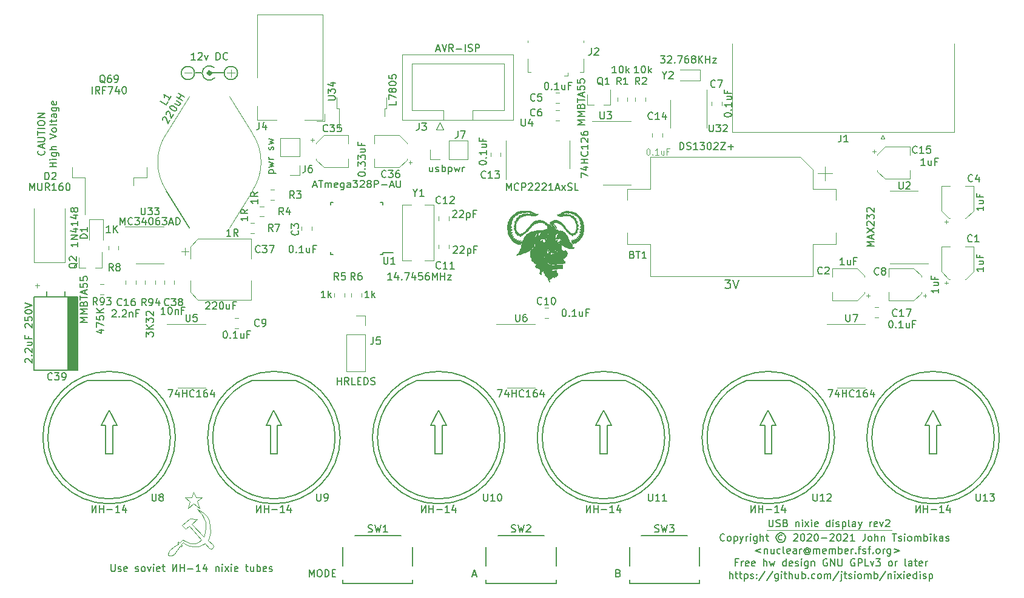
<source format=gbr>
%TF.GenerationSoftware,KiCad,Pcbnew,5.1.8+dfsg1-1+b1*%
%TF.CreationDate,2021-02-09T07:03:43+02:00*%
%TF.ProjectId,nixiedisp,6e697869-6564-4697-9370-2e6b69636164,2*%
%TF.SameCoordinates,Original*%
%TF.FileFunction,Legend,Top*%
%TF.FilePolarity,Positive*%
%FSLAX46Y46*%
G04 Gerber Fmt 4.6, Leading zero omitted, Abs format (unit mm)*
G04 Created by KiCad (PCBNEW 5.1.8+dfsg1-1+b1) date 2021-02-09 07:03:43*
%MOMM*%
%LPD*%
G01*
G04 APERTURE LIST*
%ADD10C,0.120000*%
%ADD11C,0.150000*%
%ADD12C,0.152400*%
%ADD13C,0.010000*%
%ADD14C,0.500000*%
%ADD15C,0.100000*%
%ADD16C,0.140000*%
%ADD17C,0.180000*%
G04 APERTURE END LIST*
D10*
X91475000Y-74050000D02*
X92525000Y-74050000D01*
X98000000Y-74600000D02*
X98000000Y-73550000D01*
X97475000Y-74050000D02*
X98525000Y-74050000D01*
X95500000Y-140000000D02*
X94800000Y-139400000D01*
X95550000Y-140250000D02*
X95500000Y-140000000D01*
X95400000Y-140500000D02*
X95550000Y-140250000D01*
X95200000Y-140550000D02*
X95400000Y-140500000D01*
X95000000Y-140500000D02*
X95200000Y-140550000D01*
X94350000Y-139800000D02*
X95000000Y-140500000D01*
X92200000Y-137350000D02*
X93900000Y-139300000D01*
X91700000Y-137800000D02*
X92200000Y-137350000D01*
X91200000Y-137250000D02*
X91700000Y-137800000D01*
X92250000Y-136300000D02*
X91200000Y-137250000D01*
X93250000Y-136400000D02*
X92250000Y-136300000D01*
X92500000Y-137100000D02*
X93250000Y-136400000D01*
X94200000Y-138900000D02*
X92500000Y-137100000D01*
X93950000Y-135750000D02*
X94250000Y-136250000D01*
X94800000Y-139400000D02*
X95000000Y-138950000D01*
X94050000Y-140000000D02*
X94350000Y-139800000D01*
X93500000Y-140200000D02*
X94050000Y-140000000D01*
X93950000Y-135750000D02*
X93250000Y-134950000D01*
X94450000Y-136800000D02*
X94250000Y-136250000D01*
X94500000Y-137650000D02*
X94450000Y-136800000D01*
X94300000Y-138600000D02*
X94500000Y-137650000D01*
X94200000Y-138900000D02*
X94300000Y-138600000D01*
X93500000Y-139650000D02*
X93900000Y-139300000D01*
X93050000Y-139800000D02*
X93500000Y-139650000D01*
X92400000Y-139800000D02*
X93050000Y-139800000D01*
X91600000Y-139500000D02*
X92400000Y-139800000D01*
X91300000Y-139250000D02*
X91600000Y-139500000D01*
X90850000Y-139700000D02*
X91300000Y-139250000D01*
X90700000Y-139550000D02*
X90850000Y-139700000D01*
X90550000Y-139700000D02*
X90700000Y-139550000D01*
X90700000Y-139900000D02*
X90550000Y-139700000D01*
X90100000Y-140250000D02*
X90700000Y-139900000D01*
X89500000Y-140700000D02*
X90100000Y-140250000D01*
X89300000Y-141000000D02*
X89500000Y-140700000D01*
X89250000Y-141300000D02*
X89300000Y-141000000D01*
X89350000Y-141450000D02*
X89250000Y-141300000D01*
X89700000Y-141450000D02*
X89350000Y-141450000D01*
X90050000Y-141300000D02*
X89700000Y-141450000D01*
X90900000Y-140100000D02*
X90050000Y-141300000D01*
X91050000Y-140250000D02*
X90900000Y-140100000D01*
X91200000Y-140100000D02*
X91050000Y-140250000D01*
X91200000Y-140100000D02*
X91050000Y-139950000D01*
X91350000Y-139650000D02*
X91100000Y-139900000D01*
X91600000Y-139900000D02*
X91350000Y-139650000D01*
X92150000Y-140150000D02*
X91600000Y-139900000D01*
X92800000Y-140250000D02*
X92200000Y-140150000D01*
X93500000Y-140200000D02*
X92800000Y-140250000D01*
X95150000Y-138200000D02*
X95000000Y-138950000D01*
X94950000Y-136650000D02*
X95100000Y-137350000D01*
X94700000Y-136100000D02*
X94950000Y-136650000D01*
X95100000Y-137350000D02*
X95150000Y-138200000D01*
X94250000Y-135600000D02*
X94700000Y-136100000D01*
X93250000Y-134950000D02*
X94250000Y-135600000D01*
X93150000Y-133400000D02*
X94000000Y-133400000D01*
X92300000Y-133950000D02*
X91600000Y-133400000D01*
X92000000Y-134850000D02*
X92800000Y-134250000D01*
X93600000Y-134850000D02*
X93300000Y-133900000D01*
X92800000Y-132600000D02*
X92500000Y-133400000D01*
X93150000Y-133400000D02*
X92800000Y-132600000D01*
X92800000Y-134250000D02*
X93600000Y-134850000D01*
X92500000Y-133400000D02*
X91600000Y-133400000D01*
X93300000Y-133900000D02*
X94000000Y-133400000D01*
X92300000Y-133950000D02*
X92000000Y-134850000D01*
D11*
X81261904Y-142702380D02*
X81261904Y-143511904D01*
X81309523Y-143607142D01*
X81357142Y-143654761D01*
X81452380Y-143702380D01*
X81642857Y-143702380D01*
X81738095Y-143654761D01*
X81785714Y-143607142D01*
X81833333Y-143511904D01*
X81833333Y-142702380D01*
X82261904Y-143654761D02*
X82357142Y-143702380D01*
X82547619Y-143702380D01*
X82642857Y-143654761D01*
X82690476Y-143559523D01*
X82690476Y-143511904D01*
X82642857Y-143416666D01*
X82547619Y-143369047D01*
X82404761Y-143369047D01*
X82309523Y-143321428D01*
X82261904Y-143226190D01*
X82261904Y-143178571D01*
X82309523Y-143083333D01*
X82404761Y-143035714D01*
X82547619Y-143035714D01*
X82642857Y-143083333D01*
X83500000Y-143654761D02*
X83404761Y-143702380D01*
X83214285Y-143702380D01*
X83119047Y-143654761D01*
X83071428Y-143559523D01*
X83071428Y-143178571D01*
X83119047Y-143083333D01*
X83214285Y-143035714D01*
X83404761Y-143035714D01*
X83500000Y-143083333D01*
X83547619Y-143178571D01*
X83547619Y-143273809D01*
X83071428Y-143369047D01*
X84690476Y-143654761D02*
X84785714Y-143702380D01*
X84976190Y-143702380D01*
X85071428Y-143654761D01*
X85119047Y-143559523D01*
X85119047Y-143511904D01*
X85071428Y-143416666D01*
X84976190Y-143369047D01*
X84833333Y-143369047D01*
X84738095Y-143321428D01*
X84690476Y-143226190D01*
X84690476Y-143178571D01*
X84738095Y-143083333D01*
X84833333Y-143035714D01*
X84976190Y-143035714D01*
X85071428Y-143083333D01*
X85690476Y-143702380D02*
X85595238Y-143654761D01*
X85547619Y-143607142D01*
X85500000Y-143511904D01*
X85500000Y-143226190D01*
X85547619Y-143130952D01*
X85595238Y-143083333D01*
X85690476Y-143035714D01*
X85833333Y-143035714D01*
X85928571Y-143083333D01*
X85976190Y-143130952D01*
X86023809Y-143226190D01*
X86023809Y-143511904D01*
X85976190Y-143607142D01*
X85928571Y-143654761D01*
X85833333Y-143702380D01*
X85690476Y-143702380D01*
X86357142Y-143035714D02*
X86595238Y-143702380D01*
X86833333Y-143035714D01*
X87214285Y-143702380D02*
X87214285Y-143035714D01*
X87214285Y-142702380D02*
X87166666Y-142750000D01*
X87214285Y-142797619D01*
X87261904Y-142750000D01*
X87214285Y-142702380D01*
X87214285Y-142797619D01*
X88071428Y-143654761D02*
X87976190Y-143702380D01*
X87785714Y-143702380D01*
X87690476Y-143654761D01*
X87642857Y-143559523D01*
X87642857Y-143178571D01*
X87690476Y-143083333D01*
X87785714Y-143035714D01*
X87976190Y-143035714D01*
X88071428Y-143083333D01*
X88119047Y-143178571D01*
X88119047Y-143273809D01*
X87642857Y-143369047D01*
X88404761Y-143035714D02*
X88785714Y-143035714D01*
X88547619Y-142702380D02*
X88547619Y-143559523D01*
X88595238Y-143654761D01*
X88690476Y-143702380D01*
X88785714Y-143702380D01*
X89880952Y-142702380D02*
X89880952Y-143702380D01*
X90452380Y-142702380D01*
X90452380Y-143702380D01*
X90928571Y-143702380D02*
X90928571Y-142702380D01*
X90928571Y-143178571D02*
X91500000Y-143178571D01*
X91500000Y-143702380D02*
X91500000Y-142702380D01*
X91976190Y-143321428D02*
X92738095Y-143321428D01*
X93738095Y-143702380D02*
X93166666Y-143702380D01*
X93452380Y-143702380D02*
X93452380Y-142702380D01*
X93357142Y-142845238D01*
X93261904Y-142940476D01*
X93166666Y-142988095D01*
X94595238Y-143035714D02*
X94595238Y-143702380D01*
X94357142Y-142654761D02*
X94119047Y-143369047D01*
X94738095Y-143369047D01*
X95880952Y-143035714D02*
X95880952Y-143702380D01*
X95880952Y-143130952D02*
X95928571Y-143083333D01*
X96023809Y-143035714D01*
X96166666Y-143035714D01*
X96261904Y-143083333D01*
X96309523Y-143178571D01*
X96309523Y-143702380D01*
X96785714Y-143702380D02*
X96785714Y-143035714D01*
X96785714Y-142702380D02*
X96738095Y-142750000D01*
X96785714Y-142797619D01*
X96833333Y-142750000D01*
X96785714Y-142702380D01*
X96785714Y-142797619D01*
X97166666Y-143702380D02*
X97690476Y-143035714D01*
X97166666Y-143035714D02*
X97690476Y-143702380D01*
X98071428Y-143702380D02*
X98071428Y-143035714D01*
X98071428Y-142702380D02*
X98023809Y-142750000D01*
X98071428Y-142797619D01*
X98119047Y-142750000D01*
X98071428Y-142702380D01*
X98071428Y-142797619D01*
X98928571Y-143654761D02*
X98833333Y-143702380D01*
X98642857Y-143702380D01*
X98547619Y-143654761D01*
X98500000Y-143559523D01*
X98500000Y-143178571D01*
X98547619Y-143083333D01*
X98642857Y-143035714D01*
X98833333Y-143035714D01*
X98928571Y-143083333D01*
X98976190Y-143178571D01*
X98976190Y-143273809D01*
X98500000Y-143369047D01*
X100023809Y-143035714D02*
X100404761Y-143035714D01*
X100166666Y-142702380D02*
X100166666Y-143559523D01*
X100214285Y-143654761D01*
X100309523Y-143702380D01*
X100404761Y-143702380D01*
X101166666Y-143035714D02*
X101166666Y-143702380D01*
X100738095Y-143035714D02*
X100738095Y-143559523D01*
X100785714Y-143654761D01*
X100880952Y-143702380D01*
X101023809Y-143702380D01*
X101119047Y-143654761D01*
X101166666Y-143607142D01*
X101642857Y-143702380D02*
X101642857Y-142702380D01*
X101642857Y-143083333D02*
X101738095Y-143035714D01*
X101928571Y-143035714D01*
X102023809Y-143083333D01*
X102071428Y-143130952D01*
X102119047Y-143226190D01*
X102119047Y-143511904D01*
X102071428Y-143607142D01*
X102023809Y-143654761D01*
X101928571Y-143702380D01*
X101738095Y-143702380D01*
X101642857Y-143654761D01*
X102928571Y-143654761D02*
X102833333Y-143702380D01*
X102642857Y-143702380D01*
X102547619Y-143654761D01*
X102499999Y-143559523D01*
X102499999Y-143178571D01*
X102547619Y-143083333D01*
X102642857Y-143035714D01*
X102833333Y-143035714D01*
X102928571Y-143083333D01*
X102976190Y-143178571D01*
X102976190Y-143273809D01*
X102499999Y-143369047D01*
X103357142Y-143654761D02*
X103452380Y-143702380D01*
X103642857Y-143702380D01*
X103738095Y-143654761D01*
X103785714Y-143559523D01*
X103785714Y-143511904D01*
X103738095Y-143416666D01*
X103642857Y-143369047D01*
X103499999Y-143369047D01*
X103404761Y-143321428D01*
X103357142Y-143226190D01*
X103357142Y-143178571D01*
X103404761Y-143083333D01*
X103499999Y-143035714D01*
X103642857Y-143035714D01*
X103738095Y-143083333D01*
X193619047Y-134452380D02*
X193619047Y-135452380D01*
X194190476Y-134452380D01*
X194190476Y-135452380D01*
X194666666Y-135452380D02*
X194666666Y-134452380D01*
X194666666Y-134928571D02*
X195238095Y-134928571D01*
X195238095Y-135452380D02*
X195238095Y-134452380D01*
X195714285Y-135071428D02*
X196476190Y-135071428D01*
X197476190Y-135452380D02*
X196904761Y-135452380D01*
X197190476Y-135452380D02*
X197190476Y-134452380D01*
X197095238Y-134595238D01*
X197000000Y-134690476D01*
X196904761Y-134738095D01*
X198333333Y-134785714D02*
X198333333Y-135452380D01*
X198095238Y-134404761D02*
X197857142Y-135119047D01*
X198476190Y-135119047D01*
X170619047Y-134452380D02*
X170619047Y-135452380D01*
X171190476Y-134452380D01*
X171190476Y-135452380D01*
X171666666Y-135452380D02*
X171666666Y-134452380D01*
X171666666Y-134928571D02*
X172238095Y-134928571D01*
X172238095Y-135452380D02*
X172238095Y-134452380D01*
X172714285Y-135071428D02*
X173476190Y-135071428D01*
X174476190Y-135452380D02*
X173904761Y-135452380D01*
X174190476Y-135452380D02*
X174190476Y-134452380D01*
X174095238Y-134595238D01*
X174000000Y-134690476D01*
X173904761Y-134738095D01*
X175333333Y-134785714D02*
X175333333Y-135452380D01*
X175095238Y-134404761D02*
X174857142Y-135119047D01*
X175476190Y-135119047D01*
X147619047Y-134452380D02*
X147619047Y-135452380D01*
X148190476Y-134452380D01*
X148190476Y-135452380D01*
X148666666Y-135452380D02*
X148666666Y-134452380D01*
X148666666Y-134928571D02*
X149238095Y-134928571D01*
X149238095Y-135452380D02*
X149238095Y-134452380D01*
X149714285Y-135071428D02*
X150476190Y-135071428D01*
X151476190Y-135452380D02*
X150904761Y-135452380D01*
X151190476Y-135452380D02*
X151190476Y-134452380D01*
X151095238Y-134595238D01*
X151000000Y-134690476D01*
X150904761Y-134738095D01*
X152333333Y-134785714D02*
X152333333Y-135452380D01*
X152095238Y-134404761D02*
X151857142Y-135119047D01*
X152476190Y-135119047D01*
X124619047Y-134452380D02*
X124619047Y-135452380D01*
X125190476Y-134452380D01*
X125190476Y-135452380D01*
X125666666Y-135452380D02*
X125666666Y-134452380D01*
X125666666Y-134928571D02*
X126238095Y-134928571D01*
X126238095Y-135452380D02*
X126238095Y-134452380D01*
X126714285Y-135071428D02*
X127476190Y-135071428D01*
X128476190Y-135452380D02*
X127904761Y-135452380D01*
X128190476Y-135452380D02*
X128190476Y-134452380D01*
X128095238Y-134595238D01*
X128000000Y-134690476D01*
X127904761Y-134738095D01*
X129333333Y-134785714D02*
X129333333Y-135452380D01*
X129095238Y-134404761D02*
X128857142Y-135119047D01*
X129476190Y-135119047D01*
X101619047Y-134452380D02*
X101619047Y-135452380D01*
X102190476Y-134452380D01*
X102190476Y-135452380D01*
X102666666Y-135452380D02*
X102666666Y-134452380D01*
X102666666Y-134928571D02*
X103238095Y-134928571D01*
X103238095Y-135452380D02*
X103238095Y-134452380D01*
X103714285Y-135071428D02*
X104476190Y-135071428D01*
X105476190Y-135452380D02*
X104904761Y-135452380D01*
X105190476Y-135452380D02*
X105190476Y-134452380D01*
X105095238Y-134595238D01*
X105000000Y-134690476D01*
X104904761Y-134738095D01*
X106333333Y-134785714D02*
X106333333Y-135452380D01*
X106095238Y-134404761D02*
X105857142Y-135119047D01*
X106476190Y-135119047D01*
X78619047Y-134452380D02*
X78619047Y-135452380D01*
X79190476Y-134452380D01*
X79190476Y-135452380D01*
X79666666Y-135452380D02*
X79666666Y-134452380D01*
X79666666Y-134928571D02*
X80238095Y-134928571D01*
X80238095Y-135452380D02*
X80238095Y-134452380D01*
X80714285Y-135071428D02*
X81476190Y-135071428D01*
X82476190Y-135452380D02*
X81904761Y-135452380D01*
X82190476Y-135452380D02*
X82190476Y-134452380D01*
X82095238Y-134595238D01*
X82000000Y-134690476D01*
X81904761Y-134738095D01*
X83333333Y-134785714D02*
X83333333Y-135452380D01*
X83095238Y-134404761D02*
X82857142Y-135119047D01*
X83476190Y-135119047D01*
X71932142Y-84909523D02*
X71979761Y-84957142D01*
X72027380Y-85100000D01*
X72027380Y-85195238D01*
X71979761Y-85338095D01*
X71884523Y-85433333D01*
X71789285Y-85480952D01*
X71598809Y-85528571D01*
X71455952Y-85528571D01*
X71265476Y-85480952D01*
X71170238Y-85433333D01*
X71075000Y-85338095D01*
X71027380Y-85195238D01*
X71027380Y-85100000D01*
X71075000Y-84957142D01*
X71122619Y-84909523D01*
X71741666Y-84528571D02*
X71741666Y-84052380D01*
X72027380Y-84623809D02*
X71027380Y-84290476D01*
X72027380Y-83957142D01*
X71027380Y-83623809D02*
X71836904Y-83623809D01*
X71932142Y-83576190D01*
X71979761Y-83528571D01*
X72027380Y-83433333D01*
X72027380Y-83242857D01*
X71979761Y-83147619D01*
X71932142Y-83100000D01*
X71836904Y-83052380D01*
X71027380Y-83052380D01*
X71027380Y-82719047D02*
X71027380Y-82147619D01*
X72027380Y-82433333D02*
X71027380Y-82433333D01*
X72027380Y-81814285D02*
X71027380Y-81814285D01*
X71027380Y-81147619D02*
X71027380Y-80957142D01*
X71075000Y-80861904D01*
X71170238Y-80766666D01*
X71360714Y-80719047D01*
X71694047Y-80719047D01*
X71884523Y-80766666D01*
X71979761Y-80861904D01*
X72027380Y-80957142D01*
X72027380Y-81147619D01*
X71979761Y-81242857D01*
X71884523Y-81338095D01*
X71694047Y-81385714D01*
X71360714Y-81385714D01*
X71170238Y-81338095D01*
X71075000Y-81242857D01*
X71027380Y-81147619D01*
X72027380Y-80290476D02*
X71027380Y-80290476D01*
X72027380Y-79719047D01*
X71027380Y-79719047D01*
X73677380Y-87171428D02*
X72677380Y-87171428D01*
X73153571Y-87171428D02*
X73153571Y-86600000D01*
X73677380Y-86600000D02*
X72677380Y-86600000D01*
X73677380Y-86123809D02*
X73010714Y-86123809D01*
X72677380Y-86123809D02*
X72725000Y-86171428D01*
X72772619Y-86123809D01*
X72725000Y-86076190D01*
X72677380Y-86123809D01*
X72772619Y-86123809D01*
X73010714Y-85219047D02*
X73820238Y-85219047D01*
X73915476Y-85266666D01*
X73963095Y-85314285D01*
X74010714Y-85409523D01*
X74010714Y-85552380D01*
X73963095Y-85647619D01*
X73629761Y-85219047D02*
X73677380Y-85314285D01*
X73677380Y-85504761D01*
X73629761Y-85600000D01*
X73582142Y-85647619D01*
X73486904Y-85695238D01*
X73201190Y-85695238D01*
X73105952Y-85647619D01*
X73058333Y-85600000D01*
X73010714Y-85504761D01*
X73010714Y-85314285D01*
X73058333Y-85219047D01*
X73677380Y-84742857D02*
X72677380Y-84742857D01*
X73677380Y-84314285D02*
X73153571Y-84314285D01*
X73058333Y-84361904D01*
X73010714Y-84457142D01*
X73010714Y-84600000D01*
X73058333Y-84695238D01*
X73105952Y-84742857D01*
X72677380Y-83219047D02*
X73677380Y-82885714D01*
X72677380Y-82552380D01*
X73677380Y-82076190D02*
X73629761Y-82171428D01*
X73582142Y-82219047D01*
X73486904Y-82266666D01*
X73201190Y-82266666D01*
X73105952Y-82219047D01*
X73058333Y-82171428D01*
X73010714Y-82076190D01*
X73010714Y-81933333D01*
X73058333Y-81838095D01*
X73105952Y-81790476D01*
X73201190Y-81742857D01*
X73486904Y-81742857D01*
X73582142Y-81790476D01*
X73629761Y-81838095D01*
X73677380Y-81933333D01*
X73677380Y-82076190D01*
X73677380Y-81171428D02*
X73629761Y-81266666D01*
X73534523Y-81314285D01*
X72677380Y-81314285D01*
X73010714Y-80933333D02*
X73010714Y-80552380D01*
X72677380Y-80790476D02*
X73534523Y-80790476D01*
X73629761Y-80742857D01*
X73677380Y-80647619D01*
X73677380Y-80552380D01*
X73677380Y-79790476D02*
X73153571Y-79790476D01*
X73058333Y-79838095D01*
X73010714Y-79933333D01*
X73010714Y-80123809D01*
X73058333Y-80219047D01*
X73629761Y-79790476D02*
X73677380Y-79885714D01*
X73677380Y-80123809D01*
X73629761Y-80219047D01*
X73534523Y-80266666D01*
X73439285Y-80266666D01*
X73344047Y-80219047D01*
X73296428Y-80123809D01*
X73296428Y-79885714D01*
X73248809Y-79790476D01*
X73010714Y-78885714D02*
X73820238Y-78885714D01*
X73915476Y-78933333D01*
X73963095Y-78980952D01*
X74010714Y-79076190D01*
X74010714Y-79219047D01*
X73963095Y-79314285D01*
X73629761Y-78885714D02*
X73677380Y-78980952D01*
X73677380Y-79171428D01*
X73629761Y-79266666D01*
X73582142Y-79314285D01*
X73486904Y-79361904D01*
X73201190Y-79361904D01*
X73105952Y-79314285D01*
X73058333Y-79266666D01*
X73010714Y-79171428D01*
X73010714Y-78980952D01*
X73058333Y-78885714D01*
X73629761Y-78028571D02*
X73677380Y-78123809D01*
X73677380Y-78314285D01*
X73629761Y-78409523D01*
X73534523Y-78457142D01*
X73153571Y-78457142D01*
X73058333Y-78409523D01*
X73010714Y-78314285D01*
X73010714Y-78123809D01*
X73058333Y-78028571D01*
X73153571Y-77980952D01*
X73248809Y-77980952D01*
X73344047Y-78457142D01*
X167607142Y-144702380D02*
X167607142Y-143702380D01*
X168035714Y-144702380D02*
X168035714Y-144178571D01*
X167988095Y-144083333D01*
X167892857Y-144035714D01*
X167750000Y-144035714D01*
X167654761Y-144083333D01*
X167607142Y-144130952D01*
X168369047Y-144035714D02*
X168750000Y-144035714D01*
X168511904Y-143702380D02*
X168511904Y-144559523D01*
X168559523Y-144654761D01*
X168654761Y-144702380D01*
X168750000Y-144702380D01*
X168940476Y-144035714D02*
X169321428Y-144035714D01*
X169083333Y-143702380D02*
X169083333Y-144559523D01*
X169130952Y-144654761D01*
X169226190Y-144702380D01*
X169321428Y-144702380D01*
X169654761Y-144035714D02*
X169654761Y-145035714D01*
X169654761Y-144083333D02*
X169750000Y-144035714D01*
X169940476Y-144035714D01*
X170035714Y-144083333D01*
X170083333Y-144130952D01*
X170130952Y-144226190D01*
X170130952Y-144511904D01*
X170083333Y-144607142D01*
X170035714Y-144654761D01*
X169940476Y-144702380D01*
X169750000Y-144702380D01*
X169654761Y-144654761D01*
X170511904Y-144654761D02*
X170607142Y-144702380D01*
X170797619Y-144702380D01*
X170892857Y-144654761D01*
X170940476Y-144559523D01*
X170940476Y-144511904D01*
X170892857Y-144416666D01*
X170797619Y-144369047D01*
X170654761Y-144369047D01*
X170559523Y-144321428D01*
X170511904Y-144226190D01*
X170511904Y-144178571D01*
X170559523Y-144083333D01*
X170654761Y-144035714D01*
X170797619Y-144035714D01*
X170892857Y-144083333D01*
X171369047Y-144607142D02*
X171416666Y-144654761D01*
X171369047Y-144702380D01*
X171321428Y-144654761D01*
X171369047Y-144607142D01*
X171369047Y-144702380D01*
X171369047Y-144083333D02*
X171416666Y-144130952D01*
X171369047Y-144178571D01*
X171321428Y-144130952D01*
X171369047Y-144083333D01*
X171369047Y-144178571D01*
X172559523Y-143654761D02*
X171702380Y-144940476D01*
X173607142Y-143654761D02*
X172750000Y-144940476D01*
X174369047Y-144035714D02*
X174369047Y-144845238D01*
X174321428Y-144940476D01*
X174273809Y-144988095D01*
X174178571Y-145035714D01*
X174035714Y-145035714D01*
X173940476Y-144988095D01*
X174369047Y-144654761D02*
X174273809Y-144702380D01*
X174083333Y-144702380D01*
X173988095Y-144654761D01*
X173940476Y-144607142D01*
X173892857Y-144511904D01*
X173892857Y-144226190D01*
X173940476Y-144130952D01*
X173988095Y-144083333D01*
X174083333Y-144035714D01*
X174273809Y-144035714D01*
X174369047Y-144083333D01*
X174845238Y-144702380D02*
X174845238Y-144035714D01*
X174845238Y-143702380D02*
X174797619Y-143750000D01*
X174845238Y-143797619D01*
X174892857Y-143750000D01*
X174845238Y-143702380D01*
X174845238Y-143797619D01*
X175178571Y-144035714D02*
X175559523Y-144035714D01*
X175321428Y-143702380D02*
X175321428Y-144559523D01*
X175369047Y-144654761D01*
X175464285Y-144702380D01*
X175559523Y-144702380D01*
X175892857Y-144702380D02*
X175892857Y-143702380D01*
X176321428Y-144702380D02*
X176321428Y-144178571D01*
X176273809Y-144083333D01*
X176178571Y-144035714D01*
X176035714Y-144035714D01*
X175940476Y-144083333D01*
X175892857Y-144130952D01*
X177226190Y-144035714D02*
X177226190Y-144702380D01*
X176797619Y-144035714D02*
X176797619Y-144559523D01*
X176845238Y-144654761D01*
X176940476Y-144702380D01*
X177083333Y-144702380D01*
X177178571Y-144654761D01*
X177226190Y-144607142D01*
X177702380Y-144702380D02*
X177702380Y-143702380D01*
X177702380Y-144083333D02*
X177797619Y-144035714D01*
X177988095Y-144035714D01*
X178083333Y-144083333D01*
X178130952Y-144130952D01*
X178178571Y-144226190D01*
X178178571Y-144511904D01*
X178130952Y-144607142D01*
X178083333Y-144654761D01*
X177988095Y-144702380D01*
X177797619Y-144702380D01*
X177702380Y-144654761D01*
X178607142Y-144607142D02*
X178654761Y-144654761D01*
X178607142Y-144702380D01*
X178559523Y-144654761D01*
X178607142Y-144607142D01*
X178607142Y-144702380D01*
X179511904Y-144654761D02*
X179416666Y-144702380D01*
X179226190Y-144702380D01*
X179130952Y-144654761D01*
X179083333Y-144607142D01*
X179035714Y-144511904D01*
X179035714Y-144226190D01*
X179083333Y-144130952D01*
X179130952Y-144083333D01*
X179226190Y-144035714D01*
X179416666Y-144035714D01*
X179511904Y-144083333D01*
X180083333Y-144702380D02*
X179988095Y-144654761D01*
X179940476Y-144607142D01*
X179892857Y-144511904D01*
X179892857Y-144226190D01*
X179940476Y-144130952D01*
X179988095Y-144083333D01*
X180083333Y-144035714D01*
X180226190Y-144035714D01*
X180321428Y-144083333D01*
X180369047Y-144130952D01*
X180416666Y-144226190D01*
X180416666Y-144511904D01*
X180369047Y-144607142D01*
X180321428Y-144654761D01*
X180226190Y-144702380D01*
X180083333Y-144702380D01*
X180845238Y-144702380D02*
X180845238Y-144035714D01*
X180845238Y-144130952D02*
X180892857Y-144083333D01*
X180988095Y-144035714D01*
X181130952Y-144035714D01*
X181226190Y-144083333D01*
X181273809Y-144178571D01*
X181273809Y-144702380D01*
X181273809Y-144178571D02*
X181321428Y-144083333D01*
X181416666Y-144035714D01*
X181559523Y-144035714D01*
X181654761Y-144083333D01*
X181702380Y-144178571D01*
X181702380Y-144702380D01*
X182892857Y-143654761D02*
X182035714Y-144940476D01*
X183226190Y-144035714D02*
X183226190Y-144892857D01*
X183178571Y-144988095D01*
X183083333Y-145035714D01*
X183035714Y-145035714D01*
X183226190Y-143702380D02*
X183178571Y-143750000D01*
X183226190Y-143797619D01*
X183273809Y-143750000D01*
X183226190Y-143702380D01*
X183226190Y-143797619D01*
X183559523Y-144035714D02*
X183940476Y-144035714D01*
X183702380Y-143702380D02*
X183702380Y-144559523D01*
X183750000Y-144654761D01*
X183845238Y-144702380D01*
X183940476Y-144702380D01*
X184226190Y-144654761D02*
X184321428Y-144702380D01*
X184511904Y-144702380D01*
X184607142Y-144654761D01*
X184654761Y-144559523D01*
X184654761Y-144511904D01*
X184607142Y-144416666D01*
X184511904Y-144369047D01*
X184369047Y-144369047D01*
X184273809Y-144321428D01*
X184226190Y-144226190D01*
X184226190Y-144178571D01*
X184273809Y-144083333D01*
X184369047Y-144035714D01*
X184511904Y-144035714D01*
X184607142Y-144083333D01*
X185083333Y-144702380D02*
X185083333Y-144035714D01*
X185083333Y-143702380D02*
X185035714Y-143750000D01*
X185083333Y-143797619D01*
X185130952Y-143750000D01*
X185083333Y-143702380D01*
X185083333Y-143797619D01*
X185702380Y-144702380D02*
X185607142Y-144654761D01*
X185559523Y-144607142D01*
X185511904Y-144511904D01*
X185511904Y-144226190D01*
X185559523Y-144130952D01*
X185607142Y-144083333D01*
X185702380Y-144035714D01*
X185845238Y-144035714D01*
X185940476Y-144083333D01*
X185988095Y-144130952D01*
X186035714Y-144226190D01*
X186035714Y-144511904D01*
X185988095Y-144607142D01*
X185940476Y-144654761D01*
X185845238Y-144702380D01*
X185702380Y-144702380D01*
X186464285Y-144702380D02*
X186464285Y-144035714D01*
X186464285Y-144130952D02*
X186511904Y-144083333D01*
X186607142Y-144035714D01*
X186750000Y-144035714D01*
X186845238Y-144083333D01*
X186892857Y-144178571D01*
X186892857Y-144702380D01*
X186892857Y-144178571D02*
X186940476Y-144083333D01*
X187035714Y-144035714D01*
X187178571Y-144035714D01*
X187273809Y-144083333D01*
X187321428Y-144178571D01*
X187321428Y-144702380D01*
X187797619Y-144702380D02*
X187797619Y-143702380D01*
X187797619Y-144083333D02*
X187892857Y-144035714D01*
X188083333Y-144035714D01*
X188178571Y-144083333D01*
X188226190Y-144130952D01*
X188273809Y-144226190D01*
X188273809Y-144511904D01*
X188226190Y-144607142D01*
X188178571Y-144654761D01*
X188083333Y-144702380D01*
X187892857Y-144702380D01*
X187797619Y-144654761D01*
X189416666Y-143654761D02*
X188559523Y-144940476D01*
X189750000Y-144035714D02*
X189750000Y-144702380D01*
X189750000Y-144130952D02*
X189797619Y-144083333D01*
X189892857Y-144035714D01*
X190035714Y-144035714D01*
X190130952Y-144083333D01*
X190178571Y-144178571D01*
X190178571Y-144702380D01*
X190654761Y-144702380D02*
X190654761Y-144035714D01*
X190654761Y-143702380D02*
X190607142Y-143750000D01*
X190654761Y-143797619D01*
X190702380Y-143750000D01*
X190654761Y-143702380D01*
X190654761Y-143797619D01*
X191035714Y-144702380D02*
X191559523Y-144035714D01*
X191035714Y-144035714D02*
X191559523Y-144702380D01*
X191940476Y-144702380D02*
X191940476Y-144035714D01*
X191940476Y-143702380D02*
X191892857Y-143750000D01*
X191940476Y-143797619D01*
X191988095Y-143750000D01*
X191940476Y-143702380D01*
X191940476Y-143797619D01*
X192797619Y-144654761D02*
X192702380Y-144702380D01*
X192511904Y-144702380D01*
X192416666Y-144654761D01*
X192369047Y-144559523D01*
X192369047Y-144178571D01*
X192416666Y-144083333D01*
X192511904Y-144035714D01*
X192702380Y-144035714D01*
X192797619Y-144083333D01*
X192845238Y-144178571D01*
X192845238Y-144273809D01*
X192369047Y-144369047D01*
X193702380Y-144702380D02*
X193702380Y-143702380D01*
X193702380Y-144654761D02*
X193607142Y-144702380D01*
X193416666Y-144702380D01*
X193321428Y-144654761D01*
X193273809Y-144607142D01*
X193226190Y-144511904D01*
X193226190Y-144226190D01*
X193273809Y-144130952D01*
X193321428Y-144083333D01*
X193416666Y-144035714D01*
X193607142Y-144035714D01*
X193702380Y-144083333D01*
X194178571Y-144702380D02*
X194178571Y-144035714D01*
X194178571Y-143702380D02*
X194130952Y-143750000D01*
X194178571Y-143797619D01*
X194226190Y-143750000D01*
X194178571Y-143702380D01*
X194178571Y-143797619D01*
X194607142Y-144654761D02*
X194702380Y-144702380D01*
X194892857Y-144702380D01*
X194988095Y-144654761D01*
X195035714Y-144559523D01*
X195035714Y-144511904D01*
X194988095Y-144416666D01*
X194892857Y-144369047D01*
X194750000Y-144369047D01*
X194654761Y-144321428D01*
X194607142Y-144226190D01*
X194607142Y-144178571D01*
X194654761Y-144083333D01*
X194750000Y-144035714D01*
X194892857Y-144035714D01*
X194988095Y-144083333D01*
X195464285Y-144035714D02*
X195464285Y-145035714D01*
X195464285Y-144083333D02*
X195559523Y-144035714D01*
X195750000Y-144035714D01*
X195845238Y-144083333D01*
X195892857Y-144130952D01*
X195940476Y-144226190D01*
X195940476Y-144511904D01*
X195892857Y-144607142D01*
X195845238Y-144654761D01*
X195750000Y-144702380D01*
X195559523Y-144702380D01*
X195464285Y-144654761D01*
D10*
X190250000Y-137900000D02*
X172750000Y-137900000D01*
D11*
X171964285Y-140535714D02*
X171202380Y-140821428D01*
X171964285Y-141107142D01*
X172440476Y-140535714D02*
X172440476Y-141202380D01*
X172440476Y-140630952D02*
X172488095Y-140583333D01*
X172583333Y-140535714D01*
X172726190Y-140535714D01*
X172821428Y-140583333D01*
X172869047Y-140678571D01*
X172869047Y-141202380D01*
X173773809Y-140535714D02*
X173773809Y-141202380D01*
X173345238Y-140535714D02*
X173345238Y-141059523D01*
X173392857Y-141154761D01*
X173488095Y-141202380D01*
X173630952Y-141202380D01*
X173726190Y-141154761D01*
X173773809Y-141107142D01*
X174678571Y-141154761D02*
X174583333Y-141202380D01*
X174392857Y-141202380D01*
X174297619Y-141154761D01*
X174250000Y-141107142D01*
X174202380Y-141011904D01*
X174202380Y-140726190D01*
X174250000Y-140630952D01*
X174297619Y-140583333D01*
X174392857Y-140535714D01*
X174583333Y-140535714D01*
X174678571Y-140583333D01*
X175250000Y-141202380D02*
X175154761Y-141154761D01*
X175107142Y-141059523D01*
X175107142Y-140202380D01*
X176011904Y-141154761D02*
X175916666Y-141202380D01*
X175726190Y-141202380D01*
X175630952Y-141154761D01*
X175583333Y-141059523D01*
X175583333Y-140678571D01*
X175630952Y-140583333D01*
X175726190Y-140535714D01*
X175916666Y-140535714D01*
X176011904Y-140583333D01*
X176059523Y-140678571D01*
X176059523Y-140773809D01*
X175583333Y-140869047D01*
X176916666Y-141202380D02*
X176916666Y-140678571D01*
X176869047Y-140583333D01*
X176773809Y-140535714D01*
X176583333Y-140535714D01*
X176488095Y-140583333D01*
X176916666Y-141154761D02*
X176821428Y-141202380D01*
X176583333Y-141202380D01*
X176488095Y-141154761D01*
X176440476Y-141059523D01*
X176440476Y-140964285D01*
X176488095Y-140869047D01*
X176583333Y-140821428D01*
X176821428Y-140821428D01*
X176916666Y-140773809D01*
X177392857Y-141202380D02*
X177392857Y-140535714D01*
X177392857Y-140726190D02*
X177440476Y-140630952D01*
X177488095Y-140583333D01*
X177583333Y-140535714D01*
X177678571Y-140535714D01*
X178630952Y-140726190D02*
X178583333Y-140678571D01*
X178488095Y-140630952D01*
X178392857Y-140630952D01*
X178297619Y-140678571D01*
X178250000Y-140726190D01*
X178202380Y-140821428D01*
X178202380Y-140916666D01*
X178250000Y-141011904D01*
X178297619Y-141059523D01*
X178392857Y-141107142D01*
X178488095Y-141107142D01*
X178583333Y-141059523D01*
X178630952Y-141011904D01*
X178630952Y-140630952D02*
X178630952Y-141011904D01*
X178678571Y-141059523D01*
X178726190Y-141059523D01*
X178821428Y-141011904D01*
X178869047Y-140916666D01*
X178869047Y-140678571D01*
X178773809Y-140535714D01*
X178630952Y-140440476D01*
X178440476Y-140392857D01*
X178250000Y-140440476D01*
X178107142Y-140535714D01*
X178011904Y-140678571D01*
X177964285Y-140869047D01*
X178011904Y-141059523D01*
X178107142Y-141202380D01*
X178250000Y-141297619D01*
X178440476Y-141345238D01*
X178630952Y-141297619D01*
X178773809Y-141202380D01*
X179297619Y-141202380D02*
X179297619Y-140535714D01*
X179297619Y-140630952D02*
X179345238Y-140583333D01*
X179440476Y-140535714D01*
X179583333Y-140535714D01*
X179678571Y-140583333D01*
X179726190Y-140678571D01*
X179726190Y-141202380D01*
X179726190Y-140678571D02*
X179773809Y-140583333D01*
X179869047Y-140535714D01*
X180011904Y-140535714D01*
X180107142Y-140583333D01*
X180154761Y-140678571D01*
X180154761Y-141202380D01*
X181011904Y-141154761D02*
X180916666Y-141202380D01*
X180726190Y-141202380D01*
X180630952Y-141154761D01*
X180583333Y-141059523D01*
X180583333Y-140678571D01*
X180630952Y-140583333D01*
X180726190Y-140535714D01*
X180916666Y-140535714D01*
X181011904Y-140583333D01*
X181059523Y-140678571D01*
X181059523Y-140773809D01*
X180583333Y-140869047D01*
X181488095Y-141202380D02*
X181488095Y-140535714D01*
X181488095Y-140630952D02*
X181535714Y-140583333D01*
X181630952Y-140535714D01*
X181773809Y-140535714D01*
X181869047Y-140583333D01*
X181916666Y-140678571D01*
X181916666Y-141202380D01*
X181916666Y-140678571D02*
X181964285Y-140583333D01*
X182059523Y-140535714D01*
X182202380Y-140535714D01*
X182297619Y-140583333D01*
X182345238Y-140678571D01*
X182345238Y-141202380D01*
X182821428Y-141202380D02*
X182821428Y-140202380D01*
X182821428Y-140583333D02*
X182916666Y-140535714D01*
X183107142Y-140535714D01*
X183202380Y-140583333D01*
X183250000Y-140630952D01*
X183297619Y-140726190D01*
X183297619Y-141011904D01*
X183250000Y-141107142D01*
X183202380Y-141154761D01*
X183107142Y-141202380D01*
X182916666Y-141202380D01*
X182821428Y-141154761D01*
X184107142Y-141154761D02*
X184011904Y-141202380D01*
X183821428Y-141202380D01*
X183726190Y-141154761D01*
X183678571Y-141059523D01*
X183678571Y-140678571D01*
X183726190Y-140583333D01*
X183821428Y-140535714D01*
X184011904Y-140535714D01*
X184107142Y-140583333D01*
X184154761Y-140678571D01*
X184154761Y-140773809D01*
X183678571Y-140869047D01*
X184583333Y-141202380D02*
X184583333Y-140535714D01*
X184583333Y-140726190D02*
X184630952Y-140630952D01*
X184678571Y-140583333D01*
X184773809Y-140535714D01*
X184869047Y-140535714D01*
X185202380Y-141107142D02*
X185250000Y-141154761D01*
X185202380Y-141202380D01*
X185154761Y-141154761D01*
X185202380Y-141107142D01*
X185202380Y-141202380D01*
X185535714Y-140535714D02*
X185916666Y-140535714D01*
X185678571Y-141202380D02*
X185678571Y-140345238D01*
X185726190Y-140250000D01*
X185821428Y-140202380D01*
X185916666Y-140202380D01*
X186202380Y-141154761D02*
X186297619Y-141202380D01*
X186488095Y-141202380D01*
X186583333Y-141154761D01*
X186630952Y-141059523D01*
X186630952Y-141011904D01*
X186583333Y-140916666D01*
X186488095Y-140869047D01*
X186345238Y-140869047D01*
X186250000Y-140821428D01*
X186202380Y-140726190D01*
X186202380Y-140678571D01*
X186250000Y-140583333D01*
X186345238Y-140535714D01*
X186488095Y-140535714D01*
X186583333Y-140583333D01*
X186916666Y-140535714D02*
X187297619Y-140535714D01*
X187059523Y-141202380D02*
X187059523Y-140345238D01*
X187107142Y-140250000D01*
X187202380Y-140202380D01*
X187297619Y-140202380D01*
X187630952Y-141107142D02*
X187678571Y-141154761D01*
X187630952Y-141202380D01*
X187583333Y-141154761D01*
X187630952Y-141107142D01*
X187630952Y-141202380D01*
X188250000Y-141202380D02*
X188154761Y-141154761D01*
X188107142Y-141107142D01*
X188059523Y-141011904D01*
X188059523Y-140726190D01*
X188107142Y-140630952D01*
X188154761Y-140583333D01*
X188250000Y-140535714D01*
X188392857Y-140535714D01*
X188488095Y-140583333D01*
X188535714Y-140630952D01*
X188583333Y-140726190D01*
X188583333Y-141011904D01*
X188535714Y-141107142D01*
X188488095Y-141154761D01*
X188392857Y-141202380D01*
X188250000Y-141202380D01*
X189011904Y-141202380D02*
X189011904Y-140535714D01*
X189011904Y-140726190D02*
X189059523Y-140630952D01*
X189107142Y-140583333D01*
X189202380Y-140535714D01*
X189297619Y-140535714D01*
X190059523Y-140535714D02*
X190059523Y-141345238D01*
X190011904Y-141440476D01*
X189964285Y-141488095D01*
X189869047Y-141535714D01*
X189726190Y-141535714D01*
X189630952Y-141488095D01*
X190059523Y-141154761D02*
X189964285Y-141202380D01*
X189773809Y-141202380D01*
X189678571Y-141154761D01*
X189630952Y-141107142D01*
X189583333Y-141011904D01*
X189583333Y-140726190D01*
X189630952Y-140630952D01*
X189678571Y-140583333D01*
X189773809Y-140535714D01*
X189964285Y-140535714D01*
X190059523Y-140583333D01*
X190535714Y-140535714D02*
X191297619Y-140821428D01*
X190535714Y-141107142D01*
X168726190Y-142428571D02*
X168392857Y-142428571D01*
X168392857Y-142952380D02*
X168392857Y-141952380D01*
X168869047Y-141952380D01*
X169250000Y-142952380D02*
X169250000Y-142285714D01*
X169250000Y-142476190D02*
X169297619Y-142380952D01*
X169345238Y-142333333D01*
X169440476Y-142285714D01*
X169535714Y-142285714D01*
X170250000Y-142904761D02*
X170154761Y-142952380D01*
X169964285Y-142952380D01*
X169869047Y-142904761D01*
X169821428Y-142809523D01*
X169821428Y-142428571D01*
X169869047Y-142333333D01*
X169964285Y-142285714D01*
X170154761Y-142285714D01*
X170250000Y-142333333D01*
X170297619Y-142428571D01*
X170297619Y-142523809D01*
X169821428Y-142619047D01*
X171107142Y-142904761D02*
X171011904Y-142952380D01*
X170821428Y-142952380D01*
X170726190Y-142904761D01*
X170678571Y-142809523D01*
X170678571Y-142428571D01*
X170726190Y-142333333D01*
X170821428Y-142285714D01*
X171011904Y-142285714D01*
X171107142Y-142333333D01*
X171154761Y-142428571D01*
X171154761Y-142523809D01*
X170678571Y-142619047D01*
X172345238Y-142952380D02*
X172345238Y-141952380D01*
X172773809Y-142952380D02*
X172773809Y-142428571D01*
X172726190Y-142333333D01*
X172630952Y-142285714D01*
X172488095Y-142285714D01*
X172392857Y-142333333D01*
X172345238Y-142380952D01*
X173154761Y-142285714D02*
X173345238Y-142952380D01*
X173535714Y-142476190D01*
X173726190Y-142952380D01*
X173916666Y-142285714D01*
X175488095Y-142952380D02*
X175488095Y-141952380D01*
X175488095Y-142904761D02*
X175392857Y-142952380D01*
X175202380Y-142952380D01*
X175107142Y-142904761D01*
X175059523Y-142857142D01*
X175011904Y-142761904D01*
X175011904Y-142476190D01*
X175059523Y-142380952D01*
X175107142Y-142333333D01*
X175202380Y-142285714D01*
X175392857Y-142285714D01*
X175488095Y-142333333D01*
X176345238Y-142904761D02*
X176250000Y-142952380D01*
X176059523Y-142952380D01*
X175964285Y-142904761D01*
X175916666Y-142809523D01*
X175916666Y-142428571D01*
X175964285Y-142333333D01*
X176059523Y-142285714D01*
X176250000Y-142285714D01*
X176345238Y-142333333D01*
X176392857Y-142428571D01*
X176392857Y-142523809D01*
X175916666Y-142619047D01*
X176773809Y-142904761D02*
X176869047Y-142952380D01*
X177059523Y-142952380D01*
X177154761Y-142904761D01*
X177202380Y-142809523D01*
X177202380Y-142761904D01*
X177154761Y-142666666D01*
X177059523Y-142619047D01*
X176916666Y-142619047D01*
X176821428Y-142571428D01*
X176773809Y-142476190D01*
X176773809Y-142428571D01*
X176821428Y-142333333D01*
X176916666Y-142285714D01*
X177059523Y-142285714D01*
X177154761Y-142333333D01*
X177630952Y-142952380D02*
X177630952Y-142285714D01*
X177630952Y-141952380D02*
X177583333Y-142000000D01*
X177630952Y-142047619D01*
X177678571Y-142000000D01*
X177630952Y-141952380D01*
X177630952Y-142047619D01*
X178535714Y-142285714D02*
X178535714Y-143095238D01*
X178488095Y-143190476D01*
X178440476Y-143238095D01*
X178345238Y-143285714D01*
X178202380Y-143285714D01*
X178107142Y-143238095D01*
X178535714Y-142904761D02*
X178440476Y-142952380D01*
X178250000Y-142952380D01*
X178154761Y-142904761D01*
X178107142Y-142857142D01*
X178059523Y-142761904D01*
X178059523Y-142476190D01*
X178107142Y-142380952D01*
X178154761Y-142333333D01*
X178250000Y-142285714D01*
X178440476Y-142285714D01*
X178535714Y-142333333D01*
X179011904Y-142285714D02*
X179011904Y-142952380D01*
X179011904Y-142380952D02*
X179059523Y-142333333D01*
X179154761Y-142285714D01*
X179297619Y-142285714D01*
X179392857Y-142333333D01*
X179440476Y-142428571D01*
X179440476Y-142952380D01*
X181202380Y-142000000D02*
X181107142Y-141952380D01*
X180964285Y-141952380D01*
X180821428Y-142000000D01*
X180726190Y-142095238D01*
X180678571Y-142190476D01*
X180630952Y-142380952D01*
X180630952Y-142523809D01*
X180678571Y-142714285D01*
X180726190Y-142809523D01*
X180821428Y-142904761D01*
X180964285Y-142952380D01*
X181059523Y-142952380D01*
X181202380Y-142904761D01*
X181250000Y-142857142D01*
X181250000Y-142523809D01*
X181059523Y-142523809D01*
X181678571Y-142952380D02*
X181678571Y-141952380D01*
X182250000Y-142952380D01*
X182250000Y-141952380D01*
X182726190Y-141952380D02*
X182726190Y-142761904D01*
X182773809Y-142857142D01*
X182821428Y-142904761D01*
X182916666Y-142952380D01*
X183107142Y-142952380D01*
X183202380Y-142904761D01*
X183250000Y-142857142D01*
X183297619Y-142761904D01*
X183297619Y-141952380D01*
X185059523Y-142000000D02*
X184964285Y-141952380D01*
X184821428Y-141952380D01*
X184678571Y-142000000D01*
X184583333Y-142095238D01*
X184535714Y-142190476D01*
X184488095Y-142380952D01*
X184488095Y-142523809D01*
X184535714Y-142714285D01*
X184583333Y-142809523D01*
X184678571Y-142904761D01*
X184821428Y-142952380D01*
X184916666Y-142952380D01*
X185059523Y-142904761D01*
X185107142Y-142857142D01*
X185107142Y-142523809D01*
X184916666Y-142523809D01*
X185535714Y-142952380D02*
X185535714Y-141952380D01*
X185916666Y-141952380D01*
X186011904Y-142000000D01*
X186059523Y-142047619D01*
X186107142Y-142142857D01*
X186107142Y-142285714D01*
X186059523Y-142380952D01*
X186011904Y-142428571D01*
X185916666Y-142476190D01*
X185535714Y-142476190D01*
X187011904Y-142952380D02*
X186535714Y-142952380D01*
X186535714Y-141952380D01*
X187250000Y-142285714D02*
X187488095Y-142952380D01*
X187726190Y-142285714D01*
X188011904Y-141952380D02*
X188630952Y-141952380D01*
X188297619Y-142333333D01*
X188440476Y-142333333D01*
X188535714Y-142380952D01*
X188583333Y-142428571D01*
X188630952Y-142523809D01*
X188630952Y-142761904D01*
X188583333Y-142857142D01*
X188535714Y-142904761D01*
X188440476Y-142952380D01*
X188154761Y-142952380D01*
X188059523Y-142904761D01*
X188011904Y-142857142D01*
X189964285Y-142952380D02*
X189869047Y-142904761D01*
X189821428Y-142857142D01*
X189773809Y-142761904D01*
X189773809Y-142476190D01*
X189821428Y-142380952D01*
X189869047Y-142333333D01*
X189964285Y-142285714D01*
X190107142Y-142285714D01*
X190202380Y-142333333D01*
X190250000Y-142380952D01*
X190297619Y-142476190D01*
X190297619Y-142761904D01*
X190250000Y-142857142D01*
X190202380Y-142904761D01*
X190107142Y-142952380D01*
X189964285Y-142952380D01*
X190726190Y-142952380D02*
X190726190Y-142285714D01*
X190726190Y-142476190D02*
X190773809Y-142380952D01*
X190821428Y-142333333D01*
X190916666Y-142285714D01*
X191011904Y-142285714D01*
X192250000Y-142952380D02*
X192154761Y-142904761D01*
X192107142Y-142809523D01*
X192107142Y-141952380D01*
X193059523Y-142952380D02*
X193059523Y-142428571D01*
X193011904Y-142333333D01*
X192916666Y-142285714D01*
X192726190Y-142285714D01*
X192630952Y-142333333D01*
X193059523Y-142904761D02*
X192964285Y-142952380D01*
X192726190Y-142952380D01*
X192630952Y-142904761D01*
X192583333Y-142809523D01*
X192583333Y-142714285D01*
X192630952Y-142619047D01*
X192726190Y-142571428D01*
X192964285Y-142571428D01*
X193059523Y-142523809D01*
X193392857Y-142285714D02*
X193773809Y-142285714D01*
X193535714Y-141952380D02*
X193535714Y-142809523D01*
X193583333Y-142904761D01*
X193678571Y-142952380D01*
X193773809Y-142952380D01*
X194488095Y-142904761D02*
X194392857Y-142952380D01*
X194202380Y-142952380D01*
X194107142Y-142904761D01*
X194059523Y-142809523D01*
X194059523Y-142428571D01*
X194107142Y-142333333D01*
X194202380Y-142285714D01*
X194392857Y-142285714D01*
X194488095Y-142333333D01*
X194535714Y-142428571D01*
X194535714Y-142523809D01*
X194059523Y-142619047D01*
X194964285Y-142952380D02*
X194964285Y-142285714D01*
X194964285Y-142476190D02*
X195011904Y-142380952D01*
X195059523Y-142333333D01*
X195154761Y-142285714D01*
X195250000Y-142285714D01*
X166892857Y-139357142D02*
X166845238Y-139404761D01*
X166702380Y-139452380D01*
X166607142Y-139452380D01*
X166464285Y-139404761D01*
X166369047Y-139309523D01*
X166321428Y-139214285D01*
X166273809Y-139023809D01*
X166273809Y-138880952D01*
X166321428Y-138690476D01*
X166369047Y-138595238D01*
X166464285Y-138500000D01*
X166607142Y-138452380D01*
X166702380Y-138452380D01*
X166845238Y-138500000D01*
X166892857Y-138547619D01*
X167464285Y-139452380D02*
X167369047Y-139404761D01*
X167321428Y-139357142D01*
X167273809Y-139261904D01*
X167273809Y-138976190D01*
X167321428Y-138880952D01*
X167369047Y-138833333D01*
X167464285Y-138785714D01*
X167607142Y-138785714D01*
X167702380Y-138833333D01*
X167750000Y-138880952D01*
X167797619Y-138976190D01*
X167797619Y-139261904D01*
X167750000Y-139357142D01*
X167702380Y-139404761D01*
X167607142Y-139452380D01*
X167464285Y-139452380D01*
X168226190Y-138785714D02*
X168226190Y-139785714D01*
X168226190Y-138833333D02*
X168321428Y-138785714D01*
X168511904Y-138785714D01*
X168607142Y-138833333D01*
X168654761Y-138880952D01*
X168702380Y-138976190D01*
X168702380Y-139261904D01*
X168654761Y-139357142D01*
X168607142Y-139404761D01*
X168511904Y-139452380D01*
X168321428Y-139452380D01*
X168226190Y-139404761D01*
X169035714Y-138785714D02*
X169273809Y-139452380D01*
X169511904Y-138785714D02*
X169273809Y-139452380D01*
X169178571Y-139690476D01*
X169130952Y-139738095D01*
X169035714Y-139785714D01*
X169892857Y-139452380D02*
X169892857Y-138785714D01*
X169892857Y-138976190D02*
X169940476Y-138880952D01*
X169988095Y-138833333D01*
X170083333Y-138785714D01*
X170178571Y-138785714D01*
X170511904Y-139452380D02*
X170511904Y-138785714D01*
X170511904Y-138452380D02*
X170464285Y-138500000D01*
X170511904Y-138547619D01*
X170559523Y-138500000D01*
X170511904Y-138452380D01*
X170511904Y-138547619D01*
X171416666Y-138785714D02*
X171416666Y-139595238D01*
X171369047Y-139690476D01*
X171321428Y-139738095D01*
X171226190Y-139785714D01*
X171083333Y-139785714D01*
X170988095Y-139738095D01*
X171416666Y-139404761D02*
X171321428Y-139452380D01*
X171130952Y-139452380D01*
X171035714Y-139404761D01*
X170988095Y-139357142D01*
X170940476Y-139261904D01*
X170940476Y-138976190D01*
X170988095Y-138880952D01*
X171035714Y-138833333D01*
X171130952Y-138785714D01*
X171321428Y-138785714D01*
X171416666Y-138833333D01*
X171892857Y-139452380D02*
X171892857Y-138452380D01*
X172321428Y-139452380D02*
X172321428Y-138928571D01*
X172273809Y-138833333D01*
X172178571Y-138785714D01*
X172035714Y-138785714D01*
X171940476Y-138833333D01*
X171892857Y-138880952D01*
X172654761Y-138785714D02*
X173035714Y-138785714D01*
X172797619Y-138452380D02*
X172797619Y-139309523D01*
X172845238Y-139404761D01*
X172940476Y-139452380D01*
X173035714Y-139452380D01*
X174940476Y-138690476D02*
X174845238Y-138642857D01*
X174654761Y-138642857D01*
X174559523Y-138690476D01*
X174464285Y-138785714D01*
X174416666Y-138880952D01*
X174416666Y-139071428D01*
X174464285Y-139166666D01*
X174559523Y-139261904D01*
X174654761Y-139309523D01*
X174845238Y-139309523D01*
X174940476Y-139261904D01*
X174750000Y-138309523D02*
X174511904Y-138357142D01*
X174273809Y-138500000D01*
X174130952Y-138738095D01*
X174083333Y-138976190D01*
X174130952Y-139214285D01*
X174273809Y-139452380D01*
X174511904Y-139595238D01*
X174750000Y-139642857D01*
X174988095Y-139595238D01*
X175226190Y-139452380D01*
X175369047Y-139214285D01*
X175416666Y-138976190D01*
X175369047Y-138738095D01*
X175226190Y-138500000D01*
X174988095Y-138357142D01*
X174750000Y-138309523D01*
X176559523Y-138547619D02*
X176607142Y-138500000D01*
X176702380Y-138452380D01*
X176940476Y-138452380D01*
X177035714Y-138500000D01*
X177083333Y-138547619D01*
X177130952Y-138642857D01*
X177130952Y-138738095D01*
X177083333Y-138880952D01*
X176511904Y-139452380D01*
X177130952Y-139452380D01*
X177750000Y-138452380D02*
X177845238Y-138452380D01*
X177940476Y-138500000D01*
X177988095Y-138547619D01*
X178035714Y-138642857D01*
X178083333Y-138833333D01*
X178083333Y-139071428D01*
X178035714Y-139261904D01*
X177988095Y-139357142D01*
X177940476Y-139404761D01*
X177845238Y-139452380D01*
X177750000Y-139452380D01*
X177654761Y-139404761D01*
X177607142Y-139357142D01*
X177559523Y-139261904D01*
X177511904Y-139071428D01*
X177511904Y-138833333D01*
X177559523Y-138642857D01*
X177607142Y-138547619D01*
X177654761Y-138500000D01*
X177750000Y-138452380D01*
X178464285Y-138547619D02*
X178511904Y-138500000D01*
X178607142Y-138452380D01*
X178845238Y-138452380D01*
X178940476Y-138500000D01*
X178988095Y-138547619D01*
X179035714Y-138642857D01*
X179035714Y-138738095D01*
X178988095Y-138880952D01*
X178416666Y-139452380D01*
X179035714Y-139452380D01*
X179654761Y-138452380D02*
X179750000Y-138452380D01*
X179845238Y-138500000D01*
X179892857Y-138547619D01*
X179940476Y-138642857D01*
X179988095Y-138833333D01*
X179988095Y-139071428D01*
X179940476Y-139261904D01*
X179892857Y-139357142D01*
X179845238Y-139404761D01*
X179750000Y-139452380D01*
X179654761Y-139452380D01*
X179559523Y-139404761D01*
X179511904Y-139357142D01*
X179464285Y-139261904D01*
X179416666Y-139071428D01*
X179416666Y-138833333D01*
X179464285Y-138642857D01*
X179511904Y-138547619D01*
X179559523Y-138500000D01*
X179654761Y-138452380D01*
X180416666Y-139071428D02*
X181178571Y-139071428D01*
X181607142Y-138547619D02*
X181654761Y-138500000D01*
X181750000Y-138452380D01*
X181988095Y-138452380D01*
X182083333Y-138500000D01*
X182130952Y-138547619D01*
X182178571Y-138642857D01*
X182178571Y-138738095D01*
X182130952Y-138880952D01*
X181559523Y-139452380D01*
X182178571Y-139452380D01*
X182797619Y-138452380D02*
X182892857Y-138452380D01*
X182988095Y-138500000D01*
X183035714Y-138547619D01*
X183083333Y-138642857D01*
X183130952Y-138833333D01*
X183130952Y-139071428D01*
X183083333Y-139261904D01*
X183035714Y-139357142D01*
X182988095Y-139404761D01*
X182892857Y-139452380D01*
X182797619Y-139452380D01*
X182702380Y-139404761D01*
X182654761Y-139357142D01*
X182607142Y-139261904D01*
X182559523Y-139071428D01*
X182559523Y-138833333D01*
X182607142Y-138642857D01*
X182654761Y-138547619D01*
X182702380Y-138500000D01*
X182797619Y-138452380D01*
X183511904Y-138547619D02*
X183559523Y-138500000D01*
X183654761Y-138452380D01*
X183892857Y-138452380D01*
X183988095Y-138500000D01*
X184035714Y-138547619D01*
X184083333Y-138642857D01*
X184083333Y-138738095D01*
X184035714Y-138880952D01*
X183464285Y-139452380D01*
X184083333Y-139452380D01*
X185035714Y-139452380D02*
X184464285Y-139452380D01*
X184750000Y-139452380D02*
X184750000Y-138452380D01*
X184654761Y-138595238D01*
X184559523Y-138690476D01*
X184464285Y-138738095D01*
X186511904Y-138452380D02*
X186511904Y-139166666D01*
X186464285Y-139309523D01*
X186369047Y-139404761D01*
X186226190Y-139452380D01*
X186130952Y-139452380D01*
X187130952Y-139452380D02*
X187035714Y-139404761D01*
X186988095Y-139357142D01*
X186940476Y-139261904D01*
X186940476Y-138976190D01*
X186988095Y-138880952D01*
X187035714Y-138833333D01*
X187130952Y-138785714D01*
X187273809Y-138785714D01*
X187369047Y-138833333D01*
X187416666Y-138880952D01*
X187464285Y-138976190D01*
X187464285Y-139261904D01*
X187416666Y-139357142D01*
X187369047Y-139404761D01*
X187273809Y-139452380D01*
X187130952Y-139452380D01*
X187892857Y-139452380D02*
X187892857Y-138452380D01*
X188321428Y-139452380D02*
X188321428Y-138928571D01*
X188273809Y-138833333D01*
X188178571Y-138785714D01*
X188035714Y-138785714D01*
X187940476Y-138833333D01*
X187892857Y-138880952D01*
X188797619Y-138785714D02*
X188797619Y-139452380D01*
X188797619Y-138880952D02*
X188845238Y-138833333D01*
X188940476Y-138785714D01*
X189083333Y-138785714D01*
X189178571Y-138833333D01*
X189226190Y-138928571D01*
X189226190Y-139452380D01*
X190321428Y-138452380D02*
X190892857Y-138452380D01*
X190607142Y-139452380D02*
X190607142Y-138452380D01*
X191178571Y-139404761D02*
X191273809Y-139452380D01*
X191464285Y-139452380D01*
X191559523Y-139404761D01*
X191607142Y-139309523D01*
X191607142Y-139261904D01*
X191559523Y-139166666D01*
X191464285Y-139119047D01*
X191321428Y-139119047D01*
X191226190Y-139071428D01*
X191178571Y-138976190D01*
X191178571Y-138928571D01*
X191226190Y-138833333D01*
X191321428Y-138785714D01*
X191464285Y-138785714D01*
X191559523Y-138833333D01*
X192035714Y-139452380D02*
X192035714Y-138785714D01*
X192035714Y-138452380D02*
X191988095Y-138500000D01*
X192035714Y-138547619D01*
X192083333Y-138500000D01*
X192035714Y-138452380D01*
X192035714Y-138547619D01*
X192654761Y-139452380D02*
X192559523Y-139404761D01*
X192511904Y-139357142D01*
X192464285Y-139261904D01*
X192464285Y-138976190D01*
X192511904Y-138880952D01*
X192559523Y-138833333D01*
X192654761Y-138785714D01*
X192797619Y-138785714D01*
X192892857Y-138833333D01*
X192940476Y-138880952D01*
X192988095Y-138976190D01*
X192988095Y-139261904D01*
X192940476Y-139357142D01*
X192892857Y-139404761D01*
X192797619Y-139452380D01*
X192654761Y-139452380D01*
X193416666Y-139452380D02*
X193416666Y-138785714D01*
X193416666Y-138880952D02*
X193464285Y-138833333D01*
X193559523Y-138785714D01*
X193702380Y-138785714D01*
X193797619Y-138833333D01*
X193845238Y-138928571D01*
X193845238Y-139452380D01*
X193845238Y-138928571D02*
X193892857Y-138833333D01*
X193988095Y-138785714D01*
X194130952Y-138785714D01*
X194226190Y-138833333D01*
X194273809Y-138928571D01*
X194273809Y-139452380D01*
X194750000Y-139452380D02*
X194750000Y-138452380D01*
X194750000Y-138833333D02*
X194845238Y-138785714D01*
X195035714Y-138785714D01*
X195130952Y-138833333D01*
X195178571Y-138880952D01*
X195226190Y-138976190D01*
X195226190Y-139261904D01*
X195178571Y-139357142D01*
X195130952Y-139404761D01*
X195035714Y-139452380D01*
X194845238Y-139452380D01*
X194750000Y-139404761D01*
X195654761Y-139452380D02*
X195654761Y-138785714D01*
X195654761Y-138452380D02*
X195607142Y-138500000D01*
X195654761Y-138547619D01*
X195702380Y-138500000D01*
X195654761Y-138452380D01*
X195654761Y-138547619D01*
X196130952Y-139452380D02*
X196130952Y-138452380D01*
X196226190Y-139071428D02*
X196511904Y-139452380D01*
X196511904Y-138785714D02*
X196130952Y-139166666D01*
X197369047Y-139452380D02*
X197369047Y-138928571D01*
X197321428Y-138833333D01*
X197226190Y-138785714D01*
X197035714Y-138785714D01*
X196940476Y-138833333D01*
X197369047Y-139404761D02*
X197273809Y-139452380D01*
X197035714Y-139452380D01*
X196940476Y-139404761D01*
X196892857Y-139309523D01*
X196892857Y-139214285D01*
X196940476Y-139119047D01*
X197035714Y-139071428D01*
X197273809Y-139071428D01*
X197369047Y-139023809D01*
X197797619Y-139404761D02*
X197892857Y-139452380D01*
X198083333Y-139452380D01*
X198178571Y-139404761D01*
X198226190Y-139309523D01*
X198226190Y-139261904D01*
X198178571Y-139166666D01*
X198083333Y-139119047D01*
X197940476Y-139119047D01*
X197845238Y-139071428D01*
X197797619Y-138976190D01*
X197797619Y-138928571D01*
X197845238Y-138833333D01*
X197940476Y-138785714D01*
X198083333Y-138785714D01*
X198178571Y-138833333D01*
X173095238Y-136452380D02*
X173095238Y-137261904D01*
X173142857Y-137357142D01*
X173190476Y-137404761D01*
X173285714Y-137452380D01*
X173476190Y-137452380D01*
X173571428Y-137404761D01*
X173619047Y-137357142D01*
X173666666Y-137261904D01*
X173666666Y-136452380D01*
X174095238Y-137404761D02*
X174238095Y-137452380D01*
X174476190Y-137452380D01*
X174571428Y-137404761D01*
X174619047Y-137357142D01*
X174666666Y-137261904D01*
X174666666Y-137166666D01*
X174619047Y-137071428D01*
X174571428Y-137023809D01*
X174476190Y-136976190D01*
X174285714Y-136928571D01*
X174190476Y-136880952D01*
X174142857Y-136833333D01*
X174095238Y-136738095D01*
X174095238Y-136642857D01*
X174142857Y-136547619D01*
X174190476Y-136500000D01*
X174285714Y-136452380D01*
X174523809Y-136452380D01*
X174666666Y-136500000D01*
X175428571Y-136928571D02*
X175571428Y-136976190D01*
X175619047Y-137023809D01*
X175666666Y-137119047D01*
X175666666Y-137261904D01*
X175619047Y-137357142D01*
X175571428Y-137404761D01*
X175476190Y-137452380D01*
X175095238Y-137452380D01*
X175095238Y-136452380D01*
X175428571Y-136452380D01*
X175523809Y-136500000D01*
X175571428Y-136547619D01*
X175619047Y-136642857D01*
X175619047Y-136738095D01*
X175571428Y-136833333D01*
X175523809Y-136880952D01*
X175428571Y-136928571D01*
X175095238Y-136928571D01*
X176857142Y-136785714D02*
X176857142Y-137452380D01*
X176857142Y-136880952D02*
X176904761Y-136833333D01*
X177000000Y-136785714D01*
X177142857Y-136785714D01*
X177238095Y-136833333D01*
X177285714Y-136928571D01*
X177285714Y-137452380D01*
X177761904Y-137452380D02*
X177761904Y-136785714D01*
X177761904Y-136452380D02*
X177714285Y-136500000D01*
X177761904Y-136547619D01*
X177809523Y-136500000D01*
X177761904Y-136452380D01*
X177761904Y-136547619D01*
X178142857Y-137452380D02*
X178666666Y-136785714D01*
X178142857Y-136785714D02*
X178666666Y-137452380D01*
X179047619Y-137452380D02*
X179047619Y-136785714D01*
X179047619Y-136452380D02*
X179000000Y-136500000D01*
X179047619Y-136547619D01*
X179095238Y-136500000D01*
X179047619Y-136452380D01*
X179047619Y-136547619D01*
X179904761Y-137404761D02*
X179809523Y-137452380D01*
X179619047Y-137452380D01*
X179523809Y-137404761D01*
X179476190Y-137309523D01*
X179476190Y-136928571D01*
X179523809Y-136833333D01*
X179619047Y-136785714D01*
X179809523Y-136785714D01*
X179904761Y-136833333D01*
X179952380Y-136928571D01*
X179952380Y-137023809D01*
X179476190Y-137119047D01*
X181571428Y-137452380D02*
X181571428Y-136452380D01*
X181571428Y-137404761D02*
X181476190Y-137452380D01*
X181285714Y-137452380D01*
X181190476Y-137404761D01*
X181142857Y-137357142D01*
X181095238Y-137261904D01*
X181095238Y-136976190D01*
X181142857Y-136880952D01*
X181190476Y-136833333D01*
X181285714Y-136785714D01*
X181476190Y-136785714D01*
X181571428Y-136833333D01*
X182047619Y-137452380D02*
X182047619Y-136785714D01*
X182047619Y-136452380D02*
X182000000Y-136500000D01*
X182047619Y-136547619D01*
X182095238Y-136500000D01*
X182047619Y-136452380D01*
X182047619Y-136547619D01*
X182476190Y-137404761D02*
X182571428Y-137452380D01*
X182761904Y-137452380D01*
X182857142Y-137404761D01*
X182904761Y-137309523D01*
X182904761Y-137261904D01*
X182857142Y-137166666D01*
X182761904Y-137119047D01*
X182619047Y-137119047D01*
X182523809Y-137071428D01*
X182476190Y-136976190D01*
X182476190Y-136928571D01*
X182523809Y-136833333D01*
X182619047Y-136785714D01*
X182761904Y-136785714D01*
X182857142Y-136833333D01*
X183333333Y-136785714D02*
X183333333Y-137785714D01*
X183333333Y-136833333D02*
X183428571Y-136785714D01*
X183619047Y-136785714D01*
X183714285Y-136833333D01*
X183761904Y-136880952D01*
X183809523Y-136976190D01*
X183809523Y-137261904D01*
X183761904Y-137357142D01*
X183714285Y-137404761D01*
X183619047Y-137452380D01*
X183428571Y-137452380D01*
X183333333Y-137404761D01*
X184380952Y-137452380D02*
X184285714Y-137404761D01*
X184238095Y-137309523D01*
X184238095Y-136452380D01*
X185190476Y-137452380D02*
X185190476Y-136928571D01*
X185142857Y-136833333D01*
X185047619Y-136785714D01*
X184857142Y-136785714D01*
X184761904Y-136833333D01*
X185190476Y-137404761D02*
X185095238Y-137452380D01*
X184857142Y-137452380D01*
X184761904Y-137404761D01*
X184714285Y-137309523D01*
X184714285Y-137214285D01*
X184761904Y-137119047D01*
X184857142Y-137071428D01*
X185095238Y-137071428D01*
X185190476Y-137023809D01*
X185571428Y-136785714D02*
X185809523Y-137452380D01*
X186047619Y-136785714D02*
X185809523Y-137452380D01*
X185714285Y-137690476D01*
X185666666Y-137738095D01*
X185571428Y-137785714D01*
X187190476Y-137452380D02*
X187190476Y-136785714D01*
X187190476Y-136976190D02*
X187238095Y-136880952D01*
X187285714Y-136833333D01*
X187380952Y-136785714D01*
X187476190Y-136785714D01*
X188190476Y-137404761D02*
X188095238Y-137452380D01*
X187904761Y-137452380D01*
X187809523Y-137404761D01*
X187761904Y-137309523D01*
X187761904Y-136928571D01*
X187809523Y-136833333D01*
X187904761Y-136785714D01*
X188095238Y-136785714D01*
X188190476Y-136833333D01*
X188238095Y-136928571D01*
X188238095Y-137023809D01*
X187761904Y-137119047D01*
X188571428Y-136785714D02*
X188809523Y-137452380D01*
X189047619Y-136785714D01*
X189380952Y-136547619D02*
X189428571Y-136500000D01*
X189523809Y-136452380D01*
X189761904Y-136452380D01*
X189857142Y-136500000D01*
X189904761Y-136547619D01*
X189952380Y-136642857D01*
X189952380Y-136738095D01*
X189904761Y-136880952D01*
X189333333Y-137452380D01*
X189952380Y-137452380D01*
D12*
%TO.C,SW3*%
X153623200Y-144880148D02*
X153623200Y-145350000D01*
X163376800Y-142919268D02*
X163376800Y-140280140D01*
X163376800Y-145350000D02*
X163376800Y-144880148D01*
X153623200Y-145350000D02*
X163376800Y-145350000D01*
X153623200Y-140280140D02*
X153623200Y-142919268D01*
X161717962Y-138673300D02*
X155282038Y-138673300D01*
%TO.C,SW2*%
X133623200Y-144880148D02*
X133623200Y-145350000D01*
X143376800Y-142919268D02*
X143376800Y-140280140D01*
X143376800Y-145350000D02*
X143376800Y-144880148D01*
X133623200Y-145350000D02*
X143376800Y-145350000D01*
X133623200Y-140280140D02*
X133623200Y-142919268D01*
X141717962Y-138673300D02*
X135282038Y-138673300D01*
%TO.C,SW1*%
X113623200Y-144880148D02*
X113623200Y-145350000D01*
X123376800Y-142919268D02*
X123376800Y-140280140D01*
X123376800Y-145350000D02*
X123376800Y-144880148D01*
X113623200Y-145350000D02*
X123376800Y-145350000D01*
X113623200Y-140280140D02*
X113623200Y-142919268D01*
X121717962Y-138673300D02*
X115282038Y-138673300D01*
D13*
%TO.C,G\u002A\u002A\u002A*%
G36*
X144979750Y-93348418D02*
G01*
X145287615Y-93363476D01*
X145564031Y-93404297D01*
X145811637Y-93471542D01*
X146033072Y-93565873D01*
X146172240Y-93647268D01*
X146315226Y-93754979D01*
X146466159Y-93892486D01*
X146616825Y-94050457D01*
X146759006Y-94219562D01*
X146884487Y-94390469D01*
X146985052Y-94553848D01*
X147006510Y-94594750D01*
X147075382Y-94757990D01*
X147133511Y-94947970D01*
X147176681Y-95149603D01*
X147192579Y-95260510D01*
X147203632Y-95394867D01*
X147209226Y-95552136D01*
X147209663Y-95721903D01*
X147205249Y-95893757D01*
X147196286Y-96057284D01*
X147183080Y-96202074D01*
X147165933Y-96317714D01*
X147161032Y-96341000D01*
X147114446Y-96494585D01*
X147042642Y-96667317D01*
X146951227Y-96849326D01*
X146845806Y-97030743D01*
X146731986Y-97201697D01*
X146615372Y-97352318D01*
X146538671Y-97436740D01*
X146379846Y-97581096D01*
X146218578Y-97690520D01*
X146043366Y-97771434D01*
X145842710Y-97830259D01*
X145827951Y-97833596D01*
X145660152Y-97870922D01*
X145622847Y-97824853D01*
X145597044Y-97774391D01*
X145569012Y-97685799D01*
X145539842Y-97563148D01*
X145510627Y-97410511D01*
X145508698Y-97399334D01*
X145504336Y-97366068D01*
X145508917Y-97356738D01*
X145526240Y-97374590D01*
X145560104Y-97422874D01*
X145591489Y-97470150D01*
X145686980Y-97615049D01*
X145693198Y-97451517D01*
X145699417Y-97287984D01*
X145783346Y-97410029D01*
X145867275Y-97532073D01*
X145901455Y-97396912D01*
X145920601Y-97322611D01*
X145936725Y-97262532D01*
X145945575Y-97232145D01*
X145959432Y-97232789D01*
X145986065Y-97266459D01*
X146017457Y-97320848D01*
X146050907Y-97380146D01*
X146077416Y-97418793D01*
X146090492Y-97428334D01*
X146099605Y-97403794D01*
X146113753Y-97348527D01*
X146130207Y-97273422D01*
X146133846Y-97255415D01*
X146166109Y-97093318D01*
X146269555Y-97188117D01*
X146373001Y-97282917D01*
X146357362Y-97208834D01*
X146342636Y-97132173D01*
X146330518Y-97059303D01*
X146319313Y-96983855D01*
X146443282Y-96998115D01*
X146510629Y-97004806D01*
X146558505Y-97007575D01*
X146574423Y-97006417D01*
X146567987Y-96987180D01*
X146543488Y-96945201D01*
X146526798Y-96919816D01*
X146493998Y-96868291D01*
X146474423Y-96831256D01*
X146472000Y-96822920D01*
X146491160Y-96814076D01*
X146540648Y-96808172D01*
X146590181Y-96806667D01*
X146652971Y-96804126D01*
X146692915Y-96797554D01*
X146701184Y-96790792D01*
X146688154Y-96764815D01*
X146661626Y-96713525D01*
X146634089Y-96660881D01*
X146600358Y-96590879D01*
X146592934Y-96547983D01*
X146616031Y-96523191D01*
X146673863Y-96507498D01*
X146708637Y-96501597D01*
X146791269Y-96488384D01*
X146705389Y-96368454D01*
X146665046Y-96307201D01*
X146639957Y-96259243D01*
X146635219Y-96234421D01*
X146635713Y-96233864D01*
X146663611Y-96219590D01*
X146718101Y-96198496D01*
X146763383Y-96183037D01*
X146874850Y-96146871D01*
X146813340Y-96069311D01*
X146764665Y-96011604D01*
X146717579Y-95961408D01*
X146705355Y-95949790D01*
X146658880Y-95907829D01*
X146771815Y-95808021D01*
X146884750Y-95708214D01*
X146805375Y-95642066D01*
X146759067Y-95599606D01*
X146730466Y-95565930D01*
X146726000Y-95555457D01*
X146737062Y-95528211D01*
X146765799Y-95478122D01*
X146798624Y-95427157D01*
X146871247Y-95319317D01*
X146700239Y-95092817D01*
X146764385Y-94806867D01*
X146684807Y-94720535D01*
X146641715Y-94669717D01*
X146615711Y-94623364D01*
X146600600Y-94565861D01*
X146590239Y-94482073D01*
X146581454Y-94402806D01*
X146570522Y-94353723D01*
X146551502Y-94322846D01*
X146518452Y-94298195D01*
X146491218Y-94282430D01*
X146420964Y-94227407D01*
X146355943Y-94141883D01*
X146333422Y-94103871D01*
X146293265Y-94035157D01*
X146262256Y-93994782D01*
X146229561Y-93973766D01*
X146184346Y-93963128D01*
X146159453Y-93959651D01*
X146093193Y-93950939D01*
X146041798Y-93944181D01*
X146028483Y-93942429D01*
X146002522Y-93923244D01*
X145964911Y-93877104D01*
X145926819Y-93818884D01*
X145855921Y-93699385D01*
X145732973Y-93710533D01*
X145665375Y-93714468D01*
X145612684Y-93709007D01*
X145559052Y-93690109D01*
X145488625Y-93653735D01*
X145470378Y-93643586D01*
X145330731Y-93565491D01*
X145204599Y-93600882D01*
X145136449Y-93618741D01*
X145086577Y-93625280D01*
X145038069Y-93619743D01*
X144974006Y-93601378D01*
X144936171Y-93588919D01*
X144793874Y-93541565D01*
X144537562Y-93589823D01*
X144423000Y-93612405D01*
X144338588Y-93633439D01*
X144272708Y-93658269D01*
X144213742Y-93692241D01*
X144150071Y-93740698D01*
X144080167Y-93800223D01*
X144006084Y-93864504D01*
X144154250Y-93809202D01*
X144235528Y-93778976D01*
X144308330Y-93752092D01*
X144357375Y-93734193D01*
X144358621Y-93733745D01*
X144401477Y-93725822D01*
X144450587Y-93735884D01*
X144520008Y-93766894D01*
X144523006Y-93768408D01*
X144631186Y-93823227D01*
X144709840Y-93769780D01*
X144766948Y-93733101D01*
X144805294Y-93720069D01*
X144840694Y-93729909D01*
X144887840Y-93761045D01*
X144925657Y-93783019D01*
X144971483Y-93796993D01*
X145036047Y-93804915D01*
X145130076Y-93808734D01*
X145152878Y-93809168D01*
X145355123Y-93812580D01*
X145419928Y-93902040D01*
X145484732Y-93991500D01*
X145771519Y-93991500D01*
X145814612Y-94092042D01*
X145849944Y-94171471D01*
X145878997Y-94222121D01*
X145911462Y-94254421D01*
X145957030Y-94278796D01*
X146006463Y-94298466D01*
X146079003Y-94331406D01*
X146122716Y-94369629D01*
X146144821Y-94424546D01*
X146152538Y-94507567D01*
X146153012Y-94530105D01*
X146156608Y-94591381D01*
X146170569Y-94634760D01*
X146202872Y-94675727D01*
X146251142Y-94720605D01*
X146347784Y-94806417D01*
X146315865Y-94941515D01*
X146283945Y-95076613D01*
X146364255Y-95218338D01*
X146444566Y-95360063D01*
X146382403Y-95482996D01*
X146320241Y-95605929D01*
X146374954Y-95706454D01*
X146405619Y-95766405D01*
X146425473Y-95812148D01*
X146429667Y-95827845D01*
X146413601Y-95851589D01*
X146373326Y-95886109D01*
X146355079Y-95899063D01*
X146312642Y-95929926D01*
X146291800Y-95958069D01*
X146286947Y-95998424D01*
X146292469Y-96065834D01*
X146301341Y-96145844D01*
X146310573Y-96219734D01*
X146314782Y-96249353D01*
X146318432Y-96288045D01*
X146308279Y-96311896D01*
X146275319Y-96329578D01*
X146210542Y-96349764D01*
X146210477Y-96349783D01*
X146095836Y-96383110D01*
X146070343Y-96518215D01*
X146044851Y-96653319D01*
X145914467Y-96644015D01*
X145784084Y-96634712D01*
X145721815Y-96720689D01*
X145683602Y-96770037D01*
X145654765Y-96801133D01*
X145645982Y-96806667D01*
X145626092Y-96791553D01*
X145590135Y-96752919D01*
X145565040Y-96722823D01*
X145488304Y-96650962D01*
X145369729Y-96574344D01*
X145308394Y-96541227D01*
X145217737Y-96491562D01*
X145141964Y-96441870D01*
X145069633Y-96383190D01*
X144989298Y-96306564D01*
X144927540Y-96243070D01*
X144844914Y-96152689D01*
X144747686Y-96040121D01*
X144646035Y-95917500D01*
X144550141Y-95796961D01*
X144516114Y-95752625D01*
X144389960Y-95590555D01*
X144278762Y-95458415D01*
X144175929Y-95349695D01*
X144074870Y-95257885D01*
X143968996Y-95176475D01*
X143858831Y-95103389D01*
X143663519Y-94997534D01*
X143478248Y-94931405D01*
X143299823Y-94904517D01*
X143125051Y-94916385D01*
X142952604Y-94965787D01*
X142830459Y-95013710D01*
X142973771Y-95109663D01*
X143087895Y-95193798D01*
X143191172Y-95284448D01*
X143276538Y-95374380D01*
X143336932Y-95456359D01*
X143360948Y-95506274D01*
X143380234Y-95622340D01*
X143366637Y-95739728D01*
X143322450Y-95843925D01*
X143303399Y-95870657D01*
X143240202Y-95949417D01*
X143411476Y-95955108D01*
X143505571Y-95960078D01*
X143568004Y-95972661D01*
X143607368Y-96000609D01*
X143632259Y-96051675D01*
X143651273Y-96133610D01*
X143659528Y-96178833D01*
X143674543Y-96253884D01*
X143692505Y-96309333D01*
X143720523Y-96358245D01*
X143765704Y-96413685D01*
X143818470Y-96470969D01*
X143890981Y-96553129D01*
X143936086Y-96617644D01*
X143959492Y-96673244D01*
X143963782Y-96693219D01*
X143975620Y-96763447D01*
X143986668Y-96826090D01*
X143987636Y-96831354D01*
X143987185Y-96911016D01*
X143964795Y-97002740D01*
X143926095Y-97086464D01*
X143909225Y-97110820D01*
X143879460Y-97142233D01*
X143844164Y-97159156D01*
X143789630Y-97166016D01*
X143734672Y-97167191D01*
X143638736Y-97174893D01*
X143537529Y-97193812D01*
X143487500Y-97208207D01*
X143422004Y-97227227D01*
X143372610Y-97234846D01*
X143353732Y-97231440D01*
X143343741Y-97196414D01*
X143350416Y-97141702D01*
X143369287Y-97084298D01*
X143395883Y-97041195D01*
X143406006Y-97032745D01*
X143438208Y-96996276D01*
X143464443Y-96939608D01*
X143467067Y-96930695D01*
X143487806Y-96876948D01*
X143521464Y-96850380D01*
X143562636Y-96839616D01*
X143658132Y-96841688D01*
X143703332Y-96858489D01*
X143746150Y-96879088D01*
X143756141Y-96879139D01*
X143738278Y-96857150D01*
X143731783Y-96849958D01*
X143687658Y-96820899D01*
X143623092Y-96798754D01*
X143601479Y-96794612D01*
X143539801Y-96779970D01*
X143513419Y-96756390D01*
X143521695Y-96718608D01*
X143563990Y-96661361D01*
X143582750Y-96640121D01*
X143625481Y-96584420D01*
X143652249Y-96533360D01*
X143656834Y-96512536D01*
X143638967Y-96467607D01*
X143591205Y-96442787D01*
X143522303Y-96440921D01*
X143472431Y-96452661D01*
X143389770Y-96501659D01*
X143322964Y-96586796D01*
X143273598Y-96704354D01*
X143243258Y-96850618D01*
X143233500Y-97012802D01*
X143237609Y-97147508D01*
X143252962Y-97256319D01*
X143284103Y-97352722D01*
X143335575Y-97450204D01*
X143411919Y-97562249D01*
X143424211Y-97578999D01*
X143549167Y-97751411D01*
X143652072Y-97901186D01*
X143738715Y-98037585D01*
X143814880Y-98169866D01*
X143886353Y-98307289D01*
X143911763Y-98359209D01*
X143991411Y-98515058D01*
X144064397Y-98636388D01*
X144135446Y-98729455D01*
X144209284Y-98800514D01*
X144284040Y-98852004D01*
X144342995Y-98883897D01*
X144388134Y-98896415D01*
X144439898Y-98892591D01*
X144488638Y-98882356D01*
X144562724Y-98865735D01*
X144627778Y-98851496D01*
X144651667Y-98846445D01*
X144720792Y-98852118D01*
X144788449Y-98891048D01*
X144844552Y-98955045D01*
X144877505Y-99029831D01*
X144902280Y-99202197D01*
X144891193Y-99385284D01*
X144881911Y-99435583D01*
X144868295Y-99488354D01*
X144848523Y-99533548D01*
X144816386Y-99580083D01*
X144765675Y-99636875D01*
X144690178Y-99712840D01*
X144685863Y-99717084D01*
X144492001Y-99880703D01*
X144272474Y-100014548D01*
X144054705Y-100109918D01*
X143942584Y-100151602D01*
X144099529Y-100140246D01*
X144183077Y-100133138D01*
X144254832Y-100125150D01*
X144300032Y-100117941D01*
X144301668Y-100117547D01*
X144341711Y-100120148D01*
X144373800Y-100156786D01*
X144377556Y-100163584D01*
X144410902Y-100206638D01*
X144466311Y-100260160D01*
X144519375Y-100303067D01*
X144581115Y-100351688D01*
X144614847Y-100389077D01*
X144628551Y-100426293D01*
X144630500Y-100457143D01*
X144618783Y-100520695D01*
X144576635Y-100567343D01*
X144572292Y-100570490D01*
X144510435Y-100606682D01*
X144439155Y-100631041D01*
X144350442Y-100644787D01*
X144236286Y-100649137D01*
X144088677Y-100645309D01*
X144082325Y-100645019D01*
X143976879Y-100640785D01*
X143893422Y-100640032D01*
X143820115Y-100644031D01*
X143745115Y-100654055D01*
X143656584Y-100671374D01*
X143542681Y-100697261D01*
X143498084Y-100707765D01*
X143375817Y-100735516D01*
X143256794Y-100760497D01*
X143152270Y-100780480D01*
X143073502Y-100793242D01*
X143053584Y-100795643D01*
X142951529Y-100797959D01*
X142829457Y-100788801D01*
X142702254Y-100770413D01*
X142584809Y-100745038D01*
X142492008Y-100714920D01*
X142478750Y-100709017D01*
X142385985Y-100647494D01*
X142284683Y-100547692D01*
X142177230Y-100412234D01*
X142087646Y-100278695D01*
X141968375Y-100088906D01*
X141998253Y-99946371D01*
X142022489Y-99854894D01*
X142054643Y-99764052D01*
X142080598Y-99707543D01*
X142133065Y-99611250D01*
X142070909Y-99678742D01*
X142025605Y-99745112D01*
X141985859Y-99833785D01*
X141972754Y-99874534D01*
X141952209Y-99940964D01*
X141934234Y-99987307D01*
X141923669Y-100002783D01*
X141907915Y-99985488D01*
X141879625Y-99940370D01*
X141847642Y-99882282D01*
X141773037Y-99758986D01*
X141696641Y-99669374D01*
X141621371Y-99616284D01*
X141559319Y-99602009D01*
X141513161Y-99603757D01*
X141505963Y-99609147D01*
X141534356Y-99622127D01*
X141540156Y-99624447D01*
X141585333Y-99647300D01*
X141627315Y-99681132D01*
X141670066Y-99731388D01*
X141717551Y-99803515D01*
X141773735Y-99902958D01*
X141842584Y-100035161D01*
X141850399Y-100050555D01*
X141952621Y-100241385D01*
X142054642Y-100411244D01*
X142153213Y-100555403D01*
X142245088Y-100669129D01*
X142327017Y-100747692D01*
X142331315Y-100751009D01*
X142465326Y-100828223D01*
X142628377Y-100880580D01*
X142814796Y-100907450D01*
X143018906Y-100908204D01*
X143235033Y-100882212D01*
X143332513Y-100862131D01*
X143531589Y-100824103D01*
X143709007Y-100808461D01*
X143755846Y-100807859D01*
X143852555Y-100810222D01*
X143955573Y-100816013D01*
X144055382Y-100824295D01*
X144142462Y-100834129D01*
X144207293Y-100844578D01*
X144240357Y-100854703D01*
X144241623Y-100855734D01*
X144248196Y-100880275D01*
X144256068Y-100935364D01*
X144263585Y-101009321D01*
X144263899Y-101013036D01*
X144267281Y-101125361D01*
X144254530Y-101218811D01*
X144240010Y-101269543D01*
X144217555Y-101330319D01*
X144198249Y-101370866D01*
X144189591Y-101380787D01*
X144164675Y-101381785D01*
X144104787Y-101383195D01*
X144017285Y-101384872D01*
X143909527Y-101386672D01*
X143826167Y-101387925D01*
X143602666Y-101395513D01*
X143387885Y-101412666D01*
X143168110Y-101440993D01*
X142929628Y-101482101D01*
X142794674Y-101508856D01*
X142684644Y-101533814D01*
X142600420Y-101557599D01*
X142545182Y-101578703D01*
X142522111Y-101595617D01*
X142534386Y-101606835D01*
X142579646Y-101610827D01*
X142642901Y-101621881D01*
X142722605Y-101650051D01*
X142775037Y-101675000D01*
X142852508Y-101714193D01*
X142908435Y-101732616D01*
X142957847Y-101730818D01*
X143015772Y-101709349D01*
X143064167Y-101685584D01*
X143193761Y-101641608D01*
X143325118Y-101639751D01*
X143381667Y-101651904D01*
X143413765Y-101665305D01*
X143427890Y-101689855D01*
X143429288Y-101738535D01*
X143427608Y-101765584D01*
X143427522Y-101827735D01*
X143440705Y-101882642D01*
X143472220Y-101946594D01*
X143496400Y-101986999D01*
X143543901Y-102074005D01*
X143567228Y-102146477D01*
X143572167Y-102203800D01*
X143569675Y-102253783D01*
X143557828Y-102293136D01*
X143530065Y-102333143D01*
X143479828Y-102385087D01*
X143450459Y-102413169D01*
X143389862Y-102469938D01*
X143353266Y-102500519D01*
X143334049Y-102507953D01*
X143325590Y-102495282D01*
X143322053Y-102472161D01*
X143312035Y-102428350D01*
X143294127Y-102421348D01*
X143264426Y-102451772D01*
X143241515Y-102484887D01*
X143192941Y-102542167D01*
X143135801Y-102588437D01*
X143131881Y-102590774D01*
X143067149Y-102628132D01*
X143107991Y-102511928D01*
X143141624Y-102370854D01*
X143140998Y-102241088D01*
X143127667Y-102183000D01*
X143116874Y-102154562D01*
X143111378Y-102160532D01*
X143108844Y-102204628D01*
X143108610Y-102213359D01*
X143087451Y-102323978D01*
X143034928Y-102432912D01*
X142959416Y-102523877D01*
X142940793Y-102539669D01*
X142882420Y-102580000D01*
X142802430Y-102628118D01*
X142717593Y-102673962D01*
X142713137Y-102676209D01*
X142580428Y-102756268D01*
X142488249Y-102842436D01*
X142437006Y-102933911D01*
X142427107Y-103029893D01*
X142458957Y-103129583D01*
X142471579Y-103151887D01*
X142498779Y-103198877D01*
X142513157Y-103228357D01*
X142513834Y-103231262D01*
X142500873Y-103242849D01*
X142465346Y-103225248D01*
X142412287Y-103181366D01*
X142389611Y-103159444D01*
X142316468Y-103057837D01*
X142272863Y-102933818D01*
X142262278Y-102798343D01*
X142264843Y-102767044D01*
X142269043Y-102714033D01*
X142260485Y-102682166D01*
X142230417Y-102658298D01*
X142174429Y-102631278D01*
X142103395Y-102591204D01*
X142022879Y-102534880D01*
X141966168Y-102488295D01*
X141876575Y-102387217D01*
X141828106Y-102283052D01*
X141821082Y-102177579D01*
X141855826Y-102072580D01*
X141882863Y-102029175D01*
X141911225Y-101987551D01*
X141915101Y-101972683D01*
X141895293Y-101977379D01*
X141888327Y-101980125D01*
X141799708Y-102004953D01*
X141718640Y-102008628D01*
X141657946Y-101990993D01*
X141647285Y-101983080D01*
X141626913Y-101958985D01*
X141616319Y-101926122D01*
X141613934Y-101873615D01*
X141618188Y-101790591D01*
X141618618Y-101784437D01*
X141630049Y-101622084D01*
X141558650Y-101698333D01*
X141494753Y-101755895D01*
X141422107Y-101806813D01*
X141401167Y-101818495D01*
X141327895Y-101861446D01*
X141282271Y-101906592D01*
X141260493Y-101963599D01*
X141258754Y-102042134D01*
X141272277Y-102145959D01*
X141278498Y-102205085D01*
X141275426Y-102240962D01*
X141270107Y-102246500D01*
X141238708Y-102231966D01*
X141190919Y-102195125D01*
X141137532Y-102146124D01*
X141089344Y-102095105D01*
X141057148Y-102052215D01*
X141051774Y-102041314D01*
X141045111Y-101999818D01*
X141057751Y-101947842D01*
X141088724Y-101880382D01*
X141137075Y-101754119D01*
X141145891Y-101639911D01*
X141115163Y-101534652D01*
X141087432Y-101487930D01*
X141012046Y-101400501D01*
X140922110Y-101341278D01*
X140806164Y-101303325D01*
X140770549Y-101296123D01*
X140641779Y-101260629D01*
X140547245Y-101209185D01*
X140488583Y-101144503D01*
X140467430Y-101069298D01*
X140485422Y-100986282D01*
X140536125Y-100907507D01*
X140571220Y-100846557D01*
X140587073Y-100778585D01*
X140582002Y-100718474D01*
X140561209Y-100685617D01*
X140524622Y-100670006D01*
X140465283Y-100656348D01*
X140443962Y-100653178D01*
X140360326Y-100634561D01*
X140311856Y-100601600D01*
X140292422Y-100549259D01*
X140291334Y-100527780D01*
X140272176Y-100457241D01*
X140222591Y-100395357D01*
X140154405Y-100353319D01*
X140094470Y-100341500D01*
X140041028Y-100335860D01*
X140003922Y-100314639D01*
X139979807Y-100271388D01*
X139965334Y-100199658D01*
X139957157Y-100093000D01*
X139956343Y-100075344D01*
X139947671Y-99877068D01*
X139876086Y-99834831D01*
X139842990Y-99814400D01*
X139820959Y-99793929D01*
X139807594Y-99764861D01*
X139800497Y-99718640D01*
X139797270Y-99646710D01*
X139795619Y-99547750D01*
X139791074Y-99454012D01*
X141138000Y-99454012D01*
X141140073Y-99500300D01*
X141152934Y-99513828D01*
X141186547Y-99504163D01*
X141189186Y-99503152D01*
X141217414Y-99473693D01*
X141222667Y-99450154D01*
X141235099Y-99420515D01*
X141277524Y-99397076D01*
X141320293Y-99383893D01*
X141375747Y-99367698D01*
X141394391Y-99356888D01*
X141380736Y-99347662D01*
X141367918Y-99343751D01*
X141269403Y-99328195D01*
X141196732Y-99342910D01*
X141152186Y-99386803D01*
X141138000Y-99454012D01*
X139791074Y-99454012D01*
X139790227Y-99436554D01*
X139778548Y-99313609D01*
X139764622Y-99215022D01*
X139747670Y-99100152D01*
X139746172Y-99014048D01*
X139751589Y-98993256D01*
X142073917Y-98993256D01*
X142091652Y-99121740D01*
X142143170Y-99241351D01*
X142178829Y-99291501D01*
X142225142Y-99345025D01*
X142249361Y-99365619D01*
X142253833Y-99354917D01*
X142250354Y-99341375D01*
X142239986Y-99302096D01*
X142231381Y-99265192D01*
X142535345Y-99265192D01*
X142551840Y-99333422D01*
X142578251Y-99374775D01*
X142631585Y-99420368D01*
X142694232Y-99442714D01*
X142756427Y-99443404D01*
X142808403Y-99424028D01*
X142840397Y-99386175D01*
X142842713Y-99331718D01*
X142840554Y-99295017D01*
X142867366Y-99283546D01*
X142880671Y-99283167D01*
X142948917Y-99301627D01*
X143025123Y-99351818D01*
X143102067Y-99425953D01*
X143172522Y-99516247D01*
X143229266Y-99614914D01*
X143258750Y-99690625D01*
X143278859Y-99748991D01*
X143291316Y-99766351D01*
X143295434Y-99743454D01*
X143290531Y-99681051D01*
X143287750Y-99658875D01*
X143251562Y-99512859D01*
X143186329Y-99377972D01*
X143098053Y-99263141D01*
X142992740Y-99177292D01*
X142947750Y-99153323D01*
X142845712Y-99120024D01*
X142749642Y-99111909D01*
X142665056Y-99125674D01*
X142597468Y-99158013D01*
X142552392Y-99205621D01*
X142535345Y-99265192D01*
X142231381Y-99265192D01*
X142228806Y-99254152D01*
X142222745Y-99212264D01*
X142236790Y-99200786D01*
X142267522Y-99206465D01*
X142300744Y-99210748D01*
X142318872Y-99195249D01*
X142330272Y-99150244D01*
X142333613Y-99129647D01*
X142344566Y-99065286D01*
X142354720Y-99015123D01*
X142357037Y-99005921D01*
X142387930Y-98966268D01*
X142446731Y-98938387D01*
X142519972Y-98925086D01*
X142594186Y-98929174D01*
X142643827Y-98946102D01*
X142673368Y-98959066D01*
X142672820Y-98944493D01*
X142663117Y-98925421D01*
X142615815Y-98871775D01*
X142542177Y-98844076D01*
X142471500Y-98838667D01*
X142372266Y-98851030D01*
X142294130Y-98892604D01*
X142244720Y-98941925D01*
X142197856Y-98997417D01*
X142197095Y-98926135D01*
X142215062Y-98857686D01*
X142263886Y-98787100D01*
X142333903Y-98724488D01*
X142415448Y-98679961D01*
X142440227Y-98671776D01*
X142522926Y-98657143D01*
X142627995Y-98649868D01*
X142738353Y-98650069D01*
X142836918Y-98657862D01*
X142892564Y-98668683D01*
X142943520Y-98690348D01*
X143015179Y-98729619D01*
X143094150Y-98779010D01*
X143114675Y-98792893D01*
X143198150Y-98848224D01*
X143282109Y-98900341D01*
X143350625Y-98939420D01*
X143360500Y-98944519D01*
X143420790Y-98979227D01*
X143500671Y-99031100D01*
X143586479Y-99091110D01*
X143621095Y-99116642D01*
X143702415Y-99175859D01*
X143761366Y-99212741D01*
X143808022Y-99232149D01*
X143852456Y-99238940D01*
X143875095Y-99239162D01*
X143927984Y-99236858D01*
X143940511Y-99231642D01*
X143912177Y-99221937D01*
X143866295Y-99211306D01*
X143825016Y-99191847D01*
X143764590Y-99150952D01*
X143696392Y-99096517D01*
X143678907Y-99081224D01*
X143597480Y-99012543D01*
X143508524Y-98943620D01*
X143430612Y-98888813D01*
X143427112Y-98886555D01*
X143349252Y-98836010D01*
X143255403Y-98774204D01*
X143164588Y-98713673D01*
X143156030Y-98707920D01*
X142991420Y-98615461D01*
X142826861Y-98561934D01*
X142653609Y-98544863D01*
X142588340Y-98547105D01*
X142445880Y-98569328D01*
X142317747Y-98614070D01*
X142212969Y-98677190D01*
X142142597Y-98751442D01*
X142090665Y-98866342D01*
X142073917Y-98993256D01*
X139751589Y-98993256D01*
X139764245Y-98944685D01*
X139806008Y-98880042D01*
X139875579Y-98808094D01*
X139917008Y-98770175D01*
X140003058Y-98685202D01*
X140092927Y-98584160D01*
X140170028Y-98485952D01*
X140184525Y-98465292D01*
X140235332Y-98391229D01*
X140277911Y-98330076D01*
X140306153Y-98290562D01*
X140313273Y-98281318D01*
X140327219Y-98291086D01*
X140350632Y-98332638D01*
X140379095Y-98397767D01*
X140387290Y-98418901D01*
X140416050Y-98485288D01*
X140455266Y-98563192D01*
X140499701Y-98643705D01*
X140544121Y-98717919D01*
X140583293Y-98776925D01*
X140611982Y-98811816D01*
X140621508Y-98817500D01*
X140615853Y-98799854D01*
X140595301Y-98752427D01*
X140563521Y-98683482D01*
X140541371Y-98636857D01*
X140498408Y-98543068D01*
X140471419Y-98468574D01*
X140455848Y-98395646D01*
X140447139Y-98306557D01*
X140444403Y-98259508D01*
X140450708Y-98008504D01*
X142055965Y-98008504D01*
X142074503Y-98006848D01*
X142090500Y-98002518D01*
X142148196Y-97975792D01*
X142182056Y-97950561D01*
X142209019Y-97905519D01*
X142227482Y-97839332D01*
X142230007Y-97820481D01*
X142239319Y-97727417D01*
X142207293Y-97812084D01*
X142168889Y-97883122D01*
X142115857Y-97948334D01*
X142106425Y-97957105D01*
X142065970Y-97993735D01*
X142055965Y-98008504D01*
X140450708Y-98008504D01*
X140451162Y-97990438D01*
X140469391Y-97855845D01*
X140486687Y-97740806D01*
X140501709Y-97616580D01*
X140511894Y-97505114D01*
X140513674Y-97476486D01*
X140517585Y-97394956D01*
X140517790Y-97381711D01*
X141096849Y-97381711D01*
X141100502Y-97436187D01*
X141112409Y-97514342D01*
X141138474Y-97571865D01*
X141182131Y-97624117D01*
X141306131Y-97723383D01*
X141457562Y-97793958D01*
X141630887Y-97833708D01*
X141747222Y-97841941D01*
X141831268Y-97838163D01*
X141909286Y-97826432D01*
X141950830Y-97814319D01*
X142010806Y-97778032D01*
X142060694Y-97728781D01*
X142088332Y-97679559D01*
X142090500Y-97665081D01*
X142080704Y-97663665D01*
X142059483Y-97688198D01*
X141992861Y-97748556D01*
X141900024Y-97785374D01*
X141789136Y-97799810D01*
X141668361Y-97793023D01*
X141545865Y-97766172D01*
X141429811Y-97720417D01*
X141328364Y-97656917D01*
X141249690Y-97576830D01*
X141246792Y-97572821D01*
X141200949Y-97508442D01*
X141259433Y-97467572D01*
X141321916Y-97435910D01*
X141393506Y-97414972D01*
X141397292Y-97414349D01*
X141476667Y-97401995D01*
X141476667Y-97484151D01*
X141494317Y-97573788D01*
X141527751Y-97625695D01*
X141566815Y-97662848D01*
X141611192Y-97680411D01*
X141678557Y-97685068D01*
X141684796Y-97685084D01*
X141761221Y-97679363D01*
X141814557Y-97658333D01*
X141845378Y-97633769D01*
X141853228Y-97621584D01*
X142090500Y-97621584D01*
X142101084Y-97632167D01*
X142111667Y-97621584D01*
X142101084Y-97611000D01*
X142090500Y-97621584D01*
X141853228Y-97621584D01*
X141887317Y-97568677D01*
X141900837Y-97489388D01*
X141884286Y-97413186D01*
X141868923Y-97387504D01*
X141844559Y-97349732D01*
X141837173Y-97330542D01*
X141855170Y-97319595D01*
X141901195Y-97314842D01*
X141961489Y-97315699D01*
X142022291Y-97321586D01*
X142069842Y-97331920D01*
X142087521Y-97341125D01*
X142105305Y-97354355D01*
X142102002Y-97333594D01*
X142099120Y-97325250D01*
X142073395Y-97273772D01*
X142057387Y-97251167D01*
X142039023Y-97213577D01*
X142019831Y-97150186D01*
X142008504Y-97098235D01*
X141971052Y-96957817D01*
X141917165Y-96853323D01*
X141888398Y-96819256D01*
X141836024Y-96793710D01*
X141754561Y-96786179D01*
X141652642Y-96795459D01*
X141538899Y-96820346D01*
X141421964Y-96859638D01*
X141342233Y-96895371D01*
X141280810Y-96928143D01*
X141239587Y-96953852D01*
X141227545Y-96966768D01*
X141250182Y-96963990D01*
X141300932Y-96947985D01*
X141368987Y-96922177D01*
X141371690Y-96921082D01*
X141495321Y-96882012D01*
X141628654Y-96857602D01*
X141658162Y-96854777D01*
X141740170Y-96850138D01*
X141792165Y-96852791D01*
X141826129Y-96864672D01*
X141852524Y-96886190D01*
X141880909Y-96932224D01*
X141902588Y-96998691D01*
X141915026Y-97070816D01*
X141915684Y-97133824D01*
X141902026Y-97172938D01*
X141901798Y-97173169D01*
X141870585Y-97184754D01*
X141808806Y-97194383D01*
X141728230Y-97200389D01*
X141703749Y-97201199D01*
X141580204Y-97208640D01*
X141450570Y-97224025D01*
X141327146Y-97245260D01*
X141222229Y-97270250D01*
X141151621Y-97295223D01*
X141116733Y-97314617D01*
X141100088Y-97338999D01*
X141096849Y-97381711D01*
X140517790Y-97381711D01*
X140518247Y-97352220D01*
X140515047Y-97344824D01*
X140507374Y-97369311D01*
X140500020Y-97399334D01*
X140440048Y-97635790D01*
X140379844Y-97836988D01*
X140315977Y-98009881D01*
X140245020Y-98161420D01*
X140163541Y-98298561D01*
X140068112Y-98428256D01*
X139955304Y-98557459D01*
X139900702Y-98614491D01*
X139774602Y-98735493D01*
X139650007Y-98836930D01*
X139519497Y-98922668D01*
X139375649Y-98996574D01*
X139211041Y-99062514D01*
X139018252Y-99124355D01*
X138816874Y-99179098D01*
X138715479Y-99208718D01*
X138639234Y-99241904D01*
X138571214Y-99286922D01*
X138534121Y-99317202D01*
X138457321Y-99380811D01*
X138400229Y-99420288D01*
X138351458Y-99440226D01*
X138299621Y-99445219D01*
X138233330Y-99439862D01*
X138230809Y-99439567D01*
X138156037Y-99434771D01*
X138093330Y-99443479D01*
X138021924Y-99469403D01*
X137993895Y-99481919D01*
X137929270Y-99509234D01*
X137881129Y-99525346D01*
X137861136Y-99527025D01*
X137859879Y-99501933D01*
X137869858Y-99452418D01*
X137875000Y-99434112D01*
X137912028Y-99362418D01*
X137977287Y-99284230D01*
X138060343Y-99210293D01*
X138148421Y-99152593D01*
X138199684Y-99112097D01*
X138231157Y-99049605D01*
X138238033Y-99025593D01*
X138271263Y-98900663D01*
X138298477Y-98809932D01*
X138322453Y-98746192D01*
X138345971Y-98702234D01*
X138371811Y-98670847D01*
X138376534Y-98666336D01*
X138419720Y-98621886D01*
X138449575Y-98576383D01*
X138469305Y-98519993D01*
X138482114Y-98442881D01*
X138491210Y-98335211D01*
X138492844Y-98309500D01*
X138500820Y-98209214D01*
X138512986Y-98121207D01*
X138532121Y-98032867D01*
X138561004Y-97931581D01*
X138602413Y-97804736D01*
X138607093Y-97790917D01*
X138703795Y-97528183D01*
X138808526Y-97284327D01*
X138872814Y-97155917D01*
X140100834Y-97155917D01*
X140111417Y-97166500D01*
X140122000Y-97155917D01*
X140113673Y-97147590D01*
X140132584Y-97147590D01*
X140217250Y-97105983D01*
X140285096Y-97063689D01*
X140354528Y-97007092D01*
X140375320Y-96986584D01*
X141180334Y-96986584D01*
X141190917Y-96997167D01*
X141201500Y-96986584D01*
X141190917Y-96976000D01*
X141180334Y-96986584D01*
X140375320Y-96986584D01*
X140376000Y-96985914D01*
X140433992Y-96932949D01*
X140494295Y-96890426D01*
X140516377Y-96878986D01*
X140569285Y-96843391D01*
X140594587Y-96786359D01*
X140596242Y-96778176D01*
X140621636Y-96702181D01*
X140664405Y-96629352D01*
X140716075Y-96570413D01*
X140768176Y-96536086D01*
X140791124Y-96531500D01*
X140846149Y-96531500D01*
X140838557Y-96698676D01*
X140831521Y-96794010D01*
X140819244Y-96857473D01*
X140799347Y-96899435D01*
X140789704Y-96911446D01*
X140748443Y-96957039D01*
X140805782Y-96935239D01*
X140913150Y-96886665D01*
X140997364Y-96827546D01*
X141066785Y-96757259D01*
X141152404Y-96632895D01*
X141208716Y-96485990D01*
X141228987Y-96364558D01*
X141939752Y-96364558D01*
X141946335Y-96421571D01*
X141965213Y-96469604D01*
X142014998Y-96508423D01*
X142032292Y-96517368D01*
X142081583Y-96545680D01*
X142109389Y-96569850D01*
X142111667Y-96575577D01*
X142130218Y-96588654D01*
X142175566Y-96594909D01*
X142182412Y-96595000D01*
X142217354Y-96597170D01*
X142243644Y-96608690D01*
X142267962Y-96637077D01*
X142296987Y-96689848D01*
X142332333Y-96763719D01*
X142373233Y-96856528D01*
X142410154Y-96950177D01*
X142436304Y-97027219D01*
X142439873Y-97039966D01*
X142458258Y-97091255D01*
X142488460Y-97157380D01*
X142525335Y-97229121D01*
X142563743Y-97297256D01*
X142598539Y-97352567D01*
X142624581Y-97385832D01*
X142635446Y-97390610D01*
X142632113Y-97369309D01*
X142616326Y-97324225D01*
X142611644Y-97312625D01*
X142590233Y-97249860D01*
X142568114Y-97168407D01*
X142557236Y-97120259D01*
X142522969Y-97012754D01*
X142471514Y-96923129D01*
X142469617Y-96920714D01*
X142418215Y-96847242D01*
X142371824Y-96759889D01*
X142325847Y-96648965D01*
X142283363Y-96528016D01*
X142236688Y-96387758D01*
X142176033Y-96410652D01*
X142122965Y-96422089D01*
X142064603Y-96412273D01*
X142027566Y-96399053D01*
X141939752Y-96364558D01*
X141228987Y-96364558D01*
X141237973Y-96310729D01*
X141250613Y-96164041D01*
X141172737Y-96250241D01*
X141094181Y-96319456D01*
X141016609Y-96351120D01*
X140956984Y-96371380D01*
X140913587Y-96401756D01*
X140909979Y-96406317D01*
X140880887Y-96431814D01*
X140832117Y-96444139D01*
X140768030Y-96446834D01*
X140703886Y-96448782D01*
X140660515Y-96459730D01*
X140622704Y-96487336D01*
X140575239Y-96539256D01*
X140568266Y-96547375D01*
X140519670Y-96611859D01*
X140483174Y-96674601D01*
X140469492Y-96711417D01*
X140438156Y-96775325D01*
X140392654Y-96817250D01*
X140335414Y-96875121D01*
X140299959Y-96944242D01*
X140263971Y-97014713D01*
X140211994Y-97079167D01*
X140202053Y-97088245D01*
X140132584Y-97147590D01*
X140113673Y-97147590D01*
X140111417Y-97145334D01*
X140100834Y-97155917D01*
X138872814Y-97155917D01*
X138918639Y-97064386D01*
X139031485Y-96873397D01*
X139144416Y-96716397D01*
X139212797Y-96638869D01*
X139287734Y-96571950D01*
X139390167Y-96494625D01*
X139509133Y-96414184D01*
X139633672Y-96337916D01*
X139752820Y-96273113D01*
X139789764Y-96255169D01*
X139923199Y-96205721D01*
X140077334Y-96174779D01*
X140113761Y-96170246D01*
X140219340Y-96153949D01*
X140344642Y-96128170D01*
X140469392Y-96097286D01*
X140524167Y-96081619D01*
X140596728Y-96059964D01*
X140658047Y-96043404D01*
X140715098Y-96031444D01*
X140774855Y-96023588D01*
X140844293Y-96019341D01*
X140930384Y-96018206D01*
X141040104Y-96019687D01*
X141180427Y-96023289D01*
X141296750Y-96026693D01*
X141385805Y-96028301D01*
X141452923Y-96024931D01*
X141512498Y-96013618D01*
X141578925Y-95991393D01*
X141666599Y-95955289D01*
X141688334Y-95945978D01*
X141784721Y-95907298D01*
X141878067Y-95874503D01*
X141954537Y-95852255D01*
X141984667Y-95846162D01*
X142079917Y-95832709D01*
X142122250Y-95964904D01*
X142152248Y-96045731D01*
X142187034Y-96102259D01*
X142238694Y-96151888D01*
X142267792Y-96174459D01*
X142348354Y-96224180D01*
X142451622Y-96272965D01*
X142542959Y-96306855D01*
X142673045Y-96352411D01*
X142764973Y-96394341D01*
X142822499Y-96434967D01*
X142849379Y-96476611D01*
X142852500Y-96498239D01*
X142833646Y-96552047D01*
X142786281Y-96595432D01*
X142724200Y-96616446D01*
X142715499Y-96616917D01*
X142689319Y-96619696D01*
X142697144Y-96630831D01*
X142725500Y-96647917D01*
X142810534Y-96677169D01*
X142898036Y-96675583D01*
X142977050Y-96646594D01*
X143036620Y-96593640D01*
X143061334Y-96542562D01*
X143073850Y-96461644D01*
X143056348Y-96403464D01*
X143005495Y-96357894D01*
X142999311Y-96354150D01*
X142933922Y-96300356D01*
X142903024Y-96239748D01*
X142905379Y-96192954D01*
X142927309Y-96161436D01*
X142974232Y-96113491D01*
X143037213Y-96058013D01*
X143057521Y-96041533D01*
X143180525Y-95933924D01*
X143265639Y-95835421D01*
X143315158Y-95741822D01*
X143331381Y-95648928D01*
X143319439Y-95562557D01*
X143274535Y-95462881D01*
X143195830Y-95358187D01*
X143090424Y-95254372D01*
X142965417Y-95157331D01*
X142827910Y-95072959D01*
X142685005Y-95007152D01*
X142625847Y-94986703D01*
X142507047Y-94949946D01*
X142632148Y-94851154D01*
X142794230Y-94738840D01*
X142952450Y-94664034D01*
X143116128Y-94624014D01*
X143294588Y-94616059D01*
X143407271Y-94624919D01*
X143548177Y-94646050D01*
X143667393Y-94676939D01*
X143785403Y-94723687D01*
X143859873Y-94759712D01*
X143945909Y-94808495D01*
X144031429Y-94868588D01*
X144119752Y-94943474D01*
X144214193Y-95036634D01*
X144318069Y-95151548D01*
X144434697Y-95291699D01*
X144567391Y-95460567D01*
X144719470Y-95661635D01*
X144720986Y-95663667D01*
X144881061Y-95871441D01*
X145029321Y-96050001D01*
X145164073Y-96197561D01*
X145283625Y-96312333D01*
X145386284Y-96392532D01*
X145441885Y-96424674D01*
X145521071Y-96455828D01*
X145592700Y-96464991D01*
X145649618Y-96460993D01*
X145789539Y-96424300D01*
X145911508Y-96349439D01*
X146015616Y-96236321D01*
X146101953Y-96084856D01*
X146146334Y-95972421D01*
X146170712Y-95897392D01*
X146187191Y-95832717D01*
X146197231Y-95766778D01*
X146202289Y-95687956D01*
X146203826Y-95584635D01*
X146203709Y-95515500D01*
X146201180Y-95374588D01*
X146194159Y-95263154D01*
X146181333Y-95168465D01*
X146161389Y-95077785D01*
X146156810Y-95060417D01*
X146072123Y-94814359D01*
X145958295Y-94598602D01*
X145814208Y-94411715D01*
X145638746Y-94252270D01*
X145430789Y-94118837D01*
X145413667Y-94109742D01*
X145227588Y-94028183D01*
X145039099Y-93979392D01*
X144840551Y-93962489D01*
X144624294Y-93976600D01*
X144471750Y-94001761D01*
X144345011Y-94021066D01*
X144194388Y-94034898D01*
X144038151Y-94041643D01*
X144016667Y-94041932D01*
X143902515Y-94042226D01*
X143821054Y-94039787D01*
X143762664Y-94033399D01*
X143717731Y-94021847D01*
X143676638Y-94003917D01*
X143664126Y-93997382D01*
X143603282Y-93957541D01*
X143546507Y-93908436D01*
X143504386Y-93860485D01*
X143487508Y-93824108D01*
X143487500Y-93823563D01*
X143505902Y-93816388D01*
X143551109Y-93817038D01*
X143560254Y-93817994D01*
X143643084Y-93810157D01*
X143753418Y-93770663D01*
X143890849Y-93699687D01*
X144015874Y-93623049D01*
X144131098Y-93550625D01*
X144226077Y-93496977D01*
X144314425Y-93455471D01*
X144409756Y-93419476D01*
X144482590Y-93395681D01*
X144548487Y-93376396D01*
X144609369Y-93362908D01*
X144674905Y-93354298D01*
X144754765Y-93349647D01*
X144858619Y-93348036D01*
X144979750Y-93348418D01*
G37*
X144979750Y-93348418D02*
X145287615Y-93363476D01*
X145564031Y-93404297D01*
X145811637Y-93471542D01*
X146033072Y-93565873D01*
X146172240Y-93647268D01*
X146315226Y-93754979D01*
X146466159Y-93892486D01*
X146616825Y-94050457D01*
X146759006Y-94219562D01*
X146884487Y-94390469D01*
X146985052Y-94553848D01*
X147006510Y-94594750D01*
X147075382Y-94757990D01*
X147133511Y-94947970D01*
X147176681Y-95149603D01*
X147192579Y-95260510D01*
X147203632Y-95394867D01*
X147209226Y-95552136D01*
X147209663Y-95721903D01*
X147205249Y-95893757D01*
X147196286Y-96057284D01*
X147183080Y-96202074D01*
X147165933Y-96317714D01*
X147161032Y-96341000D01*
X147114446Y-96494585D01*
X147042642Y-96667317D01*
X146951227Y-96849326D01*
X146845806Y-97030743D01*
X146731986Y-97201697D01*
X146615372Y-97352318D01*
X146538671Y-97436740D01*
X146379846Y-97581096D01*
X146218578Y-97690520D01*
X146043366Y-97771434D01*
X145842710Y-97830259D01*
X145827951Y-97833596D01*
X145660152Y-97870922D01*
X145622847Y-97824853D01*
X145597044Y-97774391D01*
X145569012Y-97685799D01*
X145539842Y-97563148D01*
X145510627Y-97410511D01*
X145508698Y-97399334D01*
X145504336Y-97366068D01*
X145508917Y-97356738D01*
X145526240Y-97374590D01*
X145560104Y-97422874D01*
X145591489Y-97470150D01*
X145686980Y-97615049D01*
X145693198Y-97451517D01*
X145699417Y-97287984D01*
X145783346Y-97410029D01*
X145867275Y-97532073D01*
X145901455Y-97396912D01*
X145920601Y-97322611D01*
X145936725Y-97262532D01*
X145945575Y-97232145D01*
X145959432Y-97232789D01*
X145986065Y-97266459D01*
X146017457Y-97320848D01*
X146050907Y-97380146D01*
X146077416Y-97418793D01*
X146090492Y-97428334D01*
X146099605Y-97403794D01*
X146113753Y-97348527D01*
X146130207Y-97273422D01*
X146133846Y-97255415D01*
X146166109Y-97093318D01*
X146269555Y-97188117D01*
X146373001Y-97282917D01*
X146357362Y-97208834D01*
X146342636Y-97132173D01*
X146330518Y-97059303D01*
X146319313Y-96983855D01*
X146443282Y-96998115D01*
X146510629Y-97004806D01*
X146558505Y-97007575D01*
X146574423Y-97006417D01*
X146567987Y-96987180D01*
X146543488Y-96945201D01*
X146526798Y-96919816D01*
X146493998Y-96868291D01*
X146474423Y-96831256D01*
X146472000Y-96822920D01*
X146491160Y-96814076D01*
X146540648Y-96808172D01*
X146590181Y-96806667D01*
X146652971Y-96804126D01*
X146692915Y-96797554D01*
X146701184Y-96790792D01*
X146688154Y-96764815D01*
X146661626Y-96713525D01*
X146634089Y-96660881D01*
X146600358Y-96590879D01*
X146592934Y-96547983D01*
X146616031Y-96523191D01*
X146673863Y-96507498D01*
X146708637Y-96501597D01*
X146791269Y-96488384D01*
X146705389Y-96368454D01*
X146665046Y-96307201D01*
X146639957Y-96259243D01*
X146635219Y-96234421D01*
X146635713Y-96233864D01*
X146663611Y-96219590D01*
X146718101Y-96198496D01*
X146763383Y-96183037D01*
X146874850Y-96146871D01*
X146813340Y-96069311D01*
X146764665Y-96011604D01*
X146717579Y-95961408D01*
X146705355Y-95949790D01*
X146658880Y-95907829D01*
X146771815Y-95808021D01*
X146884750Y-95708214D01*
X146805375Y-95642066D01*
X146759067Y-95599606D01*
X146730466Y-95565930D01*
X146726000Y-95555457D01*
X146737062Y-95528211D01*
X146765799Y-95478122D01*
X146798624Y-95427157D01*
X146871247Y-95319317D01*
X146700239Y-95092817D01*
X146764385Y-94806867D01*
X146684807Y-94720535D01*
X146641715Y-94669717D01*
X146615711Y-94623364D01*
X146600600Y-94565861D01*
X146590239Y-94482073D01*
X146581454Y-94402806D01*
X146570522Y-94353723D01*
X146551502Y-94322846D01*
X146518452Y-94298195D01*
X146491218Y-94282430D01*
X146420964Y-94227407D01*
X146355943Y-94141883D01*
X146333422Y-94103871D01*
X146293265Y-94035157D01*
X146262256Y-93994782D01*
X146229561Y-93973766D01*
X146184346Y-93963128D01*
X146159453Y-93959651D01*
X146093193Y-93950939D01*
X146041798Y-93944181D01*
X146028483Y-93942429D01*
X146002522Y-93923244D01*
X145964911Y-93877104D01*
X145926819Y-93818884D01*
X145855921Y-93699385D01*
X145732973Y-93710533D01*
X145665375Y-93714468D01*
X145612684Y-93709007D01*
X145559052Y-93690109D01*
X145488625Y-93653735D01*
X145470378Y-93643586D01*
X145330731Y-93565491D01*
X145204599Y-93600882D01*
X145136449Y-93618741D01*
X145086577Y-93625280D01*
X145038069Y-93619743D01*
X144974006Y-93601378D01*
X144936171Y-93588919D01*
X144793874Y-93541565D01*
X144537562Y-93589823D01*
X144423000Y-93612405D01*
X144338588Y-93633439D01*
X144272708Y-93658269D01*
X144213742Y-93692241D01*
X144150071Y-93740698D01*
X144080167Y-93800223D01*
X144006084Y-93864504D01*
X144154250Y-93809202D01*
X144235528Y-93778976D01*
X144308330Y-93752092D01*
X144357375Y-93734193D01*
X144358621Y-93733745D01*
X144401477Y-93725822D01*
X144450587Y-93735884D01*
X144520008Y-93766894D01*
X144523006Y-93768408D01*
X144631186Y-93823227D01*
X144709840Y-93769780D01*
X144766948Y-93733101D01*
X144805294Y-93720069D01*
X144840694Y-93729909D01*
X144887840Y-93761045D01*
X144925657Y-93783019D01*
X144971483Y-93796993D01*
X145036047Y-93804915D01*
X145130076Y-93808734D01*
X145152878Y-93809168D01*
X145355123Y-93812580D01*
X145419928Y-93902040D01*
X145484732Y-93991500D01*
X145771519Y-93991500D01*
X145814612Y-94092042D01*
X145849944Y-94171471D01*
X145878997Y-94222121D01*
X145911462Y-94254421D01*
X145957030Y-94278796D01*
X146006463Y-94298466D01*
X146079003Y-94331406D01*
X146122716Y-94369629D01*
X146144821Y-94424546D01*
X146152538Y-94507567D01*
X146153012Y-94530105D01*
X146156608Y-94591381D01*
X146170569Y-94634760D01*
X146202872Y-94675727D01*
X146251142Y-94720605D01*
X146347784Y-94806417D01*
X146315865Y-94941515D01*
X146283945Y-95076613D01*
X146364255Y-95218338D01*
X146444566Y-95360063D01*
X146382403Y-95482996D01*
X146320241Y-95605929D01*
X146374954Y-95706454D01*
X146405619Y-95766405D01*
X146425473Y-95812148D01*
X146429667Y-95827845D01*
X146413601Y-95851589D01*
X146373326Y-95886109D01*
X146355079Y-95899063D01*
X146312642Y-95929926D01*
X146291800Y-95958069D01*
X146286947Y-95998424D01*
X146292469Y-96065834D01*
X146301341Y-96145844D01*
X146310573Y-96219734D01*
X146314782Y-96249353D01*
X146318432Y-96288045D01*
X146308279Y-96311896D01*
X146275319Y-96329578D01*
X146210542Y-96349764D01*
X146210477Y-96349783D01*
X146095836Y-96383110D01*
X146070343Y-96518215D01*
X146044851Y-96653319D01*
X145914467Y-96644015D01*
X145784084Y-96634712D01*
X145721815Y-96720689D01*
X145683602Y-96770037D01*
X145654765Y-96801133D01*
X145645982Y-96806667D01*
X145626092Y-96791553D01*
X145590135Y-96752919D01*
X145565040Y-96722823D01*
X145488304Y-96650962D01*
X145369729Y-96574344D01*
X145308394Y-96541227D01*
X145217737Y-96491562D01*
X145141964Y-96441870D01*
X145069633Y-96383190D01*
X144989298Y-96306564D01*
X144927540Y-96243070D01*
X144844914Y-96152689D01*
X144747686Y-96040121D01*
X144646035Y-95917500D01*
X144550141Y-95796961D01*
X144516114Y-95752625D01*
X144389960Y-95590555D01*
X144278762Y-95458415D01*
X144175929Y-95349695D01*
X144074870Y-95257885D01*
X143968996Y-95176475D01*
X143858831Y-95103389D01*
X143663519Y-94997534D01*
X143478248Y-94931405D01*
X143299823Y-94904517D01*
X143125051Y-94916385D01*
X142952604Y-94965787D01*
X142830459Y-95013710D01*
X142973771Y-95109663D01*
X143087895Y-95193798D01*
X143191172Y-95284448D01*
X143276538Y-95374380D01*
X143336932Y-95456359D01*
X143360948Y-95506274D01*
X143380234Y-95622340D01*
X143366637Y-95739728D01*
X143322450Y-95843925D01*
X143303399Y-95870657D01*
X143240202Y-95949417D01*
X143411476Y-95955108D01*
X143505571Y-95960078D01*
X143568004Y-95972661D01*
X143607368Y-96000609D01*
X143632259Y-96051675D01*
X143651273Y-96133610D01*
X143659528Y-96178833D01*
X143674543Y-96253884D01*
X143692505Y-96309333D01*
X143720523Y-96358245D01*
X143765704Y-96413685D01*
X143818470Y-96470969D01*
X143890981Y-96553129D01*
X143936086Y-96617644D01*
X143959492Y-96673244D01*
X143963782Y-96693219D01*
X143975620Y-96763447D01*
X143986668Y-96826090D01*
X143987636Y-96831354D01*
X143987185Y-96911016D01*
X143964795Y-97002740D01*
X143926095Y-97086464D01*
X143909225Y-97110820D01*
X143879460Y-97142233D01*
X143844164Y-97159156D01*
X143789630Y-97166016D01*
X143734672Y-97167191D01*
X143638736Y-97174893D01*
X143537529Y-97193812D01*
X143487500Y-97208207D01*
X143422004Y-97227227D01*
X143372610Y-97234846D01*
X143353732Y-97231440D01*
X143343741Y-97196414D01*
X143350416Y-97141702D01*
X143369287Y-97084298D01*
X143395883Y-97041195D01*
X143406006Y-97032745D01*
X143438208Y-96996276D01*
X143464443Y-96939608D01*
X143467067Y-96930695D01*
X143487806Y-96876948D01*
X143521464Y-96850380D01*
X143562636Y-96839616D01*
X143658132Y-96841688D01*
X143703332Y-96858489D01*
X143746150Y-96879088D01*
X143756141Y-96879139D01*
X143738278Y-96857150D01*
X143731783Y-96849958D01*
X143687658Y-96820899D01*
X143623092Y-96798754D01*
X143601479Y-96794612D01*
X143539801Y-96779970D01*
X143513419Y-96756390D01*
X143521695Y-96718608D01*
X143563990Y-96661361D01*
X143582750Y-96640121D01*
X143625481Y-96584420D01*
X143652249Y-96533360D01*
X143656834Y-96512536D01*
X143638967Y-96467607D01*
X143591205Y-96442787D01*
X143522303Y-96440921D01*
X143472431Y-96452661D01*
X143389770Y-96501659D01*
X143322964Y-96586796D01*
X143273598Y-96704354D01*
X143243258Y-96850618D01*
X143233500Y-97012802D01*
X143237609Y-97147508D01*
X143252962Y-97256319D01*
X143284103Y-97352722D01*
X143335575Y-97450204D01*
X143411919Y-97562249D01*
X143424211Y-97578999D01*
X143549167Y-97751411D01*
X143652072Y-97901186D01*
X143738715Y-98037585D01*
X143814880Y-98169866D01*
X143886353Y-98307289D01*
X143911763Y-98359209D01*
X143991411Y-98515058D01*
X144064397Y-98636388D01*
X144135446Y-98729455D01*
X144209284Y-98800514D01*
X144284040Y-98852004D01*
X144342995Y-98883897D01*
X144388134Y-98896415D01*
X144439898Y-98892591D01*
X144488638Y-98882356D01*
X144562724Y-98865735D01*
X144627778Y-98851496D01*
X144651667Y-98846445D01*
X144720792Y-98852118D01*
X144788449Y-98891048D01*
X144844552Y-98955045D01*
X144877505Y-99029831D01*
X144902280Y-99202197D01*
X144891193Y-99385284D01*
X144881911Y-99435583D01*
X144868295Y-99488354D01*
X144848523Y-99533548D01*
X144816386Y-99580083D01*
X144765675Y-99636875D01*
X144690178Y-99712840D01*
X144685863Y-99717084D01*
X144492001Y-99880703D01*
X144272474Y-100014548D01*
X144054705Y-100109918D01*
X143942584Y-100151602D01*
X144099529Y-100140246D01*
X144183077Y-100133138D01*
X144254832Y-100125150D01*
X144300032Y-100117941D01*
X144301668Y-100117547D01*
X144341711Y-100120148D01*
X144373800Y-100156786D01*
X144377556Y-100163584D01*
X144410902Y-100206638D01*
X144466311Y-100260160D01*
X144519375Y-100303067D01*
X144581115Y-100351688D01*
X144614847Y-100389077D01*
X144628551Y-100426293D01*
X144630500Y-100457143D01*
X144618783Y-100520695D01*
X144576635Y-100567343D01*
X144572292Y-100570490D01*
X144510435Y-100606682D01*
X144439155Y-100631041D01*
X144350442Y-100644787D01*
X144236286Y-100649137D01*
X144088677Y-100645309D01*
X144082325Y-100645019D01*
X143976879Y-100640785D01*
X143893422Y-100640032D01*
X143820115Y-100644031D01*
X143745115Y-100654055D01*
X143656584Y-100671374D01*
X143542681Y-100697261D01*
X143498084Y-100707765D01*
X143375817Y-100735516D01*
X143256794Y-100760497D01*
X143152270Y-100780480D01*
X143073502Y-100793242D01*
X143053584Y-100795643D01*
X142951529Y-100797959D01*
X142829457Y-100788801D01*
X142702254Y-100770413D01*
X142584809Y-100745038D01*
X142492008Y-100714920D01*
X142478750Y-100709017D01*
X142385985Y-100647494D01*
X142284683Y-100547692D01*
X142177230Y-100412234D01*
X142087646Y-100278695D01*
X141968375Y-100088906D01*
X141998253Y-99946371D01*
X142022489Y-99854894D01*
X142054643Y-99764052D01*
X142080598Y-99707543D01*
X142133065Y-99611250D01*
X142070909Y-99678742D01*
X142025605Y-99745112D01*
X141985859Y-99833785D01*
X141972754Y-99874534D01*
X141952209Y-99940964D01*
X141934234Y-99987307D01*
X141923669Y-100002783D01*
X141907915Y-99985488D01*
X141879625Y-99940370D01*
X141847642Y-99882282D01*
X141773037Y-99758986D01*
X141696641Y-99669374D01*
X141621371Y-99616284D01*
X141559319Y-99602009D01*
X141513161Y-99603757D01*
X141505963Y-99609147D01*
X141534356Y-99622127D01*
X141540156Y-99624447D01*
X141585333Y-99647300D01*
X141627315Y-99681132D01*
X141670066Y-99731388D01*
X141717551Y-99803515D01*
X141773735Y-99902958D01*
X141842584Y-100035161D01*
X141850399Y-100050555D01*
X141952621Y-100241385D01*
X142054642Y-100411244D01*
X142153213Y-100555403D01*
X142245088Y-100669129D01*
X142327017Y-100747692D01*
X142331315Y-100751009D01*
X142465326Y-100828223D01*
X142628377Y-100880580D01*
X142814796Y-100907450D01*
X143018906Y-100908204D01*
X143235033Y-100882212D01*
X143332513Y-100862131D01*
X143531589Y-100824103D01*
X143709007Y-100808461D01*
X143755846Y-100807859D01*
X143852555Y-100810222D01*
X143955573Y-100816013D01*
X144055382Y-100824295D01*
X144142462Y-100834129D01*
X144207293Y-100844578D01*
X144240357Y-100854703D01*
X144241623Y-100855734D01*
X144248196Y-100880275D01*
X144256068Y-100935364D01*
X144263585Y-101009321D01*
X144263899Y-101013036D01*
X144267281Y-101125361D01*
X144254530Y-101218811D01*
X144240010Y-101269543D01*
X144217555Y-101330319D01*
X144198249Y-101370866D01*
X144189591Y-101380787D01*
X144164675Y-101381785D01*
X144104787Y-101383195D01*
X144017285Y-101384872D01*
X143909527Y-101386672D01*
X143826167Y-101387925D01*
X143602666Y-101395513D01*
X143387885Y-101412666D01*
X143168110Y-101440993D01*
X142929628Y-101482101D01*
X142794674Y-101508856D01*
X142684644Y-101533814D01*
X142600420Y-101557599D01*
X142545182Y-101578703D01*
X142522111Y-101595617D01*
X142534386Y-101606835D01*
X142579646Y-101610827D01*
X142642901Y-101621881D01*
X142722605Y-101650051D01*
X142775037Y-101675000D01*
X142852508Y-101714193D01*
X142908435Y-101732616D01*
X142957847Y-101730818D01*
X143015772Y-101709349D01*
X143064167Y-101685584D01*
X143193761Y-101641608D01*
X143325118Y-101639751D01*
X143381667Y-101651904D01*
X143413765Y-101665305D01*
X143427890Y-101689855D01*
X143429288Y-101738535D01*
X143427608Y-101765584D01*
X143427522Y-101827735D01*
X143440705Y-101882642D01*
X143472220Y-101946594D01*
X143496400Y-101986999D01*
X143543901Y-102074005D01*
X143567228Y-102146477D01*
X143572167Y-102203800D01*
X143569675Y-102253783D01*
X143557828Y-102293136D01*
X143530065Y-102333143D01*
X143479828Y-102385087D01*
X143450459Y-102413169D01*
X143389862Y-102469938D01*
X143353266Y-102500519D01*
X143334049Y-102507953D01*
X143325590Y-102495282D01*
X143322053Y-102472161D01*
X143312035Y-102428350D01*
X143294127Y-102421348D01*
X143264426Y-102451772D01*
X143241515Y-102484887D01*
X143192941Y-102542167D01*
X143135801Y-102588437D01*
X143131881Y-102590774D01*
X143067149Y-102628132D01*
X143107991Y-102511928D01*
X143141624Y-102370854D01*
X143140998Y-102241088D01*
X143127667Y-102183000D01*
X143116874Y-102154562D01*
X143111378Y-102160532D01*
X143108844Y-102204628D01*
X143108610Y-102213359D01*
X143087451Y-102323978D01*
X143034928Y-102432912D01*
X142959416Y-102523877D01*
X142940793Y-102539669D01*
X142882420Y-102580000D01*
X142802430Y-102628118D01*
X142717593Y-102673962D01*
X142713137Y-102676209D01*
X142580428Y-102756268D01*
X142488249Y-102842436D01*
X142437006Y-102933911D01*
X142427107Y-103029893D01*
X142458957Y-103129583D01*
X142471579Y-103151887D01*
X142498779Y-103198877D01*
X142513157Y-103228357D01*
X142513834Y-103231262D01*
X142500873Y-103242849D01*
X142465346Y-103225248D01*
X142412287Y-103181366D01*
X142389611Y-103159444D01*
X142316468Y-103057837D01*
X142272863Y-102933818D01*
X142262278Y-102798343D01*
X142264843Y-102767044D01*
X142269043Y-102714033D01*
X142260485Y-102682166D01*
X142230417Y-102658298D01*
X142174429Y-102631278D01*
X142103395Y-102591204D01*
X142022879Y-102534880D01*
X141966168Y-102488295D01*
X141876575Y-102387217D01*
X141828106Y-102283052D01*
X141821082Y-102177579D01*
X141855826Y-102072580D01*
X141882863Y-102029175D01*
X141911225Y-101987551D01*
X141915101Y-101972683D01*
X141895293Y-101977379D01*
X141888327Y-101980125D01*
X141799708Y-102004953D01*
X141718640Y-102008628D01*
X141657946Y-101990993D01*
X141647285Y-101983080D01*
X141626913Y-101958985D01*
X141616319Y-101926122D01*
X141613934Y-101873615D01*
X141618188Y-101790591D01*
X141618618Y-101784437D01*
X141630049Y-101622084D01*
X141558650Y-101698333D01*
X141494753Y-101755895D01*
X141422107Y-101806813D01*
X141401167Y-101818495D01*
X141327895Y-101861446D01*
X141282271Y-101906592D01*
X141260493Y-101963599D01*
X141258754Y-102042134D01*
X141272277Y-102145959D01*
X141278498Y-102205085D01*
X141275426Y-102240962D01*
X141270107Y-102246500D01*
X141238708Y-102231966D01*
X141190919Y-102195125D01*
X141137532Y-102146124D01*
X141089344Y-102095105D01*
X141057148Y-102052215D01*
X141051774Y-102041314D01*
X141045111Y-101999818D01*
X141057751Y-101947842D01*
X141088724Y-101880382D01*
X141137075Y-101754119D01*
X141145891Y-101639911D01*
X141115163Y-101534652D01*
X141087432Y-101487930D01*
X141012046Y-101400501D01*
X140922110Y-101341278D01*
X140806164Y-101303325D01*
X140770549Y-101296123D01*
X140641779Y-101260629D01*
X140547245Y-101209185D01*
X140488583Y-101144503D01*
X140467430Y-101069298D01*
X140485422Y-100986282D01*
X140536125Y-100907507D01*
X140571220Y-100846557D01*
X140587073Y-100778585D01*
X140582002Y-100718474D01*
X140561209Y-100685617D01*
X140524622Y-100670006D01*
X140465283Y-100656348D01*
X140443962Y-100653178D01*
X140360326Y-100634561D01*
X140311856Y-100601600D01*
X140292422Y-100549259D01*
X140291334Y-100527780D01*
X140272176Y-100457241D01*
X140222591Y-100395357D01*
X140154405Y-100353319D01*
X140094470Y-100341500D01*
X140041028Y-100335860D01*
X140003922Y-100314639D01*
X139979807Y-100271388D01*
X139965334Y-100199658D01*
X139957157Y-100093000D01*
X139956343Y-100075344D01*
X139947671Y-99877068D01*
X139876086Y-99834831D01*
X139842990Y-99814400D01*
X139820959Y-99793929D01*
X139807594Y-99764861D01*
X139800497Y-99718640D01*
X139797270Y-99646710D01*
X139795619Y-99547750D01*
X139791074Y-99454012D01*
X141138000Y-99454012D01*
X141140073Y-99500300D01*
X141152934Y-99513828D01*
X141186547Y-99504163D01*
X141189186Y-99503152D01*
X141217414Y-99473693D01*
X141222667Y-99450154D01*
X141235099Y-99420515D01*
X141277524Y-99397076D01*
X141320293Y-99383893D01*
X141375747Y-99367698D01*
X141394391Y-99356888D01*
X141380736Y-99347662D01*
X141367918Y-99343751D01*
X141269403Y-99328195D01*
X141196732Y-99342910D01*
X141152186Y-99386803D01*
X141138000Y-99454012D01*
X139791074Y-99454012D01*
X139790227Y-99436554D01*
X139778548Y-99313609D01*
X139764622Y-99215022D01*
X139747670Y-99100152D01*
X139746172Y-99014048D01*
X139751589Y-98993256D01*
X142073917Y-98993256D01*
X142091652Y-99121740D01*
X142143170Y-99241351D01*
X142178829Y-99291501D01*
X142225142Y-99345025D01*
X142249361Y-99365619D01*
X142253833Y-99354917D01*
X142250354Y-99341375D01*
X142239986Y-99302096D01*
X142231381Y-99265192D01*
X142535345Y-99265192D01*
X142551840Y-99333422D01*
X142578251Y-99374775D01*
X142631585Y-99420368D01*
X142694232Y-99442714D01*
X142756427Y-99443404D01*
X142808403Y-99424028D01*
X142840397Y-99386175D01*
X142842713Y-99331718D01*
X142840554Y-99295017D01*
X142867366Y-99283546D01*
X142880671Y-99283167D01*
X142948917Y-99301627D01*
X143025123Y-99351818D01*
X143102067Y-99425953D01*
X143172522Y-99516247D01*
X143229266Y-99614914D01*
X143258750Y-99690625D01*
X143278859Y-99748991D01*
X143291316Y-99766351D01*
X143295434Y-99743454D01*
X143290531Y-99681051D01*
X143287750Y-99658875D01*
X143251562Y-99512859D01*
X143186329Y-99377972D01*
X143098053Y-99263141D01*
X142992740Y-99177292D01*
X142947750Y-99153323D01*
X142845712Y-99120024D01*
X142749642Y-99111909D01*
X142665056Y-99125674D01*
X142597468Y-99158013D01*
X142552392Y-99205621D01*
X142535345Y-99265192D01*
X142231381Y-99265192D01*
X142228806Y-99254152D01*
X142222745Y-99212264D01*
X142236790Y-99200786D01*
X142267522Y-99206465D01*
X142300744Y-99210748D01*
X142318872Y-99195249D01*
X142330272Y-99150244D01*
X142333613Y-99129647D01*
X142344566Y-99065286D01*
X142354720Y-99015123D01*
X142357037Y-99005921D01*
X142387930Y-98966268D01*
X142446731Y-98938387D01*
X142519972Y-98925086D01*
X142594186Y-98929174D01*
X142643827Y-98946102D01*
X142673368Y-98959066D01*
X142672820Y-98944493D01*
X142663117Y-98925421D01*
X142615815Y-98871775D01*
X142542177Y-98844076D01*
X142471500Y-98838667D01*
X142372266Y-98851030D01*
X142294130Y-98892604D01*
X142244720Y-98941925D01*
X142197856Y-98997417D01*
X142197095Y-98926135D01*
X142215062Y-98857686D01*
X142263886Y-98787100D01*
X142333903Y-98724488D01*
X142415448Y-98679961D01*
X142440227Y-98671776D01*
X142522926Y-98657143D01*
X142627995Y-98649868D01*
X142738353Y-98650069D01*
X142836918Y-98657862D01*
X142892564Y-98668683D01*
X142943520Y-98690348D01*
X143015179Y-98729619D01*
X143094150Y-98779010D01*
X143114675Y-98792893D01*
X143198150Y-98848224D01*
X143282109Y-98900341D01*
X143350625Y-98939420D01*
X143360500Y-98944519D01*
X143420790Y-98979227D01*
X143500671Y-99031100D01*
X143586479Y-99091110D01*
X143621095Y-99116642D01*
X143702415Y-99175859D01*
X143761366Y-99212741D01*
X143808022Y-99232149D01*
X143852456Y-99238940D01*
X143875095Y-99239162D01*
X143927984Y-99236858D01*
X143940511Y-99231642D01*
X143912177Y-99221937D01*
X143866295Y-99211306D01*
X143825016Y-99191847D01*
X143764590Y-99150952D01*
X143696392Y-99096517D01*
X143678907Y-99081224D01*
X143597480Y-99012543D01*
X143508524Y-98943620D01*
X143430612Y-98888813D01*
X143427112Y-98886555D01*
X143349252Y-98836010D01*
X143255403Y-98774204D01*
X143164588Y-98713673D01*
X143156030Y-98707920D01*
X142991420Y-98615461D01*
X142826861Y-98561934D01*
X142653609Y-98544863D01*
X142588340Y-98547105D01*
X142445880Y-98569328D01*
X142317747Y-98614070D01*
X142212969Y-98677190D01*
X142142597Y-98751442D01*
X142090665Y-98866342D01*
X142073917Y-98993256D01*
X139751589Y-98993256D01*
X139764245Y-98944685D01*
X139806008Y-98880042D01*
X139875579Y-98808094D01*
X139917008Y-98770175D01*
X140003058Y-98685202D01*
X140092927Y-98584160D01*
X140170028Y-98485952D01*
X140184525Y-98465292D01*
X140235332Y-98391229D01*
X140277911Y-98330076D01*
X140306153Y-98290562D01*
X140313273Y-98281318D01*
X140327219Y-98291086D01*
X140350632Y-98332638D01*
X140379095Y-98397767D01*
X140387290Y-98418901D01*
X140416050Y-98485288D01*
X140455266Y-98563192D01*
X140499701Y-98643705D01*
X140544121Y-98717919D01*
X140583293Y-98776925D01*
X140611982Y-98811816D01*
X140621508Y-98817500D01*
X140615853Y-98799854D01*
X140595301Y-98752427D01*
X140563521Y-98683482D01*
X140541371Y-98636857D01*
X140498408Y-98543068D01*
X140471419Y-98468574D01*
X140455848Y-98395646D01*
X140447139Y-98306557D01*
X140444403Y-98259508D01*
X140450708Y-98008504D01*
X142055965Y-98008504D01*
X142074503Y-98006848D01*
X142090500Y-98002518D01*
X142148196Y-97975792D01*
X142182056Y-97950561D01*
X142209019Y-97905519D01*
X142227482Y-97839332D01*
X142230007Y-97820481D01*
X142239319Y-97727417D01*
X142207293Y-97812084D01*
X142168889Y-97883122D01*
X142115857Y-97948334D01*
X142106425Y-97957105D01*
X142065970Y-97993735D01*
X142055965Y-98008504D01*
X140450708Y-98008504D01*
X140451162Y-97990438D01*
X140469391Y-97855845D01*
X140486687Y-97740806D01*
X140501709Y-97616580D01*
X140511894Y-97505114D01*
X140513674Y-97476486D01*
X140517585Y-97394956D01*
X140517790Y-97381711D01*
X141096849Y-97381711D01*
X141100502Y-97436187D01*
X141112409Y-97514342D01*
X141138474Y-97571865D01*
X141182131Y-97624117D01*
X141306131Y-97723383D01*
X141457562Y-97793958D01*
X141630887Y-97833708D01*
X141747222Y-97841941D01*
X141831268Y-97838163D01*
X141909286Y-97826432D01*
X141950830Y-97814319D01*
X142010806Y-97778032D01*
X142060694Y-97728781D01*
X142088332Y-97679559D01*
X142090500Y-97665081D01*
X142080704Y-97663665D01*
X142059483Y-97688198D01*
X141992861Y-97748556D01*
X141900024Y-97785374D01*
X141789136Y-97799810D01*
X141668361Y-97793023D01*
X141545865Y-97766172D01*
X141429811Y-97720417D01*
X141328364Y-97656917D01*
X141249690Y-97576830D01*
X141246792Y-97572821D01*
X141200949Y-97508442D01*
X141259433Y-97467572D01*
X141321916Y-97435910D01*
X141393506Y-97414972D01*
X141397292Y-97414349D01*
X141476667Y-97401995D01*
X141476667Y-97484151D01*
X141494317Y-97573788D01*
X141527751Y-97625695D01*
X141566815Y-97662848D01*
X141611192Y-97680411D01*
X141678557Y-97685068D01*
X141684796Y-97685084D01*
X141761221Y-97679363D01*
X141814557Y-97658333D01*
X141845378Y-97633769D01*
X141853228Y-97621584D01*
X142090500Y-97621584D01*
X142101084Y-97632167D01*
X142111667Y-97621584D01*
X142101084Y-97611000D01*
X142090500Y-97621584D01*
X141853228Y-97621584D01*
X141887317Y-97568677D01*
X141900837Y-97489388D01*
X141884286Y-97413186D01*
X141868923Y-97387504D01*
X141844559Y-97349732D01*
X141837173Y-97330542D01*
X141855170Y-97319595D01*
X141901195Y-97314842D01*
X141961489Y-97315699D01*
X142022291Y-97321586D01*
X142069842Y-97331920D01*
X142087521Y-97341125D01*
X142105305Y-97354355D01*
X142102002Y-97333594D01*
X142099120Y-97325250D01*
X142073395Y-97273772D01*
X142057387Y-97251167D01*
X142039023Y-97213577D01*
X142019831Y-97150186D01*
X142008504Y-97098235D01*
X141971052Y-96957817D01*
X141917165Y-96853323D01*
X141888398Y-96819256D01*
X141836024Y-96793710D01*
X141754561Y-96786179D01*
X141652642Y-96795459D01*
X141538899Y-96820346D01*
X141421964Y-96859638D01*
X141342233Y-96895371D01*
X141280810Y-96928143D01*
X141239587Y-96953852D01*
X141227545Y-96966768D01*
X141250182Y-96963990D01*
X141300932Y-96947985D01*
X141368987Y-96922177D01*
X141371690Y-96921082D01*
X141495321Y-96882012D01*
X141628654Y-96857602D01*
X141658162Y-96854777D01*
X141740170Y-96850138D01*
X141792165Y-96852791D01*
X141826129Y-96864672D01*
X141852524Y-96886190D01*
X141880909Y-96932224D01*
X141902588Y-96998691D01*
X141915026Y-97070816D01*
X141915684Y-97133824D01*
X141902026Y-97172938D01*
X141901798Y-97173169D01*
X141870585Y-97184754D01*
X141808806Y-97194383D01*
X141728230Y-97200389D01*
X141703749Y-97201199D01*
X141580204Y-97208640D01*
X141450570Y-97224025D01*
X141327146Y-97245260D01*
X141222229Y-97270250D01*
X141151621Y-97295223D01*
X141116733Y-97314617D01*
X141100088Y-97338999D01*
X141096849Y-97381711D01*
X140517790Y-97381711D01*
X140518247Y-97352220D01*
X140515047Y-97344824D01*
X140507374Y-97369311D01*
X140500020Y-97399334D01*
X140440048Y-97635790D01*
X140379844Y-97836988D01*
X140315977Y-98009881D01*
X140245020Y-98161420D01*
X140163541Y-98298561D01*
X140068112Y-98428256D01*
X139955304Y-98557459D01*
X139900702Y-98614491D01*
X139774602Y-98735493D01*
X139650007Y-98836930D01*
X139519497Y-98922668D01*
X139375649Y-98996574D01*
X139211041Y-99062514D01*
X139018252Y-99124355D01*
X138816874Y-99179098D01*
X138715479Y-99208718D01*
X138639234Y-99241904D01*
X138571214Y-99286922D01*
X138534121Y-99317202D01*
X138457321Y-99380811D01*
X138400229Y-99420288D01*
X138351458Y-99440226D01*
X138299621Y-99445219D01*
X138233330Y-99439862D01*
X138230809Y-99439567D01*
X138156037Y-99434771D01*
X138093330Y-99443479D01*
X138021924Y-99469403D01*
X137993895Y-99481919D01*
X137929270Y-99509234D01*
X137881129Y-99525346D01*
X137861136Y-99527025D01*
X137859879Y-99501933D01*
X137869858Y-99452418D01*
X137875000Y-99434112D01*
X137912028Y-99362418D01*
X137977287Y-99284230D01*
X138060343Y-99210293D01*
X138148421Y-99152593D01*
X138199684Y-99112097D01*
X138231157Y-99049605D01*
X138238033Y-99025593D01*
X138271263Y-98900663D01*
X138298477Y-98809932D01*
X138322453Y-98746192D01*
X138345971Y-98702234D01*
X138371811Y-98670847D01*
X138376534Y-98666336D01*
X138419720Y-98621886D01*
X138449575Y-98576383D01*
X138469305Y-98519993D01*
X138482114Y-98442881D01*
X138491210Y-98335211D01*
X138492844Y-98309500D01*
X138500820Y-98209214D01*
X138512986Y-98121207D01*
X138532121Y-98032867D01*
X138561004Y-97931581D01*
X138602413Y-97804736D01*
X138607093Y-97790917D01*
X138703795Y-97528183D01*
X138808526Y-97284327D01*
X138872814Y-97155917D01*
X140100834Y-97155917D01*
X140111417Y-97166500D01*
X140122000Y-97155917D01*
X140113673Y-97147590D01*
X140132584Y-97147590D01*
X140217250Y-97105983D01*
X140285096Y-97063689D01*
X140354528Y-97007092D01*
X140375320Y-96986584D01*
X141180334Y-96986584D01*
X141190917Y-96997167D01*
X141201500Y-96986584D01*
X141190917Y-96976000D01*
X141180334Y-96986584D01*
X140375320Y-96986584D01*
X140376000Y-96985914D01*
X140433992Y-96932949D01*
X140494295Y-96890426D01*
X140516377Y-96878986D01*
X140569285Y-96843391D01*
X140594587Y-96786359D01*
X140596242Y-96778176D01*
X140621636Y-96702181D01*
X140664405Y-96629352D01*
X140716075Y-96570413D01*
X140768176Y-96536086D01*
X140791124Y-96531500D01*
X140846149Y-96531500D01*
X140838557Y-96698676D01*
X140831521Y-96794010D01*
X140819244Y-96857473D01*
X140799347Y-96899435D01*
X140789704Y-96911446D01*
X140748443Y-96957039D01*
X140805782Y-96935239D01*
X140913150Y-96886665D01*
X140997364Y-96827546D01*
X141066785Y-96757259D01*
X141152404Y-96632895D01*
X141208716Y-96485990D01*
X141228987Y-96364558D01*
X141939752Y-96364558D01*
X141946335Y-96421571D01*
X141965213Y-96469604D01*
X142014998Y-96508423D01*
X142032292Y-96517368D01*
X142081583Y-96545680D01*
X142109389Y-96569850D01*
X142111667Y-96575577D01*
X142130218Y-96588654D01*
X142175566Y-96594909D01*
X142182412Y-96595000D01*
X142217354Y-96597170D01*
X142243644Y-96608690D01*
X142267962Y-96637077D01*
X142296987Y-96689848D01*
X142332333Y-96763719D01*
X142373233Y-96856528D01*
X142410154Y-96950177D01*
X142436304Y-97027219D01*
X142439873Y-97039966D01*
X142458258Y-97091255D01*
X142488460Y-97157380D01*
X142525335Y-97229121D01*
X142563743Y-97297256D01*
X142598539Y-97352567D01*
X142624581Y-97385832D01*
X142635446Y-97390610D01*
X142632113Y-97369309D01*
X142616326Y-97324225D01*
X142611644Y-97312625D01*
X142590233Y-97249860D01*
X142568114Y-97168407D01*
X142557236Y-97120259D01*
X142522969Y-97012754D01*
X142471514Y-96923129D01*
X142469617Y-96920714D01*
X142418215Y-96847242D01*
X142371824Y-96759889D01*
X142325847Y-96648965D01*
X142283363Y-96528016D01*
X142236688Y-96387758D01*
X142176033Y-96410652D01*
X142122965Y-96422089D01*
X142064603Y-96412273D01*
X142027566Y-96399053D01*
X141939752Y-96364558D01*
X141228987Y-96364558D01*
X141237973Y-96310729D01*
X141250613Y-96164041D01*
X141172737Y-96250241D01*
X141094181Y-96319456D01*
X141016609Y-96351120D01*
X140956984Y-96371380D01*
X140913587Y-96401756D01*
X140909979Y-96406317D01*
X140880887Y-96431814D01*
X140832117Y-96444139D01*
X140768030Y-96446834D01*
X140703886Y-96448782D01*
X140660515Y-96459730D01*
X140622704Y-96487336D01*
X140575239Y-96539256D01*
X140568266Y-96547375D01*
X140519670Y-96611859D01*
X140483174Y-96674601D01*
X140469492Y-96711417D01*
X140438156Y-96775325D01*
X140392654Y-96817250D01*
X140335414Y-96875121D01*
X140299959Y-96944242D01*
X140263971Y-97014713D01*
X140211994Y-97079167D01*
X140202053Y-97088245D01*
X140132584Y-97147590D01*
X140113673Y-97147590D01*
X140111417Y-97145334D01*
X140100834Y-97155917D01*
X138872814Y-97155917D01*
X138918639Y-97064386D01*
X139031485Y-96873397D01*
X139144416Y-96716397D01*
X139212797Y-96638869D01*
X139287734Y-96571950D01*
X139390167Y-96494625D01*
X139509133Y-96414184D01*
X139633672Y-96337916D01*
X139752820Y-96273113D01*
X139789764Y-96255169D01*
X139923199Y-96205721D01*
X140077334Y-96174779D01*
X140113761Y-96170246D01*
X140219340Y-96153949D01*
X140344642Y-96128170D01*
X140469392Y-96097286D01*
X140524167Y-96081619D01*
X140596728Y-96059964D01*
X140658047Y-96043404D01*
X140715098Y-96031444D01*
X140774855Y-96023588D01*
X140844293Y-96019341D01*
X140930384Y-96018206D01*
X141040104Y-96019687D01*
X141180427Y-96023289D01*
X141296750Y-96026693D01*
X141385805Y-96028301D01*
X141452923Y-96024931D01*
X141512498Y-96013618D01*
X141578925Y-95991393D01*
X141666599Y-95955289D01*
X141688334Y-95945978D01*
X141784721Y-95907298D01*
X141878067Y-95874503D01*
X141954537Y-95852255D01*
X141984667Y-95846162D01*
X142079917Y-95832709D01*
X142122250Y-95964904D01*
X142152248Y-96045731D01*
X142187034Y-96102259D01*
X142238694Y-96151888D01*
X142267792Y-96174459D01*
X142348354Y-96224180D01*
X142451622Y-96272965D01*
X142542959Y-96306855D01*
X142673045Y-96352411D01*
X142764973Y-96394341D01*
X142822499Y-96434967D01*
X142849379Y-96476611D01*
X142852500Y-96498239D01*
X142833646Y-96552047D01*
X142786281Y-96595432D01*
X142724200Y-96616446D01*
X142715499Y-96616917D01*
X142689319Y-96619696D01*
X142697144Y-96630831D01*
X142725500Y-96647917D01*
X142810534Y-96677169D01*
X142898036Y-96675583D01*
X142977050Y-96646594D01*
X143036620Y-96593640D01*
X143061334Y-96542562D01*
X143073850Y-96461644D01*
X143056348Y-96403464D01*
X143005495Y-96357894D01*
X142999311Y-96354150D01*
X142933922Y-96300356D01*
X142903024Y-96239748D01*
X142905379Y-96192954D01*
X142927309Y-96161436D01*
X142974232Y-96113491D01*
X143037213Y-96058013D01*
X143057521Y-96041533D01*
X143180525Y-95933924D01*
X143265639Y-95835421D01*
X143315158Y-95741822D01*
X143331381Y-95648928D01*
X143319439Y-95562557D01*
X143274535Y-95462881D01*
X143195830Y-95358187D01*
X143090424Y-95254372D01*
X142965417Y-95157331D01*
X142827910Y-95072959D01*
X142685005Y-95007152D01*
X142625847Y-94986703D01*
X142507047Y-94949946D01*
X142632148Y-94851154D01*
X142794230Y-94738840D01*
X142952450Y-94664034D01*
X143116128Y-94624014D01*
X143294588Y-94616059D01*
X143407271Y-94624919D01*
X143548177Y-94646050D01*
X143667393Y-94676939D01*
X143785403Y-94723687D01*
X143859873Y-94759712D01*
X143945909Y-94808495D01*
X144031429Y-94868588D01*
X144119752Y-94943474D01*
X144214193Y-95036634D01*
X144318069Y-95151548D01*
X144434697Y-95291699D01*
X144567391Y-95460567D01*
X144719470Y-95661635D01*
X144720986Y-95663667D01*
X144881061Y-95871441D01*
X145029321Y-96050001D01*
X145164073Y-96197561D01*
X145283625Y-96312333D01*
X145386284Y-96392532D01*
X145441885Y-96424674D01*
X145521071Y-96455828D01*
X145592700Y-96464991D01*
X145649618Y-96460993D01*
X145789539Y-96424300D01*
X145911508Y-96349439D01*
X146015616Y-96236321D01*
X146101953Y-96084856D01*
X146146334Y-95972421D01*
X146170712Y-95897392D01*
X146187191Y-95832717D01*
X146197231Y-95766778D01*
X146202289Y-95687956D01*
X146203826Y-95584635D01*
X146203709Y-95515500D01*
X146201180Y-95374588D01*
X146194159Y-95263154D01*
X146181333Y-95168465D01*
X146161389Y-95077785D01*
X146156810Y-95060417D01*
X146072123Y-94814359D01*
X145958295Y-94598602D01*
X145814208Y-94411715D01*
X145638746Y-94252270D01*
X145430789Y-94118837D01*
X145413667Y-94109742D01*
X145227588Y-94028183D01*
X145039099Y-93979392D01*
X144840551Y-93962489D01*
X144624294Y-93976600D01*
X144471750Y-94001761D01*
X144345011Y-94021066D01*
X144194388Y-94034898D01*
X144038151Y-94041643D01*
X144016667Y-94041932D01*
X143902515Y-94042226D01*
X143821054Y-94039787D01*
X143762664Y-94033399D01*
X143717731Y-94021847D01*
X143676638Y-94003917D01*
X143664126Y-93997382D01*
X143603282Y-93957541D01*
X143546507Y-93908436D01*
X143504386Y-93860485D01*
X143487508Y-93824108D01*
X143487500Y-93823563D01*
X143505902Y-93816388D01*
X143551109Y-93817038D01*
X143560254Y-93817994D01*
X143643084Y-93810157D01*
X143753418Y-93770663D01*
X143890849Y-93699687D01*
X144015874Y-93623049D01*
X144131098Y-93550625D01*
X144226077Y-93496977D01*
X144314425Y-93455471D01*
X144409756Y-93419476D01*
X144482590Y-93395681D01*
X144548487Y-93376396D01*
X144609369Y-93362908D01*
X144674905Y-93354298D01*
X144754765Y-93349647D01*
X144858619Y-93348036D01*
X144979750Y-93348418D01*
G36*
X143930050Y-96062846D02*
G01*
X143989057Y-96073598D01*
X144063415Y-96090513D01*
X144213661Y-96134356D01*
X144346792Y-96194180D01*
X144469013Y-96274812D01*
X144586531Y-96381075D01*
X144705551Y-96517794D01*
X144829935Y-96686417D01*
X144898188Y-96792861D01*
X144960942Y-96905793D01*
X145013878Y-97015915D01*
X145052672Y-97113934D01*
X145073004Y-97190554D01*
X145075000Y-97213534D01*
X145087118Y-97257149D01*
X145120221Y-97326704D01*
X145169438Y-97414622D01*
X145229894Y-97513326D01*
X145296717Y-97615239D01*
X145365032Y-97712782D01*
X145429968Y-97798380D01*
X145486650Y-97864456D01*
X145506204Y-97883988D01*
X145550975Y-97938883D01*
X145583163Y-98012502D01*
X145606499Y-98114590D01*
X145614318Y-98166525D01*
X145645125Y-98273224D01*
X145702788Y-98352357D01*
X145783410Y-98399306D01*
X145817764Y-98407514D01*
X145877331Y-98421805D01*
X145897093Y-98442957D01*
X145879570Y-98476914D01*
X145857322Y-98500845D01*
X145815603Y-98535520D01*
X145766197Y-98559422D01*
X145700729Y-98574364D01*
X145610826Y-98582161D01*
X145488114Y-98584626D01*
X145470497Y-98584650D01*
X145363335Y-98583758D01*
X145286305Y-98579720D01*
X145227222Y-98570464D01*
X145173897Y-98553918D01*
X145114145Y-98528012D01*
X145101051Y-98521856D01*
X145017378Y-98485229D01*
X144933955Y-98453446D01*
X144878801Y-98436187D01*
X144666907Y-98360839D01*
X144466284Y-98247195D01*
X144453108Y-98238067D01*
X144368207Y-98181384D01*
X144275719Y-98123951D01*
X144211930Y-98087250D01*
X144148026Y-98049899D01*
X144107324Y-98014956D01*
X144078461Y-97968652D01*
X144050077Y-97897221D01*
X144046211Y-97886440D01*
X143997195Y-97749130D01*
X144053225Y-97690649D01*
X144087436Y-97652901D01*
X144093362Y-97636266D01*
X144072947Y-97632217D01*
X144066548Y-97632167D01*
X144024133Y-97641511D01*
X143961737Y-97665458D01*
X143919712Y-97685322D01*
X143844327Y-97718743D01*
X143769596Y-97744018D01*
X143738228Y-97751204D01*
X143682915Y-97755529D01*
X143651925Y-97741382D01*
X143637687Y-97720607D01*
X143617558Y-97675197D01*
X143626195Y-97657823D01*
X143668140Y-97661801D01*
X143676455Y-97663578D01*
X143742347Y-97663063D01*
X143809642Y-97640262D01*
X143861204Y-97602481D01*
X143876518Y-97578302D01*
X143885156Y-97535258D01*
X143889533Y-97473261D01*
X143889667Y-97461102D01*
X143894505Y-97403766D01*
X143911948Y-97382479D01*
X143946391Y-97396459D01*
X143998832Y-97441667D01*
X144043426Y-97480634D01*
X144076466Y-97503042D01*
X144083306Y-97505167D01*
X144097435Y-97487703D01*
X144098288Y-97443651D01*
X144088824Y-97385516D01*
X144072003Y-97325807D01*
X144050785Y-97277029D01*
X144028130Y-97251691D01*
X144023039Y-97250494D01*
X143994365Y-97238396D01*
X143966902Y-97220137D01*
X143944894Y-97199911D01*
X143943091Y-97178494D01*
X143963881Y-97143606D01*
X143988069Y-97111261D01*
X144018645Y-97067180D01*
X144036681Y-97025537D01*
X144045376Y-96972974D01*
X144047927Y-96896134D01*
X144047961Y-96861159D01*
X144045434Y-96747769D01*
X144035373Y-96663824D01*
X144012995Y-96596526D01*
X143973521Y-96533077D01*
X143912169Y-96460677D01*
X143888931Y-96435459D01*
X143826519Y-96366065D01*
X143788652Y-96315782D01*
X143769440Y-96274294D01*
X143762996Y-96231283D01*
X143762667Y-96214223D01*
X143768076Y-96153613D01*
X143790834Y-96115681D01*
X143827012Y-96089581D01*
X143860480Y-96070883D01*
X143891008Y-96061956D01*
X143930050Y-96062846D01*
G37*
X143930050Y-96062846D02*
X143989057Y-96073598D01*
X144063415Y-96090513D01*
X144213661Y-96134356D01*
X144346792Y-96194180D01*
X144469013Y-96274812D01*
X144586531Y-96381075D01*
X144705551Y-96517794D01*
X144829935Y-96686417D01*
X144898188Y-96792861D01*
X144960942Y-96905793D01*
X145013878Y-97015915D01*
X145052672Y-97113934D01*
X145073004Y-97190554D01*
X145075000Y-97213534D01*
X145087118Y-97257149D01*
X145120221Y-97326704D01*
X145169438Y-97414622D01*
X145229894Y-97513326D01*
X145296717Y-97615239D01*
X145365032Y-97712782D01*
X145429968Y-97798380D01*
X145486650Y-97864456D01*
X145506204Y-97883988D01*
X145550975Y-97938883D01*
X145583163Y-98012502D01*
X145606499Y-98114590D01*
X145614318Y-98166525D01*
X145645125Y-98273224D01*
X145702788Y-98352357D01*
X145783410Y-98399306D01*
X145817764Y-98407514D01*
X145877331Y-98421805D01*
X145897093Y-98442957D01*
X145879570Y-98476914D01*
X145857322Y-98500845D01*
X145815603Y-98535520D01*
X145766197Y-98559422D01*
X145700729Y-98574364D01*
X145610826Y-98582161D01*
X145488114Y-98584626D01*
X145470497Y-98584650D01*
X145363335Y-98583758D01*
X145286305Y-98579720D01*
X145227222Y-98570464D01*
X145173897Y-98553918D01*
X145114145Y-98528012D01*
X145101051Y-98521856D01*
X145017378Y-98485229D01*
X144933955Y-98453446D01*
X144878801Y-98436187D01*
X144666907Y-98360839D01*
X144466284Y-98247195D01*
X144453108Y-98238067D01*
X144368207Y-98181384D01*
X144275719Y-98123951D01*
X144211930Y-98087250D01*
X144148026Y-98049899D01*
X144107324Y-98014956D01*
X144078461Y-97968652D01*
X144050077Y-97897221D01*
X144046211Y-97886440D01*
X143997195Y-97749130D01*
X144053225Y-97690649D01*
X144087436Y-97652901D01*
X144093362Y-97636266D01*
X144072947Y-97632217D01*
X144066548Y-97632167D01*
X144024133Y-97641511D01*
X143961737Y-97665458D01*
X143919712Y-97685322D01*
X143844327Y-97718743D01*
X143769596Y-97744018D01*
X143738228Y-97751204D01*
X143682915Y-97755529D01*
X143651925Y-97741382D01*
X143637687Y-97720607D01*
X143617558Y-97675197D01*
X143626195Y-97657823D01*
X143668140Y-97661801D01*
X143676455Y-97663578D01*
X143742347Y-97663063D01*
X143809642Y-97640262D01*
X143861204Y-97602481D01*
X143876518Y-97578302D01*
X143885156Y-97535258D01*
X143889533Y-97473261D01*
X143889667Y-97461102D01*
X143894505Y-97403766D01*
X143911948Y-97382479D01*
X143946391Y-97396459D01*
X143998832Y-97441667D01*
X144043426Y-97480634D01*
X144076466Y-97503042D01*
X144083306Y-97505167D01*
X144097435Y-97487703D01*
X144098288Y-97443651D01*
X144088824Y-97385516D01*
X144072003Y-97325807D01*
X144050785Y-97277029D01*
X144028130Y-97251691D01*
X144023039Y-97250494D01*
X143994365Y-97238396D01*
X143966902Y-97220137D01*
X143944894Y-97199911D01*
X143943091Y-97178494D01*
X143963881Y-97143606D01*
X143988069Y-97111261D01*
X144018645Y-97067180D01*
X144036681Y-97025537D01*
X144045376Y-96972974D01*
X144047927Y-96896134D01*
X144047961Y-96861159D01*
X144045434Y-96747769D01*
X144035373Y-96663824D01*
X144012995Y-96596526D01*
X143973521Y-96533077D01*
X143912169Y-96460677D01*
X143888931Y-96435459D01*
X143826519Y-96366065D01*
X143788652Y-96315782D01*
X143769440Y-96274294D01*
X143762996Y-96231283D01*
X143762667Y-96214223D01*
X143768076Y-96153613D01*
X143790834Y-96115681D01*
X143827012Y-96089581D01*
X143860480Y-96070883D01*
X143891008Y-96061956D01*
X143930050Y-96062846D01*
G36*
X143943966Y-97806411D02*
G01*
X143957844Y-97835121D01*
X143978710Y-97896054D01*
X144004154Y-97980155D01*
X144031769Y-98078370D01*
X144059145Y-98181643D01*
X144083873Y-98280920D01*
X144103546Y-98367146D01*
X144115753Y-98431267D01*
X144118414Y-98462149D01*
X144114043Y-98496338D01*
X144106732Y-98507012D01*
X144091921Y-98490266D01*
X144065052Y-98442196D01*
X144040652Y-98395551D01*
X143996660Y-98314734D01*
X143939651Y-98215123D01*
X143879369Y-98113613D01*
X143855640Y-98074831D01*
X143808023Y-97996693D01*
X143770145Y-97932325D01*
X143746738Y-97889906D01*
X143741500Y-97877656D01*
X143758816Y-97866509D01*
X143774301Y-97865000D01*
X143815012Y-97855684D01*
X143868723Y-97833120D01*
X143871518Y-97831689D01*
X143916748Y-97811458D01*
X143942746Y-97805744D01*
X143943966Y-97806411D01*
G37*
X143943966Y-97806411D02*
X143957844Y-97835121D01*
X143978710Y-97896054D01*
X144004154Y-97980155D01*
X144031769Y-98078370D01*
X144059145Y-98181643D01*
X144083873Y-98280920D01*
X144103546Y-98367146D01*
X144115753Y-98431267D01*
X144118414Y-98462149D01*
X144114043Y-98496338D01*
X144106732Y-98507012D01*
X144091921Y-98490266D01*
X144065052Y-98442196D01*
X144040652Y-98395551D01*
X143996660Y-98314734D01*
X143939651Y-98215123D01*
X143879369Y-98113613D01*
X143855640Y-98074831D01*
X143808023Y-97996693D01*
X143770145Y-97932325D01*
X143746738Y-97889906D01*
X143741500Y-97877656D01*
X143758816Y-97866509D01*
X143774301Y-97865000D01*
X143815012Y-97855684D01*
X143868723Y-97833120D01*
X143871518Y-97831689D01*
X143916748Y-97811458D01*
X143942746Y-97805744D01*
X143943966Y-97806411D01*
G36*
X139238601Y-93304575D02*
G01*
X139399488Y-93308477D01*
X139532251Y-93316680D01*
X139643984Y-93330575D01*
X139741778Y-93351552D01*
X139832724Y-93381002D01*
X139923914Y-93420317D01*
X140022440Y-93470886D01*
X140091861Y-93509369D01*
X140230629Y-93587167D01*
X140338603Y-93646142D01*
X140421533Y-93688844D01*
X140485165Y-93717823D01*
X140535250Y-93735631D01*
X140577534Y-93744816D01*
X140617767Y-93747928D01*
X140629904Y-93748060D01*
X140703537Y-93744370D01*
X140769447Y-93735152D01*
X140783459Y-93731805D01*
X140828811Y-93726228D01*
X140839720Y-93743779D01*
X140816429Y-93783314D01*
X140759895Y-93843009D01*
X140659243Y-93911583D01*
X140525483Y-93959643D01*
X140362789Y-93986729D01*
X140175336Y-93992378D01*
X139967298Y-93976128D01*
X139799959Y-93949231D01*
X139514145Y-93913548D01*
X139234755Y-93919311D01*
X138958730Y-93966797D01*
X138702654Y-94048533D01*
X138483502Y-94155800D01*
X138287028Y-94298301D01*
X138112984Y-94476306D01*
X137961122Y-94690085D01*
X137831191Y-94939909D01*
X137789528Y-95039250D01*
X137762375Y-95110940D01*
X137743304Y-95172618D01*
X137730553Y-95235157D01*
X137722362Y-95309433D01*
X137716971Y-95406320D01*
X137713434Y-95509322D01*
X137712432Y-95688099D01*
X137722820Y-95834366D01*
X137746730Y-95956921D01*
X137786294Y-96064561D01*
X137843643Y-96166086D01*
X137887468Y-96227716D01*
X138010156Y-96362461D01*
X138141737Y-96456103D01*
X138280566Y-96508540D01*
X138424998Y-96519669D01*
X138573387Y-96489388D01*
X138724088Y-96417595D01*
X138875456Y-96304186D01*
X138890990Y-96290164D01*
X138929492Y-96251576D01*
X138991008Y-96185910D01*
X139070980Y-96098216D01*
X139164851Y-95993542D01*
X139268063Y-95876935D01*
X139376059Y-95753444D01*
X139389690Y-95737750D01*
X139575738Y-95524428D01*
X139738135Y-95341345D01*
X139880133Y-95186056D01*
X140004985Y-95056115D01*
X140115943Y-94949076D01*
X140216260Y-94862494D01*
X140309188Y-94793924D01*
X140397980Y-94740920D01*
X140485889Y-94701035D01*
X140576166Y-94671826D01*
X140672064Y-94650845D01*
X140776836Y-94635648D01*
X140868123Y-94626114D01*
X141101551Y-94616582D01*
X141311478Y-94635654D01*
X141504733Y-94685775D01*
X141688143Y-94769392D01*
X141868539Y-94888952D01*
X142052749Y-95046900D01*
X142058879Y-95052707D01*
X142219843Y-95205608D01*
X142334965Y-95200275D01*
X142430939Y-95206401D01*
X142511062Y-95238353D01*
X142585067Y-95301602D01*
X142642716Y-95373291D01*
X142680729Y-95434434D01*
X142699195Y-95494120D01*
X142704315Y-95573201D01*
X142704334Y-95580445D01*
X142706644Y-95668282D01*
X142717718Y-95727049D01*
X142743770Y-95769935D01*
X142791015Y-95810126D01*
X142823030Y-95832323D01*
X142882975Y-95870680D01*
X142910149Y-95882458D01*
X142904727Y-95867381D01*
X142866885Y-95825173D01*
X142843108Y-95801030D01*
X142804637Y-95760499D01*
X142783761Y-95726656D01*
X142776400Y-95685244D01*
X142778476Y-95622007D01*
X142781236Y-95584777D01*
X142781052Y-95472211D01*
X142758682Y-95376529D01*
X142709845Y-95290809D01*
X142630259Y-95208131D01*
X142515640Y-95121577D01*
X142479850Y-95097764D01*
X142455265Y-95078112D01*
X142463232Y-95073689D01*
X142497685Y-95082392D01*
X142552553Y-95102118D01*
X142621769Y-95130763D01*
X142699264Y-95166221D01*
X142750638Y-95191640D01*
X142919302Y-95289581D01*
X143051170Y-95391719D01*
X143144794Y-95496503D01*
X143198731Y-95602380D01*
X143212334Y-95687422D01*
X143194832Y-95770943D01*
X143147734Y-95860745D01*
X143079152Y-95943870D01*
X143021875Y-95991722D01*
X142919655Y-96072330D01*
X142857827Y-96145989D01*
X142835588Y-96215504D01*
X142852137Y-96283682D01*
X142906672Y-96353328D01*
X142916000Y-96362167D01*
X142978615Y-96434371D01*
X143000254Y-96498593D01*
X142981135Y-96556604D01*
X142944519Y-96593760D01*
X142898752Y-96624923D01*
X142880054Y-96623955D01*
X142887116Y-96590138D01*
X142896727Y-96567546D01*
X142910584Y-96492363D01*
X142883138Y-96420374D01*
X142815365Y-96352575D01*
X142708240Y-96289961D01*
X142573262Y-96236963D01*
X142448829Y-96187354D01*
X142340629Y-96127864D01*
X142258613Y-96064491D01*
X142226738Y-96028003D01*
X142193873Y-95958454D01*
X142167049Y-95859123D01*
X142147684Y-95742310D01*
X142137196Y-95620313D01*
X142137005Y-95505431D01*
X142148529Y-95409964D01*
X142153275Y-95391027D01*
X142165421Y-95344888D01*
X142161984Y-95333435D01*
X142139456Y-95350780D01*
X142132854Y-95356732D01*
X142114153Y-95371041D01*
X142094883Y-95374297D01*
X142068734Y-95362706D01*
X142029395Y-95332472D01*
X141970558Y-95279801D01*
X141907754Y-95221340D01*
X141790419Y-95119130D01*
X141678735Y-95036071D01*
X141587728Y-94982118D01*
X141521542Y-94951545D01*
X141463034Y-94931215D01*
X141399379Y-94918471D01*
X141317750Y-94910656D01*
X141218435Y-94905648D01*
X141069502Y-94903163D01*
X140944612Y-94911296D01*
X140830466Y-94932990D01*
X140713762Y-94971185D01*
X140581199Y-95028824D01*
X140513584Y-95061515D01*
X140390870Y-95125982D01*
X140279577Y-95194031D01*
X140173820Y-95270717D01*
X140067715Y-95361093D01*
X139955377Y-95470214D01*
X139830922Y-95603134D01*
X139688466Y-95764908D01*
X139670839Y-95785386D01*
X139521562Y-95956803D01*
X139392188Y-96099329D01*
X139277133Y-96217874D01*
X139170814Y-96317350D01*
X139067648Y-96402666D01*
X138962049Y-96478734D01*
X138848435Y-96550463D01*
X138721221Y-96622763D01*
X138714417Y-96626474D01*
X138625061Y-96680974D01*
X138534650Y-96745514D01*
X138464530Y-96804531D01*
X138362811Y-96901917D01*
X138276688Y-96809954D01*
X138190565Y-96717992D01*
X138050324Y-96725288D01*
X137910084Y-96732584D01*
X137851462Y-96450004D01*
X137732606Y-96420543D01*
X137613750Y-96391081D01*
X137619026Y-96244332D01*
X137623209Y-96162891D01*
X137629001Y-96093100D01*
X137634828Y-96051856D01*
X137633363Y-96018724D01*
X137607379Y-95986323D01*
X137551316Y-95946636D01*
X137457279Y-95887143D01*
X137524931Y-95763975D01*
X137592584Y-95640806D01*
X137524092Y-95510088D01*
X137455600Y-95379369D01*
X137539967Y-95237359D01*
X137586337Y-95156247D01*
X137612334Y-95096304D01*
X137620340Y-95043004D01*
X137612740Y-94981820D01*
X137594215Y-94906833D01*
X137564599Y-94795582D01*
X137663258Y-94717070D01*
X137716949Y-94674544D01*
X137755680Y-94644241D01*
X137769249Y-94634017D01*
X137774537Y-94612335D01*
X137781733Y-94559288D01*
X137789399Y-94485712D01*
X137790415Y-94474530D01*
X137804250Y-94319584D01*
X137950052Y-94268431D01*
X138025649Y-94240758D01*
X138073402Y-94216140D01*
X138105440Y-94183701D01*
X138133896Y-94132565D01*
X138156638Y-94083222D01*
X138217422Y-93949167D01*
X138381253Y-93949085D01*
X138545084Y-93949004D01*
X138702790Y-93754116D01*
X138932865Y-93749561D01*
X139039737Y-93746330D01*
X139114827Y-93740408D01*
X139168678Y-93729952D01*
X139211835Y-93713120D01*
X139243377Y-93695294D01*
X139323815Y-93645581D01*
X139423751Y-93701758D01*
X139523686Y-93757934D01*
X139651164Y-93702931D01*
X139778642Y-93647927D01*
X139992655Y-93724033D01*
X140079530Y-93754206D01*
X140149449Y-93777117D01*
X140194295Y-93790194D01*
X140206667Y-93791809D01*
X140191311Y-93775709D01*
X140150524Y-93740337D01*
X140092225Y-93692492D01*
X140074162Y-93678041D01*
X140001963Y-93623181D01*
X139943802Y-93588826D01*
X139882526Y-93567565D01*
X139800984Y-93551984D01*
X139772537Y-93547682D01*
X139671376Y-93531031D01*
X139567391Y-93511129D01*
X139482754Y-93492228D01*
X139481318Y-93491866D01*
X139418652Y-93477401D01*
X139369331Y-93472234D01*
X139318911Y-93477423D01*
X139252947Y-93494026D01*
X139188956Y-93513260D01*
X139104118Y-93538482D01*
X139043937Y-93551852D01*
X138992705Y-93554271D01*
X138934712Y-93546641D01*
X138863712Y-93531916D01*
X138708731Y-93498284D01*
X138565518Y-93578374D01*
X138490424Y-93618944D01*
X138435276Y-93641899D01*
X138383525Y-93651075D01*
X138318623Y-93650311D01*
X138269846Y-93646932D01*
X138117387Y-93635402D01*
X138045485Y-93759616D01*
X138006078Y-93825485D01*
X137975390Y-93863625D01*
X137941060Y-93883018D01*
X137890725Y-93892646D01*
X137857167Y-93896445D01*
X137764654Y-93907640D01*
X137702934Y-93921426D01*
X137660657Y-93944415D01*
X137626473Y-93983218D01*
X137589032Y-94044446D01*
X137582000Y-94056733D01*
X137529694Y-94138398D01*
X137478097Y-94193037D01*
X137414592Y-94233807D01*
X137409904Y-94236213D01*
X137364903Y-94260189D01*
X137334066Y-94283671D01*
X137313387Y-94315375D01*
X137298861Y-94364014D01*
X137286480Y-94438302D01*
X137274250Y-94531250D01*
X137259802Y-94602710D01*
X137231601Y-94655446D01*
X137178756Y-94709406D01*
X137175323Y-94712448D01*
X137089949Y-94787813D01*
X137125080Y-94942271D01*
X137160211Y-95096730D01*
X137101231Y-95170231D01*
X137054246Y-95228724D01*
X137011208Y-95282210D01*
X137002790Y-95292654D01*
X136983357Y-95319271D01*
X136978197Y-95342651D01*
X136990438Y-95373026D01*
X137023209Y-95420624D01*
X137054825Y-95462762D01*
X137146322Y-95583948D01*
X137051953Y-95666252D01*
X137008279Y-95703409D01*
X136982613Y-95729580D01*
X136977500Y-95752427D01*
X136995482Y-95779613D01*
X137039104Y-95818801D01*
X137110908Y-95877652D01*
X137126348Y-95890368D01*
X137208607Y-95958320D01*
X136938291Y-96206942D01*
X137081060Y-96245588D01*
X137153686Y-96267230D01*
X137208704Y-96287335D01*
X137234581Y-96301667D01*
X137234825Y-96302025D01*
X137228133Y-96326122D01*
X137200383Y-96373546D01*
X137157252Y-96434799D01*
X137148933Y-96445729D01*
X137052045Y-96571642D01*
X137179439Y-96586055D01*
X137246418Y-96595092D01*
X137292561Y-96604107D01*
X137306834Y-96610170D01*
X137297242Y-96632027D01*
X137271932Y-96680733D01*
X137236100Y-96746332D01*
X137230928Y-96755603D01*
X137155023Y-96891333D01*
X137283845Y-96891334D01*
X137353969Y-96894598D01*
X137399987Y-96903264D01*
X137412667Y-96912954D01*
X137401774Y-96942188D01*
X137374149Y-96991692D01*
X137356653Y-97019218D01*
X137325647Y-97069841D01*
X137309458Y-97103900D01*
X137309028Y-97111256D01*
X137332708Y-97112674D01*
X137386462Y-97109172D01*
X137454928Y-97101935D01*
X137525831Y-97094234D01*
X137577511Y-97090357D01*
X137598271Y-97091049D01*
X137596829Y-97112962D01*
X137587375Y-97164595D01*
X137572740Y-97231323D01*
X137557656Y-97300856D01*
X137548765Y-97351712D01*
X137547915Y-97372304D01*
X137566383Y-97363596D01*
X137608308Y-97334448D01*
X137661694Y-97293458D01*
X137768934Y-97208072D01*
X137802467Y-97355506D01*
X137819203Y-97433503D01*
X137831221Y-97497938D01*
X137835995Y-97535220D01*
X137836000Y-97535804D01*
X137847199Y-97565181D01*
X137870311Y-97561627D01*
X137885370Y-97538528D01*
X137903007Y-97503656D01*
X137934734Y-97449144D01*
X137953618Y-97418597D01*
X137986239Y-97371042D01*
X138009842Y-97352496D01*
X138028595Y-97366091D01*
X138046667Y-97414955D01*
X138068224Y-97502219D01*
X138068900Y-97505167D01*
X138085090Y-97571831D01*
X138098706Y-97620997D01*
X138104767Y-97637690D01*
X138121375Y-97630648D01*
X138156630Y-97597114D01*
X138203282Y-97544085D01*
X138208972Y-97537148D01*
X138257357Y-97479741D01*
X138295549Y-97438099D01*
X138315822Y-97420605D01*
X138316438Y-97420500D01*
X138320877Y-97439930D01*
X138321686Y-97491577D01*
X138318817Y-97565474D01*
X138317276Y-97589834D01*
X138312449Y-97668380D01*
X138309871Y-97727568D01*
X138309941Y-97757421D01*
X138310516Y-97759167D01*
X138323770Y-97742974D01*
X138354968Y-97699766D01*
X138398342Y-97637599D01*
X138417117Y-97610242D01*
X138463739Y-97543815D01*
X138500832Y-97494350D01*
X138522574Y-97469472D01*
X138525654Y-97468099D01*
X138523644Y-97489565D01*
X138514067Y-97542585D01*
X138499004Y-97617494D01*
X138480538Y-97704627D01*
X138460749Y-97794320D01*
X138441720Y-97876907D01*
X138425532Y-97942723D01*
X138416239Y-97976125D01*
X138398080Y-98002160D01*
X138359724Y-98009415D01*
X138291530Y-97999700D01*
X138291084Y-97999609D01*
X138062896Y-97946293D01*
X137868590Y-97884748D01*
X137699892Y-97810670D01*
X137548533Y-97719758D01*
X137406243Y-97607708D01*
X137264750Y-97470218D01*
X137256304Y-97461277D01*
X137054300Y-97221355D01*
X136888587Y-96968482D01*
X136758259Y-96699971D01*
X136662409Y-96413135D01*
X136600130Y-96105289D01*
X136570515Y-95773745D01*
X136571851Y-95433452D01*
X136601088Y-95157551D01*
X136665262Y-94893614D01*
X136766416Y-94635568D01*
X136906592Y-94377336D01*
X136949953Y-94309000D01*
X137086234Y-94130605D01*
X137256508Y-93956449D01*
X137452478Y-93792666D01*
X137665848Y-93645390D01*
X137888319Y-93520755D01*
X138111596Y-93424895D01*
X138174667Y-93403558D01*
X138275356Y-93372555D01*
X138362440Y-93348689D01*
X138443946Y-93331035D01*
X138527901Y-93318669D01*
X138622334Y-93310665D01*
X138735273Y-93306100D01*
X138874744Y-93304048D01*
X139042500Y-93303584D01*
X139238601Y-93304575D01*
G37*
X139238601Y-93304575D02*
X139399488Y-93308477D01*
X139532251Y-93316680D01*
X139643984Y-93330575D01*
X139741778Y-93351552D01*
X139832724Y-93381002D01*
X139923914Y-93420317D01*
X140022440Y-93470886D01*
X140091861Y-93509369D01*
X140230629Y-93587167D01*
X140338603Y-93646142D01*
X140421533Y-93688844D01*
X140485165Y-93717823D01*
X140535250Y-93735631D01*
X140577534Y-93744816D01*
X140617767Y-93747928D01*
X140629904Y-93748060D01*
X140703537Y-93744370D01*
X140769447Y-93735152D01*
X140783459Y-93731805D01*
X140828811Y-93726228D01*
X140839720Y-93743779D01*
X140816429Y-93783314D01*
X140759895Y-93843009D01*
X140659243Y-93911583D01*
X140525483Y-93959643D01*
X140362789Y-93986729D01*
X140175336Y-93992378D01*
X139967298Y-93976128D01*
X139799959Y-93949231D01*
X139514145Y-93913548D01*
X139234755Y-93919311D01*
X138958730Y-93966797D01*
X138702654Y-94048533D01*
X138483502Y-94155800D01*
X138287028Y-94298301D01*
X138112984Y-94476306D01*
X137961122Y-94690085D01*
X137831191Y-94939909D01*
X137789528Y-95039250D01*
X137762375Y-95110940D01*
X137743304Y-95172618D01*
X137730553Y-95235157D01*
X137722362Y-95309433D01*
X137716971Y-95406320D01*
X137713434Y-95509322D01*
X137712432Y-95688099D01*
X137722820Y-95834366D01*
X137746730Y-95956921D01*
X137786294Y-96064561D01*
X137843643Y-96166086D01*
X137887468Y-96227716D01*
X138010156Y-96362461D01*
X138141737Y-96456103D01*
X138280566Y-96508540D01*
X138424998Y-96519669D01*
X138573387Y-96489388D01*
X138724088Y-96417595D01*
X138875456Y-96304186D01*
X138890990Y-96290164D01*
X138929492Y-96251576D01*
X138991008Y-96185910D01*
X139070980Y-96098216D01*
X139164851Y-95993542D01*
X139268063Y-95876935D01*
X139376059Y-95753444D01*
X139389690Y-95737750D01*
X139575738Y-95524428D01*
X139738135Y-95341345D01*
X139880133Y-95186056D01*
X140004985Y-95056115D01*
X140115943Y-94949076D01*
X140216260Y-94862494D01*
X140309188Y-94793924D01*
X140397980Y-94740920D01*
X140485889Y-94701035D01*
X140576166Y-94671826D01*
X140672064Y-94650845D01*
X140776836Y-94635648D01*
X140868123Y-94626114D01*
X141101551Y-94616582D01*
X141311478Y-94635654D01*
X141504733Y-94685775D01*
X141688143Y-94769392D01*
X141868539Y-94888952D01*
X142052749Y-95046900D01*
X142058879Y-95052707D01*
X142219843Y-95205608D01*
X142334965Y-95200275D01*
X142430939Y-95206401D01*
X142511062Y-95238353D01*
X142585067Y-95301602D01*
X142642716Y-95373291D01*
X142680729Y-95434434D01*
X142699195Y-95494120D01*
X142704315Y-95573201D01*
X142704334Y-95580445D01*
X142706644Y-95668282D01*
X142717718Y-95727049D01*
X142743770Y-95769935D01*
X142791015Y-95810126D01*
X142823030Y-95832323D01*
X142882975Y-95870680D01*
X142910149Y-95882458D01*
X142904727Y-95867381D01*
X142866885Y-95825173D01*
X142843108Y-95801030D01*
X142804637Y-95760499D01*
X142783761Y-95726656D01*
X142776400Y-95685244D01*
X142778476Y-95622007D01*
X142781236Y-95584777D01*
X142781052Y-95472211D01*
X142758682Y-95376529D01*
X142709845Y-95290809D01*
X142630259Y-95208131D01*
X142515640Y-95121577D01*
X142479850Y-95097764D01*
X142455265Y-95078112D01*
X142463232Y-95073689D01*
X142497685Y-95082392D01*
X142552553Y-95102118D01*
X142621769Y-95130763D01*
X142699264Y-95166221D01*
X142750638Y-95191640D01*
X142919302Y-95289581D01*
X143051170Y-95391719D01*
X143144794Y-95496503D01*
X143198731Y-95602380D01*
X143212334Y-95687422D01*
X143194832Y-95770943D01*
X143147734Y-95860745D01*
X143079152Y-95943870D01*
X143021875Y-95991722D01*
X142919655Y-96072330D01*
X142857827Y-96145989D01*
X142835588Y-96215504D01*
X142852137Y-96283682D01*
X142906672Y-96353328D01*
X142916000Y-96362167D01*
X142978615Y-96434371D01*
X143000254Y-96498593D01*
X142981135Y-96556604D01*
X142944519Y-96593760D01*
X142898752Y-96624923D01*
X142880054Y-96623955D01*
X142887116Y-96590138D01*
X142896727Y-96567546D01*
X142910584Y-96492363D01*
X142883138Y-96420374D01*
X142815365Y-96352575D01*
X142708240Y-96289961D01*
X142573262Y-96236963D01*
X142448829Y-96187354D01*
X142340629Y-96127864D01*
X142258613Y-96064491D01*
X142226738Y-96028003D01*
X142193873Y-95958454D01*
X142167049Y-95859123D01*
X142147684Y-95742310D01*
X142137196Y-95620313D01*
X142137005Y-95505431D01*
X142148529Y-95409964D01*
X142153275Y-95391027D01*
X142165421Y-95344888D01*
X142161984Y-95333435D01*
X142139456Y-95350780D01*
X142132854Y-95356732D01*
X142114153Y-95371041D01*
X142094883Y-95374297D01*
X142068734Y-95362706D01*
X142029395Y-95332472D01*
X141970558Y-95279801D01*
X141907754Y-95221340D01*
X141790419Y-95119130D01*
X141678735Y-95036071D01*
X141587728Y-94982118D01*
X141521542Y-94951545D01*
X141463034Y-94931215D01*
X141399379Y-94918471D01*
X141317750Y-94910656D01*
X141218435Y-94905648D01*
X141069502Y-94903163D01*
X140944612Y-94911296D01*
X140830466Y-94932990D01*
X140713762Y-94971185D01*
X140581199Y-95028824D01*
X140513584Y-95061515D01*
X140390870Y-95125982D01*
X140279577Y-95194031D01*
X140173820Y-95270717D01*
X140067715Y-95361093D01*
X139955377Y-95470214D01*
X139830922Y-95603134D01*
X139688466Y-95764908D01*
X139670839Y-95785386D01*
X139521562Y-95956803D01*
X139392188Y-96099329D01*
X139277133Y-96217874D01*
X139170814Y-96317350D01*
X139067648Y-96402666D01*
X138962049Y-96478734D01*
X138848435Y-96550463D01*
X138721221Y-96622763D01*
X138714417Y-96626474D01*
X138625061Y-96680974D01*
X138534650Y-96745514D01*
X138464530Y-96804531D01*
X138362811Y-96901917D01*
X138276688Y-96809954D01*
X138190565Y-96717992D01*
X138050324Y-96725288D01*
X137910084Y-96732584D01*
X137851462Y-96450004D01*
X137732606Y-96420543D01*
X137613750Y-96391081D01*
X137619026Y-96244332D01*
X137623209Y-96162891D01*
X137629001Y-96093100D01*
X137634828Y-96051856D01*
X137633363Y-96018724D01*
X137607379Y-95986323D01*
X137551316Y-95946636D01*
X137457279Y-95887143D01*
X137524931Y-95763975D01*
X137592584Y-95640806D01*
X137524092Y-95510088D01*
X137455600Y-95379369D01*
X137539967Y-95237359D01*
X137586337Y-95156247D01*
X137612334Y-95096304D01*
X137620340Y-95043004D01*
X137612740Y-94981820D01*
X137594215Y-94906833D01*
X137564599Y-94795582D01*
X137663258Y-94717070D01*
X137716949Y-94674544D01*
X137755680Y-94644241D01*
X137769249Y-94634017D01*
X137774537Y-94612335D01*
X137781733Y-94559288D01*
X137789399Y-94485712D01*
X137790415Y-94474530D01*
X137804250Y-94319584D01*
X137950052Y-94268431D01*
X138025649Y-94240758D01*
X138073402Y-94216140D01*
X138105440Y-94183701D01*
X138133896Y-94132565D01*
X138156638Y-94083222D01*
X138217422Y-93949167D01*
X138381253Y-93949085D01*
X138545084Y-93949004D01*
X138702790Y-93754116D01*
X138932865Y-93749561D01*
X139039737Y-93746330D01*
X139114827Y-93740408D01*
X139168678Y-93729952D01*
X139211835Y-93713120D01*
X139243377Y-93695294D01*
X139323815Y-93645581D01*
X139423751Y-93701758D01*
X139523686Y-93757934D01*
X139651164Y-93702931D01*
X139778642Y-93647927D01*
X139992655Y-93724033D01*
X140079530Y-93754206D01*
X140149449Y-93777117D01*
X140194295Y-93790194D01*
X140206667Y-93791809D01*
X140191311Y-93775709D01*
X140150524Y-93740337D01*
X140092225Y-93692492D01*
X140074162Y-93678041D01*
X140001963Y-93623181D01*
X139943802Y-93588826D01*
X139882526Y-93567565D01*
X139800984Y-93551984D01*
X139772537Y-93547682D01*
X139671376Y-93531031D01*
X139567391Y-93511129D01*
X139482754Y-93492228D01*
X139481318Y-93491866D01*
X139418652Y-93477401D01*
X139369331Y-93472234D01*
X139318911Y-93477423D01*
X139252947Y-93494026D01*
X139188956Y-93513260D01*
X139104118Y-93538482D01*
X139043937Y-93551852D01*
X138992705Y-93554271D01*
X138934712Y-93546641D01*
X138863712Y-93531916D01*
X138708731Y-93498284D01*
X138565518Y-93578374D01*
X138490424Y-93618944D01*
X138435276Y-93641899D01*
X138383525Y-93651075D01*
X138318623Y-93650311D01*
X138269846Y-93646932D01*
X138117387Y-93635402D01*
X138045485Y-93759616D01*
X138006078Y-93825485D01*
X137975390Y-93863625D01*
X137941060Y-93883018D01*
X137890725Y-93892646D01*
X137857167Y-93896445D01*
X137764654Y-93907640D01*
X137702934Y-93921426D01*
X137660657Y-93944415D01*
X137626473Y-93983218D01*
X137589032Y-94044446D01*
X137582000Y-94056733D01*
X137529694Y-94138398D01*
X137478097Y-94193037D01*
X137414592Y-94233807D01*
X137409904Y-94236213D01*
X137364903Y-94260189D01*
X137334066Y-94283671D01*
X137313387Y-94315375D01*
X137298861Y-94364014D01*
X137286480Y-94438302D01*
X137274250Y-94531250D01*
X137259802Y-94602710D01*
X137231601Y-94655446D01*
X137178756Y-94709406D01*
X137175323Y-94712448D01*
X137089949Y-94787813D01*
X137125080Y-94942271D01*
X137160211Y-95096730D01*
X137101231Y-95170231D01*
X137054246Y-95228724D01*
X137011208Y-95282210D01*
X137002790Y-95292654D01*
X136983357Y-95319271D01*
X136978197Y-95342651D01*
X136990438Y-95373026D01*
X137023209Y-95420624D01*
X137054825Y-95462762D01*
X137146322Y-95583948D01*
X137051953Y-95666252D01*
X137008279Y-95703409D01*
X136982613Y-95729580D01*
X136977500Y-95752427D01*
X136995482Y-95779613D01*
X137039104Y-95818801D01*
X137110908Y-95877652D01*
X137126348Y-95890368D01*
X137208607Y-95958320D01*
X136938291Y-96206942D01*
X137081060Y-96245588D01*
X137153686Y-96267230D01*
X137208704Y-96287335D01*
X137234581Y-96301667D01*
X137234825Y-96302025D01*
X137228133Y-96326122D01*
X137200383Y-96373546D01*
X137157252Y-96434799D01*
X137148933Y-96445729D01*
X137052045Y-96571642D01*
X137179439Y-96586055D01*
X137246418Y-96595092D01*
X137292561Y-96604107D01*
X137306834Y-96610170D01*
X137297242Y-96632027D01*
X137271932Y-96680733D01*
X137236100Y-96746332D01*
X137230928Y-96755603D01*
X137155023Y-96891333D01*
X137283845Y-96891334D01*
X137353969Y-96894598D01*
X137399987Y-96903264D01*
X137412667Y-96912954D01*
X137401774Y-96942188D01*
X137374149Y-96991692D01*
X137356653Y-97019218D01*
X137325647Y-97069841D01*
X137309458Y-97103900D01*
X137309028Y-97111256D01*
X137332708Y-97112674D01*
X137386462Y-97109172D01*
X137454928Y-97101935D01*
X137525831Y-97094234D01*
X137577511Y-97090357D01*
X137598271Y-97091049D01*
X137596829Y-97112962D01*
X137587375Y-97164595D01*
X137572740Y-97231323D01*
X137557656Y-97300856D01*
X137548765Y-97351712D01*
X137547915Y-97372304D01*
X137566383Y-97363596D01*
X137608308Y-97334448D01*
X137661694Y-97293458D01*
X137768934Y-97208072D01*
X137802467Y-97355506D01*
X137819203Y-97433503D01*
X137831221Y-97497938D01*
X137835995Y-97535220D01*
X137836000Y-97535804D01*
X137847199Y-97565181D01*
X137870311Y-97561627D01*
X137885370Y-97538528D01*
X137903007Y-97503656D01*
X137934734Y-97449144D01*
X137953618Y-97418597D01*
X137986239Y-97371042D01*
X138009842Y-97352496D01*
X138028595Y-97366091D01*
X138046667Y-97414955D01*
X138068224Y-97502219D01*
X138068900Y-97505167D01*
X138085090Y-97571831D01*
X138098706Y-97620997D01*
X138104767Y-97637690D01*
X138121375Y-97630648D01*
X138156630Y-97597114D01*
X138203282Y-97544085D01*
X138208972Y-97537148D01*
X138257357Y-97479741D01*
X138295549Y-97438099D01*
X138315822Y-97420605D01*
X138316438Y-97420500D01*
X138320877Y-97439930D01*
X138321686Y-97491577D01*
X138318817Y-97565474D01*
X138317276Y-97589834D01*
X138312449Y-97668380D01*
X138309871Y-97727568D01*
X138309941Y-97757421D01*
X138310516Y-97759167D01*
X138323770Y-97742974D01*
X138354968Y-97699766D01*
X138398342Y-97637599D01*
X138417117Y-97610242D01*
X138463739Y-97543815D01*
X138500832Y-97494350D01*
X138522574Y-97469472D01*
X138525654Y-97468099D01*
X138523644Y-97489565D01*
X138514067Y-97542585D01*
X138499004Y-97617494D01*
X138480538Y-97704627D01*
X138460749Y-97794320D01*
X138441720Y-97876907D01*
X138425532Y-97942723D01*
X138416239Y-97976125D01*
X138398080Y-98002160D01*
X138359724Y-98009415D01*
X138291530Y-97999700D01*
X138291084Y-97999609D01*
X138062896Y-97946293D01*
X137868590Y-97884748D01*
X137699892Y-97810670D01*
X137548533Y-97719758D01*
X137406243Y-97607708D01*
X137264750Y-97470218D01*
X137256304Y-97461277D01*
X137054300Y-97221355D01*
X136888587Y-96968482D01*
X136758259Y-96699971D01*
X136662409Y-96413135D01*
X136600130Y-96105289D01*
X136570515Y-95773745D01*
X136571851Y-95433452D01*
X136601088Y-95157551D01*
X136665262Y-94893614D01*
X136766416Y-94635568D01*
X136906592Y-94377336D01*
X136949953Y-94309000D01*
X137086234Y-94130605D01*
X137256508Y-93956449D01*
X137452478Y-93792666D01*
X137665848Y-93645390D01*
X137888319Y-93520755D01*
X138111596Y-93424895D01*
X138174667Y-93403558D01*
X138275356Y-93372555D01*
X138362440Y-93348689D01*
X138443946Y-93331035D01*
X138527901Y-93318669D01*
X138622334Y-93310665D01*
X138735273Y-93306100D01*
X138874744Y-93304048D01*
X139042500Y-93303584D01*
X139238601Y-93304575D01*
G36*
X143556783Y-97340124D02*
G01*
X143560681Y-97355057D01*
X143555500Y-97362292D01*
X143534948Y-97400668D01*
X143516009Y-97456081D01*
X143515867Y-97456621D01*
X143498084Y-97524493D01*
X143448434Y-97448538D01*
X143419155Y-97391294D01*
X143424073Y-97356250D01*
X143465643Y-97339353D01*
X143516550Y-97336158D01*
X143556783Y-97340124D01*
G37*
X143556783Y-97340124D02*
X143560681Y-97355057D01*
X143555500Y-97362292D01*
X143534948Y-97400668D01*
X143516009Y-97456081D01*
X143515867Y-97456621D01*
X143498084Y-97524493D01*
X143448434Y-97448538D01*
X143419155Y-97391294D01*
X143424073Y-97356250D01*
X143465643Y-97339353D01*
X143516550Y-97336158D01*
X143556783Y-97340124D01*
D14*
%TO.C,REF\u002A\u002A*%
X95175000Y-74050000D02*
G75*
G03*
X95175000Y-74050000I-175000J0D01*
G01*
D11*
X98925000Y-74050000D02*
G75*
G03*
X98925000Y-74050000I-925000J0D01*
G01*
X92925000Y-74050000D02*
G75*
G03*
X92925000Y-74050000I-925000J0D01*
G01*
X93000000Y-74050000D02*
X93900000Y-74050000D01*
X95000000Y-74050000D02*
X97000000Y-74050000D01*
X95675000Y-73300000D02*
G75*
G03*
X95750000Y-74725000I-675000J-750000D01*
G01*
D10*
%TO.C,C17*%
X187838748Y-108210000D02*
X188361252Y-108210000D01*
X187838748Y-106790000D02*
X188361252Y-106790000D01*
%TO.C,J7*%
X125820000Y-86130000D02*
X125820000Y-84800000D01*
X127150000Y-86130000D02*
X125820000Y-86130000D01*
X128420000Y-86130000D02*
X128420000Y-83470000D01*
X128420000Y-83470000D02*
X131020000Y-83470000D01*
X128420000Y-86130000D02*
X131020000Y-86130000D01*
X131020000Y-86130000D02*
X131020000Y-83470000D01*
%TO.C,C39*%
X70964759Y-103446000D02*
X70964759Y-104076000D01*
X70649759Y-103761000D02*
X71279759Y-103761000D01*
D11*
X70500000Y-105300000D02*
X76600000Y-105300000D01*
X76600000Y-105300000D02*
X76600000Y-115600000D01*
X76600000Y-115600000D02*
X70500000Y-115600000D01*
X70500000Y-115600000D02*
X70500000Y-105300000D01*
X72300000Y-104600000D02*
X72300000Y-105300000D01*
X74800000Y-104600000D02*
X74800000Y-105300000D01*
D15*
G36*
X76600000Y-115600000D02*
G01*
X75200000Y-115600000D01*
X75200000Y-105300000D01*
X76600000Y-105300000D01*
X76600000Y-115600000D01*
G37*
X76600000Y-115600000D02*
X75200000Y-115600000D01*
X75200000Y-105300000D01*
X76600000Y-105300000D01*
X76600000Y-115600000D01*
D10*
%TO.C,U34*%
X112800000Y-77520000D02*
X112800000Y-79020000D01*
X112800000Y-79020000D02*
X113070000Y-79020000D01*
X113070000Y-79020000D02*
X113070000Y-81850000D01*
X119700000Y-77520000D02*
X119700000Y-79020000D01*
X119700000Y-79020000D02*
X119430000Y-79020000D01*
X119430000Y-79020000D02*
X119430000Y-80120000D01*
%TO.C,U33*%
X86700000Y-100660000D02*
X88650000Y-100660000D01*
X86700000Y-100660000D02*
X84750000Y-100660000D01*
X86700000Y-95540000D02*
X88650000Y-95540000D01*
X86700000Y-95540000D02*
X83250000Y-95540000D01*
%TO.C,U3*%
X151850000Y-89685000D02*
X153800000Y-89685000D01*
X151850000Y-89685000D02*
X149900000Y-89685000D01*
X151850000Y-80815000D02*
X153800000Y-80815000D01*
X151850000Y-80815000D02*
X148400000Y-80815000D01*
%TO.C,U2*%
X191900000Y-90540000D02*
X189950000Y-90540000D01*
X191900000Y-90540000D02*
X193850000Y-90540000D01*
X191900000Y-100660000D02*
X189950000Y-100660000D01*
X191900000Y-100660000D02*
X195350000Y-100660000D01*
%TO.C,R94*%
X87410000Y-103038748D02*
X87410000Y-103561252D01*
X85990000Y-103038748D02*
X85990000Y-103561252D01*
%TO.C,R93*%
X79738748Y-103590000D02*
X80261252Y-103590000D01*
X79738748Y-105010000D02*
X80261252Y-105010000D01*
%TO.C,R8*%
X82310000Y-98238748D02*
X82310000Y-98761252D01*
X80890000Y-98238748D02*
X80890000Y-98761252D01*
%TO.C,R7*%
X100738748Y-94990000D02*
X101261252Y-94990000D01*
X100738748Y-96410000D02*
X101261252Y-96410000D01*
%TO.C,R4*%
X102038748Y-92690000D02*
X102561252Y-92690000D01*
X102038748Y-94110000D02*
X102561252Y-94110000D01*
%TO.C,R3*%
X103538748Y-90390000D02*
X104061252Y-90390000D01*
X103538748Y-91810000D02*
X104061252Y-91810000D01*
%TO.C,R2*%
X154440000Y-78011252D02*
X154440000Y-77488748D01*
X155860000Y-78011252D02*
X155860000Y-77488748D01*
%TO.C,R1*%
X153360000Y-77488748D02*
X153360000Y-78011252D01*
X151940000Y-77488748D02*
X151940000Y-78011252D01*
%TO.C,Q69*%
X75825000Y-87200000D02*
X75825000Y-88700000D01*
X75825000Y-88700000D02*
X77635000Y-88700000D01*
X77635000Y-88700000D02*
X77635000Y-93825000D01*
X86225000Y-87200000D02*
X86225000Y-88700000D01*
X86225000Y-88700000D02*
X84415000Y-88700000D01*
X84415000Y-88700000D02*
X84415000Y-89800000D01*
%TO.C,Q2*%
X76820000Y-101260000D02*
X77750000Y-101260000D01*
X79980000Y-101260000D02*
X79050000Y-101260000D01*
X79980000Y-101260000D02*
X79980000Y-99100000D01*
X76820000Y-101260000D02*
X76820000Y-99800000D01*
%TO.C,Q1*%
X147770000Y-78510000D02*
X148700000Y-78510000D01*
X150930000Y-78510000D02*
X150000000Y-78510000D01*
X150930000Y-78510000D02*
X150930000Y-76350000D01*
X147770000Y-78510000D02*
X147770000Y-77050000D01*
%TO.C,L1*%
X89000000Y-82500000D02*
X92200000Y-77350000D01*
X101000000Y-90500000D02*
X97800000Y-95650000D01*
D11*
X92200000Y-95650000D02*
X89000000Y-90500000D01*
D10*
X97800000Y-77350000D02*
X101000000Y-82500000D01*
X101005589Y-82508395D02*
G75*
G02*
X101000000Y-90500000I-6005589J-3991605D01*
G01*
X88994411Y-90491605D02*
G75*
G02*
X89000000Y-82500000I6005589J3991605D01*
G01*
%TO.C,J6*%
X107580000Y-83130000D02*
X104920000Y-83130000D01*
X107580000Y-85730000D02*
X107580000Y-83130000D01*
X104920000Y-85730000D02*
X104920000Y-83130000D01*
X107580000Y-85730000D02*
X104920000Y-85730000D01*
X107580000Y-87000000D02*
X107580000Y-88330000D01*
X107580000Y-88330000D02*
X106250000Y-88330000D01*
%TO.C,J4*%
X110000000Y-80800000D02*
X111050000Y-80800000D01*
X111050000Y-79750000D02*
X111050000Y-80800000D01*
X101650000Y-74700000D02*
X101650000Y-65900000D01*
X101650000Y-65900000D02*
X110850000Y-65900000D01*
X104350000Y-80600000D02*
X101650000Y-80600000D01*
X101650000Y-80600000D02*
X101650000Y-78700000D01*
X110850000Y-65900000D02*
X110850000Y-80600000D01*
X110850000Y-80600000D02*
X108250000Y-80600000D01*
%TO.C,J1*%
X198945000Y-69970000D02*
X198945000Y-82310000D01*
X198945000Y-82310000D02*
X167975000Y-82310000D01*
X167975000Y-82310000D02*
X167975000Y-69970000D01*
X189250000Y-83204338D02*
X188750000Y-83204338D01*
X188750000Y-83204338D02*
X189000000Y-82771325D01*
X189000000Y-82771325D02*
X189250000Y-83204338D01*
%TO.C,D2*%
X70550000Y-100550000D02*
X74850000Y-100550000D01*
X74850000Y-100550000D02*
X74850000Y-93000000D01*
X70550000Y-100550000D02*
X70550000Y-93000000D01*
%TO.C,D1*%
X80160000Y-97400000D02*
X80160000Y-94540000D01*
X80160000Y-94540000D02*
X78240000Y-94540000D01*
X78240000Y-94540000D02*
X78240000Y-97400000D01*
%TO.C,C38*%
X88690000Y-103561252D02*
X88690000Y-103038748D01*
X90110000Y-103561252D02*
X90110000Y-103038748D01*
%TO.C,C37*%
X100860000Y-105760000D02*
X100860000Y-103010000D01*
X100860000Y-97240000D02*
X100860000Y-99990000D01*
X93404437Y-97240000D02*
X100860000Y-97240000D01*
X93404437Y-105760000D02*
X100860000Y-105760000D01*
X92340000Y-104695563D02*
X92340000Y-103010000D01*
X92340000Y-98304437D02*
X92340000Y-99990000D01*
X92340000Y-98304437D02*
X93404437Y-97240000D01*
X92340000Y-104695563D02*
X93404437Y-105760000D01*
X91100000Y-98990000D02*
X92100000Y-98990000D01*
X91600000Y-98490000D02*
X91600000Y-99490000D01*
%TO.C,C36*%
X118040000Y-82740000D02*
X118040000Y-83940000D01*
X118040000Y-87260000D02*
X118040000Y-86060000D01*
X121495563Y-87260000D02*
X118040000Y-87260000D01*
X121495563Y-82740000D02*
X118040000Y-82740000D01*
X122560000Y-83804437D02*
X122560000Y-83940000D01*
X122560000Y-86195563D02*
X122560000Y-86060000D01*
X122560000Y-86195563D02*
X121495563Y-87260000D01*
X122560000Y-83804437D02*
X121495563Y-82740000D01*
X123300000Y-86560000D02*
X122800000Y-86560000D01*
X123050000Y-86810000D02*
X123050000Y-86310000D01*
%TO.C,C35*%
X114410000Y-87260000D02*
X114410000Y-86060000D01*
X114410000Y-82740000D02*
X114410000Y-83940000D01*
X110954437Y-82740000D02*
X114410000Y-82740000D01*
X110954437Y-87260000D02*
X114410000Y-87260000D01*
X109890000Y-86195563D02*
X109890000Y-86060000D01*
X109890000Y-83804437D02*
X109890000Y-83940000D01*
X109890000Y-83804437D02*
X110954437Y-82740000D01*
X109890000Y-86195563D02*
X110954437Y-87260000D01*
X109150000Y-83440000D02*
X109650000Y-83440000D01*
X109400000Y-83190000D02*
X109400000Y-83690000D01*
%TO.C,C16*%
X84710000Y-103063748D02*
X84710000Y-103586252D01*
X83290000Y-103063748D02*
X83290000Y-103586252D01*
%TO.C,C15*%
X192760000Y-88860000D02*
X192760000Y-87660000D01*
X192760000Y-84340000D02*
X192760000Y-85540000D01*
X189304437Y-84340000D02*
X192760000Y-84340000D01*
X189304437Y-88860000D02*
X192760000Y-88860000D01*
X188240000Y-87795563D02*
X188240000Y-87660000D01*
X188240000Y-85404437D02*
X188240000Y-85540000D01*
X188240000Y-85404437D02*
X189304437Y-84340000D01*
X188240000Y-87795563D02*
X189304437Y-88860000D01*
X187500000Y-85040000D02*
X188000000Y-85040000D01*
X187750000Y-84790000D02*
X187750000Y-85290000D01*
%TO.C,C8*%
X189840000Y-101340000D02*
X189840000Y-102540000D01*
X189840000Y-105860000D02*
X189840000Y-104660000D01*
X193295563Y-105860000D02*
X189840000Y-105860000D01*
X193295563Y-101340000D02*
X189840000Y-101340000D01*
X194360000Y-102404437D02*
X194360000Y-102540000D01*
X194360000Y-104795563D02*
X194360000Y-104660000D01*
X194360000Y-104795563D02*
X193295563Y-105860000D01*
X194360000Y-102404437D02*
X193295563Y-101340000D01*
X195100000Y-105160000D02*
X194600000Y-105160000D01*
X194850000Y-105410000D02*
X194850000Y-104910000D01*
%TO.C,C4*%
X201660000Y-89840000D02*
X200460000Y-89840000D01*
X197140000Y-89840000D02*
X198340000Y-89840000D01*
X197140000Y-93295563D02*
X197140000Y-89840000D01*
X201660000Y-93295563D02*
X201660000Y-89840000D01*
X200595563Y-94360000D02*
X200460000Y-94360000D01*
X198204437Y-94360000D02*
X198340000Y-94360000D01*
X198204437Y-94360000D02*
X197140000Y-93295563D01*
X200595563Y-94360000D02*
X201660000Y-93295563D01*
X197840000Y-95100000D02*
X197840000Y-94600000D01*
X197590000Y-94850000D02*
X198090000Y-94850000D01*
%TO.C,C2*%
X181940000Y-101340000D02*
X181940000Y-102540000D01*
X181940000Y-105860000D02*
X181940000Y-104660000D01*
X185395563Y-105860000D02*
X181940000Y-105860000D01*
X185395563Y-101340000D02*
X181940000Y-101340000D01*
X186460000Y-102404437D02*
X186460000Y-102540000D01*
X186460000Y-104795563D02*
X186460000Y-104660000D01*
X186460000Y-104795563D02*
X185395563Y-105860000D01*
X186460000Y-102404437D02*
X185395563Y-101340000D01*
X187200000Y-105160000D02*
X186700000Y-105160000D01*
X186950000Y-105410000D02*
X186950000Y-104910000D01*
%TO.C,C1*%
X201660000Y-98340000D02*
X200460000Y-98340000D01*
X197140000Y-98340000D02*
X198340000Y-98340000D01*
X197140000Y-101795563D02*
X197140000Y-98340000D01*
X201660000Y-101795563D02*
X201660000Y-98340000D01*
X200595563Y-102860000D02*
X200460000Y-102860000D01*
X198204437Y-102860000D02*
X198340000Y-102860000D01*
X198204437Y-102860000D02*
X197140000Y-101795563D01*
X200595563Y-102860000D02*
X201660000Y-101795563D01*
X197840000Y-103600000D02*
X197840000Y-103100000D01*
X197590000Y-103350000D02*
X198090000Y-103350000D01*
%TO.C,C3*%
X107890000Y-95538748D02*
X107890000Y-96061252D01*
X109310000Y-95538748D02*
X109310000Y-96061252D01*
%TO.C,C5*%
X143338748Y-76840000D02*
X143861252Y-76840000D01*
X143338748Y-78260000D02*
X143861252Y-78260000D01*
%TO.C,C6*%
X143338748Y-79240000D02*
X143861252Y-79240000D01*
X143338748Y-80660000D02*
X143861252Y-80660000D01*
%TO.C,C7*%
X165090000Y-78063748D02*
X165090000Y-78586252D01*
X166510000Y-78063748D02*
X166510000Y-78586252D01*
%TO.C,C9*%
X98538748Y-109710000D02*
X99061252Y-109710000D01*
X98538748Y-108290000D02*
X99061252Y-108290000D01*
%TO.C,C10*%
X141763748Y-108310000D02*
X142286252Y-108310000D01*
X141763748Y-106890000D02*
X142286252Y-106890000D01*
%TO.C,C11*%
X128410000Y-98063748D02*
X128410000Y-98586252D01*
X126990000Y-98063748D02*
X126990000Y-98586252D01*
%TO.C,C12*%
X128410000Y-94636252D02*
X128410000Y-94113748D01*
X126990000Y-94636252D02*
X126990000Y-94113748D01*
%TO.C,C13*%
X134240000Y-85711252D02*
X134240000Y-85188748D01*
X135660000Y-85711252D02*
X135660000Y-85188748D01*
%TO.C,C14*%
X158210000Y-82438748D02*
X158210000Y-82961252D01*
X156790000Y-82438748D02*
X156790000Y-82961252D01*
%TO.C,J2*%
X145000000Y-74462500D02*
X145000000Y-74012500D01*
X145000000Y-74462500D02*
X144550000Y-74462500D01*
X139400000Y-73912500D02*
X139850000Y-73912500D01*
X139400000Y-72062500D02*
X139400000Y-73912500D01*
X147200000Y-69512500D02*
X147200000Y-69762500D01*
X139400000Y-69512500D02*
X139400000Y-69762500D01*
X147200000Y-72062500D02*
X147200000Y-73912500D01*
X147200000Y-73912500D02*
X146750000Y-73912500D01*
%TO.C,J3*%
X127650000Y-81980000D02*
X127150000Y-80980000D01*
X126650000Y-81980000D02*
X127650000Y-81980000D01*
X127150000Y-80980000D02*
X126650000Y-81980000D01*
X131740000Y-79280000D02*
X131740000Y-80590000D01*
X131740000Y-79280000D02*
X131740000Y-79280000D01*
X136140000Y-79280000D02*
X131740000Y-79280000D01*
X136140000Y-72780000D02*
X136140000Y-79280000D01*
X123240000Y-72780000D02*
X136140000Y-72780000D01*
X123240000Y-79280000D02*
X123240000Y-72780000D01*
X127640000Y-79280000D02*
X123240000Y-79280000D01*
X127640000Y-80590000D02*
X127640000Y-79280000D01*
X137440000Y-80590000D02*
X121940000Y-80590000D01*
X137440000Y-71470000D02*
X137440000Y-80590000D01*
X121940000Y-71470000D02*
X137440000Y-71470000D01*
X121940000Y-80590000D02*
X121940000Y-71470000D01*
%TO.C,R5*%
X112440000Y-105311252D02*
X112440000Y-104788748D01*
X113860000Y-105311252D02*
X113860000Y-104788748D01*
%TO.C,R6*%
X116210000Y-105311252D02*
X116210000Y-104788748D01*
X114790000Y-105311252D02*
X114790000Y-104788748D01*
D11*
%TO.C,U1*%
X119175000Y-99150000D02*
X120600000Y-99150000D01*
X111925000Y-99375000D02*
X112250000Y-99375000D01*
X111925000Y-92125000D02*
X112250000Y-92125000D01*
X119175000Y-92125000D02*
X118850000Y-92125000D01*
X119175000Y-99375000D02*
X118850000Y-99375000D01*
X119175000Y-92125000D02*
X119175000Y-92450000D01*
X111925000Y-92125000D02*
X111925000Y-92450000D01*
X111925000Y-99375000D02*
X111925000Y-99050000D01*
X119175000Y-99375000D02*
X119175000Y-99150000D01*
D10*
%TO.C,U4*%
X145285000Y-85450000D02*
X145285000Y-83500000D01*
X145285000Y-85450000D02*
X145285000Y-87400000D01*
X136415000Y-85450000D02*
X136415000Y-83500000D01*
X136415000Y-85450000D02*
X136415000Y-88900000D01*
%TO.C,U5*%
X92500000Y-109165000D02*
X89050000Y-109165000D01*
X92500000Y-109165000D02*
X94450000Y-109165000D01*
X92500000Y-118035000D02*
X90550000Y-118035000D01*
X92500000Y-118035000D02*
X94450000Y-118035000D01*
%TO.C,U6*%
X138500000Y-118035000D02*
X140450000Y-118035000D01*
X138500000Y-118035000D02*
X136550000Y-118035000D01*
X138500000Y-109165000D02*
X140450000Y-109165000D01*
X138500000Y-109165000D02*
X135050000Y-109165000D01*
%TO.C,U7*%
X184600000Y-109165000D02*
X181150000Y-109165000D01*
X184600000Y-109165000D02*
X186550000Y-109165000D01*
X184600000Y-118035000D02*
X182650000Y-118035000D01*
X184600000Y-118035000D02*
X186550000Y-118035000D01*
D11*
%TO.C,U8*%
X90250000Y-125000000D02*
G75*
G03*
X90250000Y-125000000I-9250000J0D01*
G01*
X80500000Y-127300000D02*
X81500000Y-127300000D01*
X81500000Y-127300000D02*
X81500000Y-123300000D01*
X81500000Y-123300000D02*
X82100000Y-123300000D01*
X82100000Y-123300000D02*
X81000000Y-121200000D01*
X81000000Y-121200000D02*
X79900000Y-123300000D01*
X79900000Y-123300000D02*
X80500000Y-123300000D01*
X80500000Y-123300000D02*
X80500000Y-127300000D01*
X78000001Y-117000001D02*
X84000000Y-117000001D01*
X84000000Y-117000002D02*
G75*
G02*
X78000001Y-117000001I-3000000J-7999998D01*
G01*
%TO.C,U9*%
X101000001Y-117000001D02*
X107000000Y-117000001D01*
X103500000Y-123300000D02*
X103500000Y-127300000D01*
X102900000Y-123300000D02*
X103500000Y-123300000D01*
X104000000Y-121200000D02*
X102900000Y-123300000D01*
X105100000Y-123300000D02*
X104000000Y-121200000D01*
X104500000Y-123300000D02*
X105100000Y-123300000D01*
X104500000Y-127300000D02*
X104500000Y-123300000D01*
X103500000Y-127300000D02*
X104500000Y-127300000D01*
X113250000Y-125000000D02*
G75*
G03*
X113250000Y-125000000I-9250000J0D01*
G01*
X107000000Y-117000002D02*
G75*
G02*
X101000001Y-117000001I-3000000J-7999998D01*
G01*
%TO.C,U10*%
X136250000Y-125000000D02*
G75*
G03*
X136250000Y-125000000I-9250000J0D01*
G01*
X126500000Y-127300000D02*
X127500000Y-127300000D01*
X127500000Y-127300000D02*
X127500000Y-123300000D01*
X127500000Y-123300000D02*
X128100000Y-123300000D01*
X128100000Y-123300000D02*
X127000000Y-121200000D01*
X127000000Y-121200000D02*
X125900000Y-123300000D01*
X125900000Y-123300000D02*
X126500000Y-123300000D01*
X126500000Y-123300000D02*
X126500000Y-127300000D01*
X124000001Y-117000001D02*
X130000000Y-117000001D01*
X130000000Y-117000002D02*
G75*
G02*
X124000001Y-117000001I-3000000J-7999998D01*
G01*
%TO.C,U11*%
X147000001Y-117000001D02*
X153000000Y-117000001D01*
X149500000Y-123300000D02*
X149500000Y-127300000D01*
X148900000Y-123300000D02*
X149500000Y-123300000D01*
X150000000Y-121200000D02*
X148900000Y-123300000D01*
X151100000Y-123300000D02*
X150000000Y-121200000D01*
X150500000Y-123300000D02*
X151100000Y-123300000D01*
X150500000Y-127300000D02*
X150500000Y-123300000D01*
X149500000Y-127300000D02*
X150500000Y-127300000D01*
X159250000Y-125000000D02*
G75*
G03*
X159250000Y-125000000I-9250000J0D01*
G01*
X153000000Y-117000002D02*
G75*
G02*
X147000001Y-117000001I-3000000J-7999998D01*
G01*
%TO.C,U12*%
X182250000Y-125000000D02*
G75*
G03*
X182250000Y-125000000I-9250000J0D01*
G01*
X172500000Y-127300000D02*
X173500000Y-127300000D01*
X173500000Y-127300000D02*
X173500000Y-123300000D01*
X173500000Y-123300000D02*
X174100000Y-123300000D01*
X174100000Y-123300000D02*
X173000000Y-121200000D01*
X173000000Y-121200000D02*
X171900000Y-123300000D01*
X171900000Y-123300000D02*
X172500000Y-123300000D01*
X172500000Y-123300000D02*
X172500000Y-127300000D01*
X170000001Y-117000001D02*
X176000000Y-117000001D01*
X176000000Y-117000002D02*
G75*
G02*
X170000001Y-117000001I-3000000J-7999998D01*
G01*
%TO.C,U13*%
X193000001Y-117000001D02*
X199000000Y-117000001D01*
X195500000Y-123300000D02*
X195500000Y-127300000D01*
X194900000Y-123300000D02*
X195500000Y-123300000D01*
X196000000Y-121200000D02*
X194900000Y-123300000D01*
X197100000Y-123300000D02*
X196000000Y-121200000D01*
X196500000Y-123300000D02*
X197100000Y-123300000D01*
X196500000Y-127300000D02*
X196500000Y-123300000D01*
X195500000Y-127300000D02*
X196500000Y-127300000D01*
X205250000Y-125000000D02*
G75*
G03*
X205250000Y-125000000I-9250000J0D01*
G01*
X199000000Y-117000002D02*
G75*
G02*
X193000001Y-117000001I-3000000J-7999998D01*
G01*
D10*
%TO.C,Y1*%
X126270000Y-92430000D02*
X125000000Y-92430000D01*
X126270000Y-100270000D02*
X125000000Y-100270000D01*
X126270000Y-100270000D02*
X126270000Y-92430000D01*
X121930000Y-92430000D02*
X123200000Y-92430000D01*
X121930000Y-100270000D02*
X123200000Y-100270000D01*
X121930000Y-100270000D02*
X121930000Y-92430000D01*
%TO.C,BT1*%
X179900000Y-88100000D02*
X181900000Y-88100000D01*
X180900000Y-89100000D02*
X180900000Y-87100000D01*
X156550000Y-102450000D02*
X156550000Y-97950000D01*
X179250000Y-102450000D02*
X179250000Y-97950000D01*
X179250000Y-102450000D02*
X156550000Y-102450000D01*
X153350000Y-97950000D02*
X153350000Y-96400000D01*
X156550000Y-97950000D02*
X153350000Y-97950000D01*
X182450000Y-97950000D02*
X182450000Y-96400000D01*
X179250000Y-97950000D02*
X182450000Y-97950000D01*
X182450000Y-90250000D02*
X182450000Y-91800000D01*
X179250000Y-90250000D02*
X182450000Y-90250000D01*
X177450000Y-85750000D02*
X179250000Y-87550000D01*
X179250000Y-87550000D02*
X179250000Y-90250000D01*
X156550000Y-85750000D02*
X177450000Y-85750000D01*
X156550000Y-85750000D02*
X156550000Y-90250000D01*
X153350000Y-90250000D02*
X153350000Y-91800000D01*
X156550000Y-90250000D02*
X153350000Y-90250000D01*
%TO.C,U32*%
X164410000Y-79800000D02*
X164410000Y-76350000D01*
X164410000Y-79800000D02*
X164410000Y-81750000D01*
X159290000Y-79800000D02*
X159290000Y-77850000D01*
X159290000Y-79800000D02*
X159290000Y-81750000D01*
%TO.C,Y2*%
X163500000Y-73550000D02*
X160650000Y-73550000D01*
X163500000Y-75150000D02*
X163500000Y-73550000D01*
X160650000Y-75150000D02*
X163500000Y-75150000D01*
%TO.C,J5*%
X115450000Y-107970000D02*
X116780000Y-107970000D01*
X116780000Y-107970000D02*
X116780000Y-109300000D01*
X116780000Y-110570000D02*
X116780000Y-115710000D01*
X114120000Y-115710000D02*
X116780000Y-115710000D01*
X114120000Y-110570000D02*
X114120000Y-115710000D01*
X114120000Y-110570000D02*
X116780000Y-110570000D01*
%TO.C,SW3*%
D11*
X157166666Y-138154761D02*
X157309523Y-138202380D01*
X157547619Y-138202380D01*
X157642857Y-138154761D01*
X157690476Y-138107142D01*
X157738095Y-138011904D01*
X157738095Y-137916666D01*
X157690476Y-137821428D01*
X157642857Y-137773809D01*
X157547619Y-137726190D01*
X157357142Y-137678571D01*
X157261904Y-137630952D01*
X157214285Y-137583333D01*
X157166666Y-137488095D01*
X157166666Y-137392857D01*
X157214285Y-137297619D01*
X157261904Y-137250000D01*
X157357142Y-137202380D01*
X157595238Y-137202380D01*
X157738095Y-137250000D01*
X158071428Y-137202380D02*
X158309523Y-138202380D01*
X158500000Y-137488095D01*
X158690476Y-138202380D01*
X158928571Y-137202380D01*
X159214285Y-137202380D02*
X159833333Y-137202380D01*
X159500000Y-137583333D01*
X159642857Y-137583333D01*
X159738095Y-137630952D01*
X159785714Y-137678571D01*
X159833333Y-137773809D01*
X159833333Y-138011904D01*
X159785714Y-138107142D01*
X159738095Y-138154761D01*
X159642857Y-138202380D01*
X159357142Y-138202380D01*
X159261904Y-138154761D01*
X159214285Y-138107142D01*
X152071428Y-143928571D02*
X152214285Y-143976190D01*
X152261904Y-144023809D01*
X152309523Y-144119047D01*
X152309523Y-144261904D01*
X152261904Y-144357142D01*
X152214285Y-144404761D01*
X152119047Y-144452380D01*
X151738095Y-144452380D01*
X151738095Y-143452380D01*
X152071428Y-143452380D01*
X152166666Y-143500000D01*
X152214285Y-143547619D01*
X152261904Y-143642857D01*
X152261904Y-143738095D01*
X152214285Y-143833333D01*
X152166666Y-143880952D01*
X152071428Y-143928571D01*
X151738095Y-143928571D01*
%TO.C,SW2*%
X137166666Y-138154761D02*
X137309523Y-138202380D01*
X137547619Y-138202380D01*
X137642857Y-138154761D01*
X137690476Y-138107142D01*
X137738095Y-138011904D01*
X137738095Y-137916666D01*
X137690476Y-137821428D01*
X137642857Y-137773809D01*
X137547619Y-137726190D01*
X137357142Y-137678571D01*
X137261904Y-137630952D01*
X137214285Y-137583333D01*
X137166666Y-137488095D01*
X137166666Y-137392857D01*
X137214285Y-137297619D01*
X137261904Y-137250000D01*
X137357142Y-137202380D01*
X137595238Y-137202380D01*
X137738095Y-137250000D01*
X138071428Y-137202380D02*
X138309523Y-138202380D01*
X138500000Y-137488095D01*
X138690476Y-138202380D01*
X138928571Y-137202380D01*
X139261904Y-137297619D02*
X139309523Y-137250000D01*
X139404761Y-137202380D01*
X139642857Y-137202380D01*
X139738095Y-137250000D01*
X139785714Y-137297619D01*
X139833333Y-137392857D01*
X139833333Y-137488095D01*
X139785714Y-137630952D01*
X139214285Y-138202380D01*
X139833333Y-138202380D01*
X131761904Y-144166666D02*
X132238095Y-144166666D01*
X131666666Y-144452380D02*
X132000000Y-143452380D01*
X132333333Y-144452380D01*
%TO.C,SW1*%
X117166666Y-138154761D02*
X117309523Y-138202380D01*
X117547619Y-138202380D01*
X117642857Y-138154761D01*
X117690476Y-138107142D01*
X117738095Y-138011904D01*
X117738095Y-137916666D01*
X117690476Y-137821428D01*
X117642857Y-137773809D01*
X117547619Y-137726190D01*
X117357142Y-137678571D01*
X117261904Y-137630952D01*
X117214285Y-137583333D01*
X117166666Y-137488095D01*
X117166666Y-137392857D01*
X117214285Y-137297619D01*
X117261904Y-137250000D01*
X117357142Y-137202380D01*
X117595238Y-137202380D01*
X117738095Y-137250000D01*
X118071428Y-137202380D02*
X118309523Y-138202380D01*
X118500000Y-137488095D01*
X118690476Y-138202380D01*
X118928571Y-137202380D01*
X119833333Y-138202380D02*
X119261904Y-138202380D01*
X119547619Y-138202380D02*
X119547619Y-137202380D01*
X119452380Y-137345238D01*
X119357142Y-137440476D01*
X119261904Y-137488095D01*
X108940476Y-144452380D02*
X108940476Y-143452380D01*
X109273809Y-144166666D01*
X109607142Y-143452380D01*
X109607142Y-144452380D01*
X110273809Y-143452380D02*
X110464285Y-143452380D01*
X110559523Y-143500000D01*
X110654761Y-143595238D01*
X110702380Y-143785714D01*
X110702380Y-144119047D01*
X110654761Y-144309523D01*
X110559523Y-144404761D01*
X110464285Y-144452380D01*
X110273809Y-144452380D01*
X110178571Y-144404761D01*
X110083333Y-144309523D01*
X110035714Y-144119047D01*
X110035714Y-143785714D01*
X110083333Y-143595238D01*
X110178571Y-143500000D01*
X110273809Y-143452380D01*
X111130952Y-144452380D02*
X111130952Y-143452380D01*
X111369047Y-143452380D01*
X111511904Y-143500000D01*
X111607142Y-143595238D01*
X111654761Y-143690476D01*
X111702380Y-143880952D01*
X111702380Y-144023809D01*
X111654761Y-144214285D01*
X111607142Y-144309523D01*
X111511904Y-144404761D01*
X111369047Y-144452380D01*
X111130952Y-144452380D01*
X112130952Y-143928571D02*
X112464285Y-143928571D01*
X112607142Y-144452380D02*
X112130952Y-144452380D01*
X112130952Y-143452380D01*
X112607142Y-143452380D01*
%TO.C,REF\u002A\u002A*%
X93047619Y-72202380D02*
X92476190Y-72202380D01*
X92761904Y-72202380D02*
X92761904Y-71202380D01*
X92666666Y-71345238D01*
X92571428Y-71440476D01*
X92476190Y-71488095D01*
X93428571Y-71297619D02*
X93476190Y-71250000D01*
X93571428Y-71202380D01*
X93809523Y-71202380D01*
X93904761Y-71250000D01*
X93952380Y-71297619D01*
X94000000Y-71392857D01*
X94000000Y-71488095D01*
X93952380Y-71630952D01*
X93380952Y-72202380D01*
X94000000Y-72202380D01*
X94333333Y-71535714D02*
X94571428Y-72202380D01*
X94809523Y-71535714D01*
X95952380Y-72202380D02*
X95952380Y-71202380D01*
X96190476Y-71202380D01*
X96333333Y-71250000D01*
X96428571Y-71345238D01*
X96476190Y-71440476D01*
X96523809Y-71630952D01*
X96523809Y-71773809D01*
X96476190Y-71964285D01*
X96428571Y-72059523D01*
X96333333Y-72154761D01*
X96190476Y-72202380D01*
X95952380Y-72202380D01*
X97523809Y-72107142D02*
X97476190Y-72154761D01*
X97333333Y-72202380D01*
X97238095Y-72202380D01*
X97095238Y-72154761D01*
X97000000Y-72059523D01*
X96952380Y-71964285D01*
X96904761Y-71773809D01*
X96904761Y-71630952D01*
X96952380Y-71440476D01*
X97000000Y-71345238D01*
X97095238Y-71250000D01*
X97238095Y-71202380D01*
X97333333Y-71202380D01*
X97476190Y-71250000D01*
X97523809Y-71297619D01*
%TO.C,C17*%
X190957142Y-107957142D02*
X190909523Y-108004761D01*
X190766666Y-108052380D01*
X190671428Y-108052380D01*
X190528571Y-108004761D01*
X190433333Y-107909523D01*
X190385714Y-107814285D01*
X190338095Y-107623809D01*
X190338095Y-107480952D01*
X190385714Y-107290476D01*
X190433333Y-107195238D01*
X190528571Y-107100000D01*
X190671428Y-107052380D01*
X190766666Y-107052380D01*
X190909523Y-107100000D01*
X190957142Y-107147619D01*
X191909523Y-108052380D02*
X191338095Y-108052380D01*
X191623809Y-108052380D02*
X191623809Y-107052380D01*
X191528571Y-107195238D01*
X191433333Y-107290476D01*
X191338095Y-107338095D01*
X192242857Y-107052380D02*
X192909523Y-107052380D01*
X192480952Y-108052380D01*
X190057142Y-108652380D02*
X190152380Y-108652380D01*
X190247619Y-108700000D01*
X190295238Y-108747619D01*
X190342857Y-108842857D01*
X190390476Y-109033333D01*
X190390476Y-109271428D01*
X190342857Y-109461904D01*
X190295238Y-109557142D01*
X190247619Y-109604761D01*
X190152380Y-109652380D01*
X190057142Y-109652380D01*
X189961904Y-109604761D01*
X189914285Y-109557142D01*
X189866666Y-109461904D01*
X189819047Y-109271428D01*
X189819047Y-109033333D01*
X189866666Y-108842857D01*
X189914285Y-108747619D01*
X189961904Y-108700000D01*
X190057142Y-108652380D01*
X190819047Y-109557142D02*
X190866666Y-109604761D01*
X190819047Y-109652380D01*
X190771428Y-109604761D01*
X190819047Y-109557142D01*
X190819047Y-109652380D01*
X191819047Y-109652380D02*
X191247619Y-109652380D01*
X191533333Y-109652380D02*
X191533333Y-108652380D01*
X191438095Y-108795238D01*
X191342857Y-108890476D01*
X191247619Y-108938095D01*
X192676190Y-108985714D02*
X192676190Y-109652380D01*
X192247619Y-108985714D02*
X192247619Y-109509523D01*
X192295238Y-109604761D01*
X192390476Y-109652380D01*
X192533333Y-109652380D01*
X192628571Y-109604761D01*
X192676190Y-109557142D01*
X193485714Y-109128571D02*
X193152380Y-109128571D01*
X193152380Y-109652380D02*
X193152380Y-108652380D01*
X193628571Y-108652380D01*
%TO.C,J7*%
X129666666Y-82152380D02*
X129666666Y-82866666D01*
X129619047Y-83009523D01*
X129523809Y-83104761D01*
X129380952Y-83152380D01*
X129285714Y-83152380D01*
X130047619Y-82152380D02*
X130714285Y-82152380D01*
X130285714Y-83152380D01*
X126171428Y-87185714D02*
X126171428Y-87852380D01*
X125742857Y-87185714D02*
X125742857Y-87709523D01*
X125790476Y-87804761D01*
X125885714Y-87852380D01*
X126028571Y-87852380D01*
X126123809Y-87804761D01*
X126171428Y-87757142D01*
X126600000Y-87804761D02*
X126695238Y-87852380D01*
X126885714Y-87852380D01*
X126980952Y-87804761D01*
X127028571Y-87709523D01*
X127028571Y-87661904D01*
X126980952Y-87566666D01*
X126885714Y-87519047D01*
X126742857Y-87519047D01*
X126647619Y-87471428D01*
X126600000Y-87376190D01*
X126600000Y-87328571D01*
X126647619Y-87233333D01*
X126742857Y-87185714D01*
X126885714Y-87185714D01*
X126980952Y-87233333D01*
X127457142Y-87852380D02*
X127457142Y-86852380D01*
X127457142Y-87233333D02*
X127552380Y-87185714D01*
X127742857Y-87185714D01*
X127838095Y-87233333D01*
X127885714Y-87280952D01*
X127933333Y-87376190D01*
X127933333Y-87661904D01*
X127885714Y-87757142D01*
X127838095Y-87804761D01*
X127742857Y-87852380D01*
X127552380Y-87852380D01*
X127457142Y-87804761D01*
X128361904Y-87185714D02*
X128361904Y-88185714D01*
X128361904Y-87233333D02*
X128457142Y-87185714D01*
X128647619Y-87185714D01*
X128742857Y-87233333D01*
X128790476Y-87280952D01*
X128838095Y-87376190D01*
X128838095Y-87661904D01*
X128790476Y-87757142D01*
X128742857Y-87804761D01*
X128647619Y-87852380D01*
X128457142Y-87852380D01*
X128361904Y-87804761D01*
X129171428Y-87185714D02*
X129361904Y-87852380D01*
X129552380Y-87376190D01*
X129742857Y-87852380D01*
X129933333Y-87185714D01*
X130314285Y-87852380D02*
X130314285Y-87185714D01*
X130314285Y-87376190D02*
X130361904Y-87280952D01*
X130409523Y-87233333D01*
X130504761Y-87185714D01*
X130600000Y-87185714D01*
%TO.C,C39*%
X73057142Y-116857142D02*
X73009523Y-116904761D01*
X72866666Y-116952380D01*
X72771428Y-116952380D01*
X72628571Y-116904761D01*
X72533333Y-116809523D01*
X72485714Y-116714285D01*
X72438095Y-116523809D01*
X72438095Y-116380952D01*
X72485714Y-116190476D01*
X72533333Y-116095238D01*
X72628571Y-116000000D01*
X72771428Y-115952380D01*
X72866666Y-115952380D01*
X73009523Y-116000000D01*
X73057142Y-116047619D01*
X73390476Y-115952380D02*
X74009523Y-115952380D01*
X73676190Y-116333333D01*
X73819047Y-116333333D01*
X73914285Y-116380952D01*
X73961904Y-116428571D01*
X74009523Y-116523809D01*
X74009523Y-116761904D01*
X73961904Y-116857142D01*
X73914285Y-116904761D01*
X73819047Y-116952380D01*
X73533333Y-116952380D01*
X73438095Y-116904761D01*
X73390476Y-116857142D01*
X74485714Y-116952380D02*
X74676190Y-116952380D01*
X74771428Y-116904761D01*
X74819047Y-116857142D01*
X74914285Y-116714285D01*
X74961904Y-116523809D01*
X74961904Y-116142857D01*
X74914285Y-116047619D01*
X74866666Y-116000000D01*
X74771428Y-115952380D01*
X74580952Y-115952380D01*
X74485714Y-116000000D01*
X74438095Y-116047619D01*
X74390476Y-116142857D01*
X74390476Y-116380952D01*
X74438095Y-116476190D01*
X74485714Y-116523809D01*
X74580952Y-116571428D01*
X74771428Y-116571428D01*
X74866666Y-116523809D01*
X74914285Y-116476190D01*
X74961904Y-116380952D01*
X69347619Y-114519047D02*
X69300000Y-114471428D01*
X69252380Y-114376190D01*
X69252380Y-114138095D01*
X69300000Y-114042857D01*
X69347619Y-113995238D01*
X69442857Y-113947619D01*
X69538095Y-113947619D01*
X69680952Y-113995238D01*
X70252380Y-114566666D01*
X70252380Y-113947619D01*
X70157142Y-113519047D02*
X70204761Y-113471428D01*
X70252380Y-113519047D01*
X70204761Y-113566666D01*
X70157142Y-113519047D01*
X70252380Y-113519047D01*
X69347619Y-113090476D02*
X69300000Y-113042857D01*
X69252380Y-112947619D01*
X69252380Y-112709523D01*
X69300000Y-112614285D01*
X69347619Y-112566666D01*
X69442857Y-112519047D01*
X69538095Y-112519047D01*
X69680952Y-112566666D01*
X70252380Y-113138095D01*
X70252380Y-112519047D01*
X69585714Y-111661904D02*
X70252380Y-111661904D01*
X69585714Y-112090476D02*
X70109523Y-112090476D01*
X70204761Y-112042857D01*
X70252380Y-111947619D01*
X70252380Y-111804761D01*
X70204761Y-111709523D01*
X70157142Y-111661904D01*
X69728571Y-110852380D02*
X69728571Y-111185714D01*
X70252380Y-111185714D02*
X69252380Y-111185714D01*
X69252380Y-110709523D01*
X69347619Y-109614285D02*
X69300000Y-109566666D01*
X69252380Y-109471428D01*
X69252380Y-109233333D01*
X69300000Y-109138095D01*
X69347619Y-109090476D01*
X69442857Y-109042857D01*
X69538095Y-109042857D01*
X69680952Y-109090476D01*
X70252380Y-109661904D01*
X70252380Y-109042857D01*
X69252380Y-108138095D02*
X69252380Y-108614285D01*
X69728571Y-108661904D01*
X69680952Y-108614285D01*
X69633333Y-108519047D01*
X69633333Y-108280952D01*
X69680952Y-108185714D01*
X69728571Y-108138095D01*
X69823809Y-108090476D01*
X70061904Y-108090476D01*
X70157142Y-108138095D01*
X70204761Y-108185714D01*
X70252380Y-108280952D01*
X70252380Y-108519047D01*
X70204761Y-108614285D01*
X70157142Y-108661904D01*
X69252380Y-107471428D02*
X69252380Y-107376190D01*
X69300000Y-107280952D01*
X69347619Y-107233333D01*
X69442857Y-107185714D01*
X69633333Y-107138095D01*
X69871428Y-107138095D01*
X70061904Y-107185714D01*
X70157142Y-107233333D01*
X70204761Y-107280952D01*
X70252380Y-107376190D01*
X70252380Y-107471428D01*
X70204761Y-107566666D01*
X70157142Y-107614285D01*
X70061904Y-107661904D01*
X69871428Y-107709523D01*
X69633333Y-107709523D01*
X69442857Y-107661904D01*
X69347619Y-107614285D01*
X69300000Y-107566666D01*
X69252380Y-107471428D01*
X69252380Y-106852380D02*
X70252380Y-106519047D01*
X69252380Y-106185714D01*
%TO.C,U34*%
X111552380Y-77838095D02*
X112361904Y-77838095D01*
X112457142Y-77790476D01*
X112504761Y-77742857D01*
X112552380Y-77647619D01*
X112552380Y-77457142D01*
X112504761Y-77361904D01*
X112457142Y-77314285D01*
X112361904Y-77266666D01*
X111552380Y-77266666D01*
X111552380Y-76885714D02*
X111552380Y-76266666D01*
X111933333Y-76600000D01*
X111933333Y-76457142D01*
X111980952Y-76361904D01*
X112028571Y-76314285D01*
X112123809Y-76266666D01*
X112361904Y-76266666D01*
X112457142Y-76314285D01*
X112504761Y-76361904D01*
X112552380Y-76457142D01*
X112552380Y-76742857D01*
X112504761Y-76838095D01*
X112457142Y-76885714D01*
X111885714Y-75409523D02*
X112552380Y-75409523D01*
X111504761Y-75647619D02*
X112219047Y-75885714D01*
X112219047Y-75266666D01*
X121052380Y-77995238D02*
X121052380Y-78471428D01*
X120052380Y-78471428D01*
X120052380Y-77757142D02*
X120052380Y-77090476D01*
X121052380Y-77519047D01*
X120480952Y-76566666D02*
X120433333Y-76661904D01*
X120385714Y-76709523D01*
X120290476Y-76757142D01*
X120242857Y-76757142D01*
X120147619Y-76709523D01*
X120100000Y-76661904D01*
X120052380Y-76566666D01*
X120052380Y-76376190D01*
X120100000Y-76280952D01*
X120147619Y-76233333D01*
X120242857Y-76185714D01*
X120290476Y-76185714D01*
X120385714Y-76233333D01*
X120433333Y-76280952D01*
X120480952Y-76376190D01*
X120480952Y-76566666D01*
X120528571Y-76661904D01*
X120576190Y-76709523D01*
X120671428Y-76757142D01*
X120861904Y-76757142D01*
X120957142Y-76709523D01*
X121004761Y-76661904D01*
X121052380Y-76566666D01*
X121052380Y-76376190D01*
X121004761Y-76280952D01*
X120957142Y-76233333D01*
X120861904Y-76185714D01*
X120671428Y-76185714D01*
X120576190Y-76233333D01*
X120528571Y-76280952D01*
X120480952Y-76376190D01*
X120052380Y-75566666D02*
X120052380Y-75471428D01*
X120100000Y-75376190D01*
X120147619Y-75328571D01*
X120242857Y-75280952D01*
X120433333Y-75233333D01*
X120671428Y-75233333D01*
X120861904Y-75280952D01*
X120957142Y-75328571D01*
X121004761Y-75376190D01*
X121052380Y-75471428D01*
X121052380Y-75566666D01*
X121004761Y-75661904D01*
X120957142Y-75709523D01*
X120861904Y-75757142D01*
X120671428Y-75804761D01*
X120433333Y-75804761D01*
X120242857Y-75757142D01*
X120147619Y-75709523D01*
X120100000Y-75661904D01*
X120052380Y-75566666D01*
X120052380Y-74328571D02*
X120052380Y-74804761D01*
X120528571Y-74852380D01*
X120480952Y-74804761D01*
X120433333Y-74709523D01*
X120433333Y-74471428D01*
X120480952Y-74376190D01*
X120528571Y-74328571D01*
X120623809Y-74280952D01*
X120861904Y-74280952D01*
X120957142Y-74328571D01*
X121004761Y-74376190D01*
X121052380Y-74471428D01*
X121052380Y-74709523D01*
X121004761Y-74804761D01*
X120957142Y-74852380D01*
%TO.C,U33*%
X85461904Y-92852380D02*
X85461904Y-93661904D01*
X85509523Y-93757142D01*
X85557142Y-93804761D01*
X85652380Y-93852380D01*
X85842857Y-93852380D01*
X85938095Y-93804761D01*
X85985714Y-93757142D01*
X86033333Y-93661904D01*
X86033333Y-92852380D01*
X86414285Y-92852380D02*
X87033333Y-92852380D01*
X86700000Y-93233333D01*
X86842857Y-93233333D01*
X86938095Y-93280952D01*
X86985714Y-93328571D01*
X87033333Y-93423809D01*
X87033333Y-93661904D01*
X86985714Y-93757142D01*
X86938095Y-93804761D01*
X86842857Y-93852380D01*
X86557142Y-93852380D01*
X86461904Y-93804761D01*
X86414285Y-93757142D01*
X87366666Y-92852380D02*
X87985714Y-92852380D01*
X87652380Y-93233333D01*
X87795238Y-93233333D01*
X87890476Y-93280952D01*
X87938095Y-93328571D01*
X87985714Y-93423809D01*
X87985714Y-93661904D01*
X87938095Y-93757142D01*
X87890476Y-93804761D01*
X87795238Y-93852380D01*
X87509523Y-93852380D01*
X87414285Y-93804761D01*
X87366666Y-93757142D01*
X82557142Y-95252380D02*
X82557142Y-94252380D01*
X82890476Y-94966666D01*
X83223809Y-94252380D01*
X83223809Y-95252380D01*
X84271428Y-95157142D02*
X84223809Y-95204761D01*
X84080952Y-95252380D01*
X83985714Y-95252380D01*
X83842857Y-95204761D01*
X83747619Y-95109523D01*
X83700000Y-95014285D01*
X83652380Y-94823809D01*
X83652380Y-94680952D01*
X83700000Y-94490476D01*
X83747619Y-94395238D01*
X83842857Y-94300000D01*
X83985714Y-94252380D01*
X84080952Y-94252380D01*
X84223809Y-94300000D01*
X84271428Y-94347619D01*
X84604761Y-94252380D02*
X85223809Y-94252380D01*
X84890476Y-94633333D01*
X85033333Y-94633333D01*
X85128571Y-94680952D01*
X85176190Y-94728571D01*
X85223809Y-94823809D01*
X85223809Y-95061904D01*
X85176190Y-95157142D01*
X85128571Y-95204761D01*
X85033333Y-95252380D01*
X84747619Y-95252380D01*
X84652380Y-95204761D01*
X84604761Y-95157142D01*
X86080952Y-94585714D02*
X86080952Y-95252380D01*
X85842857Y-94204761D02*
X85604761Y-94919047D01*
X86223809Y-94919047D01*
X86795238Y-94252380D02*
X86890476Y-94252380D01*
X86985714Y-94300000D01*
X87033333Y-94347619D01*
X87080952Y-94442857D01*
X87128571Y-94633333D01*
X87128571Y-94871428D01*
X87080952Y-95061904D01*
X87033333Y-95157142D01*
X86985714Y-95204761D01*
X86890476Y-95252380D01*
X86795238Y-95252380D01*
X86700000Y-95204761D01*
X86652380Y-95157142D01*
X86604761Y-95061904D01*
X86557142Y-94871428D01*
X86557142Y-94633333D01*
X86604761Y-94442857D01*
X86652380Y-94347619D01*
X86700000Y-94300000D01*
X86795238Y-94252380D01*
X87985714Y-94252380D02*
X87795238Y-94252380D01*
X87700000Y-94300000D01*
X87652380Y-94347619D01*
X87557142Y-94490476D01*
X87509523Y-94680952D01*
X87509523Y-95061904D01*
X87557142Y-95157142D01*
X87604761Y-95204761D01*
X87700000Y-95252380D01*
X87890476Y-95252380D01*
X87985714Y-95204761D01*
X88033333Y-95157142D01*
X88080952Y-95061904D01*
X88080952Y-94823809D01*
X88033333Y-94728571D01*
X87985714Y-94680952D01*
X87890476Y-94633333D01*
X87700000Y-94633333D01*
X87604761Y-94680952D01*
X87557142Y-94728571D01*
X87509523Y-94823809D01*
X88414285Y-94252380D02*
X89033333Y-94252380D01*
X88700000Y-94633333D01*
X88842857Y-94633333D01*
X88938095Y-94680952D01*
X88985714Y-94728571D01*
X89033333Y-94823809D01*
X89033333Y-95061904D01*
X88985714Y-95157142D01*
X88938095Y-95204761D01*
X88842857Y-95252380D01*
X88557142Y-95252380D01*
X88461904Y-95204761D01*
X88414285Y-95157142D01*
X89414285Y-94966666D02*
X89890476Y-94966666D01*
X89319047Y-95252380D02*
X89652380Y-94252380D01*
X89985714Y-95252380D01*
X90319047Y-95252380D02*
X90319047Y-94252380D01*
X90557142Y-94252380D01*
X90700000Y-94300000D01*
X90795238Y-94395238D01*
X90842857Y-94490476D01*
X90890476Y-94680952D01*
X90890476Y-94823809D01*
X90842857Y-95014285D01*
X90795238Y-95109523D01*
X90700000Y-95204761D01*
X90557142Y-95252380D01*
X90319047Y-95252380D01*
%TO.C,U3*%
X149538095Y-79452380D02*
X149538095Y-80261904D01*
X149585714Y-80357142D01*
X149633333Y-80404761D01*
X149728571Y-80452380D01*
X149919047Y-80452380D01*
X150014285Y-80404761D01*
X150061904Y-80357142D01*
X150109523Y-80261904D01*
X150109523Y-79452380D01*
X150490476Y-79452380D02*
X151109523Y-794
... [104714 chars truncated]
</source>
